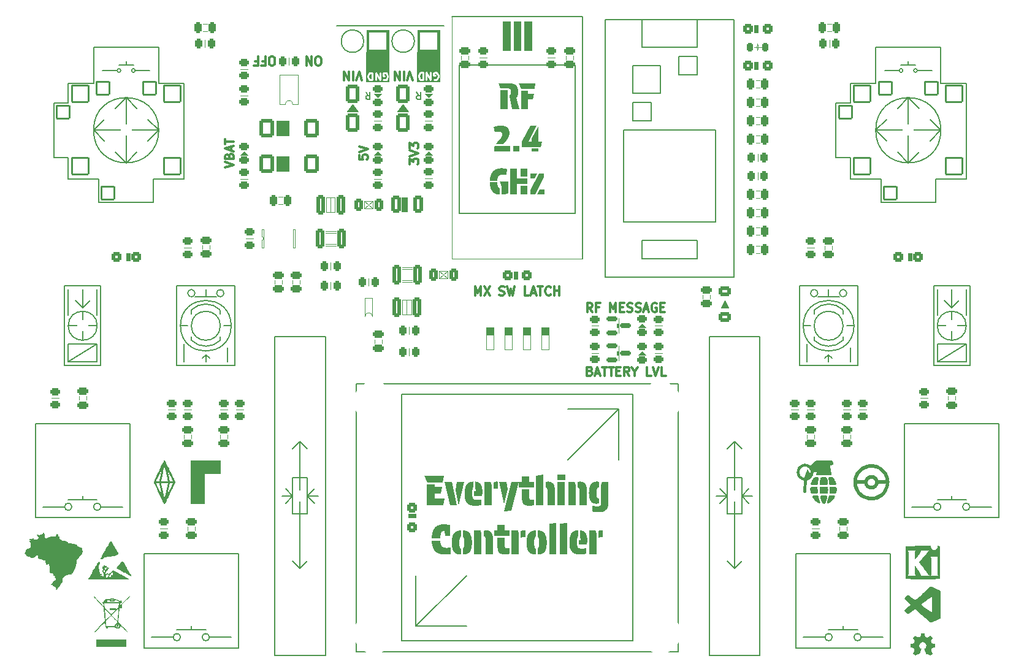
<source format=gbr>
%TF.GenerationSoftware,KiCad,Pcbnew,7.0.1*%
%TF.CreationDate,2024-02-13T15:17:09-03:00*%
%TF.ProjectId,Everything_Controller_V2.0,45766572-7974-4686-996e-675f436f6e74,R0*%
%TF.SameCoordinates,Original*%
%TF.FileFunction,Legend,Top*%
%TF.FilePolarity,Positive*%
%FSLAX46Y46*%
G04 Gerber Fmt 4.6, Leading zero omitted, Abs format (unit mm)*
G04 Created by KiCad (PCBNEW 7.0.1) date 2024-02-13 15:17:09*
%MOMM*%
%LPD*%
G01*
G04 APERTURE LIST*
G04 Aperture macros list*
%AMRoundRect*
0 Rectangle with rounded corners*
0 $1 Rounding radius*
0 $2 $3 $4 $5 $6 $7 $8 $9 X,Y pos of 4 corners*
0 Add a 4 corners polygon primitive as box body*
4,1,4,$2,$3,$4,$5,$6,$7,$8,$9,$2,$3,0*
0 Add four circle primitives for the rounded corners*
1,1,$1+$1,$2,$3*
1,1,$1+$1,$4,$5*
1,1,$1+$1,$6,$7*
1,1,$1+$1,$8,$9*
0 Add four rect primitives between the rounded corners*
20,1,$1+$1,$2,$3,$4,$5,0*
20,1,$1+$1,$4,$5,$6,$7,0*
20,1,$1+$1,$6,$7,$8,$9,0*
20,1,$1+$1,$8,$9,$2,$3,0*%
G04 Aperture macros list end*
%ADD10C,0.150000*%
%ADD11C,0.300000*%
%ADD12C,0.200000*%
%ADD13C,0.100000*%
%ADD14C,0.120000*%
%ADD15C,0.250000*%
%ADD16C,1.500000*%
%ADD17RoundRect,0.250000X0.450000X-0.262500X0.450000X0.262500X-0.450000X0.262500X-0.450000X-0.262500X0*%
%ADD18RoundRect,0.250000X0.475000X-0.250000X0.475000X0.250000X-0.475000X0.250000X-0.475000X-0.250000X0*%
%ADD19RoundRect,0.250000X0.262500X0.450000X-0.262500X0.450000X-0.262500X-0.450000X0.262500X-0.450000X0*%
%ADD20RoundRect,0.250000X-0.250000X-0.475000X0.250000X-0.475000X0.250000X0.475000X-0.250000X0.475000X0*%
%ADD21RoundRect,0.250000X-0.375000X-0.625000X0.375000X-0.625000X0.375000X0.625000X-0.375000X0.625000X0*%
%ADD22C,2.400000*%
%ADD23R,2.400000X2.400000*%
%ADD24RoundRect,0.250000X-0.375000X-1.075000X0.375000X-1.075000X0.375000X1.075000X-0.375000X1.075000X0*%
%ADD25RoundRect,0.250000X-0.450000X0.262500X-0.450000X-0.262500X0.450000X-0.262500X0.450000X0.262500X0*%
%ADD26RoundRect,0.250000X-0.787500X-1.025000X0.787500X-1.025000X0.787500X1.025000X-0.787500X1.025000X0*%
%ADD27RoundRect,0.250000X-0.262500X-0.450000X0.262500X-0.450000X0.262500X0.450000X-0.262500X0.450000X0*%
%ADD28O,2.000000X2.000000*%
%ADD29C,2.000000*%
%ADD30R,2.000000X2.000000*%
%ADD31R,2.000000X3.200000*%
%ADD32R,1.500000X1.500000*%
%ADD33RoundRect,0.250000X0.250000X0.475000X-0.250000X0.475000X-0.250000X-0.475000X0.250000X-0.475000X0*%
%ADD34RoundRect,0.250000X-0.475000X0.250000X-0.475000X-0.250000X0.475000X-0.250000X0.475000X0.250000X0*%
%ADD35R,0.802000X1.505000*%
%ADD36R,3.502000X2.613000*%
%ADD37R,1.700000X1.700000*%
%ADD38C,1.700000*%
%ADD39C,3.600000*%
%ADD40C,5.600000*%
%ADD41C,6.000000*%
%ADD42C,2.500000*%
%ADD43R,2.500000X2.500000*%
%ADD44R,1.780000X0.720000*%
%ADD45RoundRect,0.250000X-0.650000X1.000000X-0.650000X-1.000000X0.650000X-1.000000X0.650000X1.000000X0*%
%ADD46C,1.982000*%
%ADD47RoundRect,0.102000X-0.889000X-0.889000X0.889000X-0.889000X0.889000X0.889000X-0.889000X0.889000X0*%
%ADD48RoundRect,0.102000X-1.143000X-1.143000X1.143000X-1.143000X1.143000X1.143000X-1.143000X1.143000X0*%
%ADD49RoundRect,0.250000X-0.600000X0.400000X-0.600000X-0.400000X0.600000X-0.400000X0.600000X0.400000X0*%
%ADD50RoundRect,0.243750X0.456250X-0.243750X0.456250X0.243750X-0.456250X0.243750X-0.456250X-0.243750X0*%
%ADD51RoundRect,0.243750X-0.456250X0.243750X-0.456250X-0.243750X0.456250X-0.243750X0.456250X0.243750X0*%
%ADD52C,2.250000*%
%ADD53R,2.250000X2.250000*%
%ADD54R,3.000000X3.000000*%
%ADD55RoundRect,0.250000X-0.412500X-0.925000X0.412500X-0.925000X0.412500X0.925000X-0.412500X0.925000X0*%
%ADD56RoundRect,0.250000X-0.450000X-0.425000X0.450000X-0.425000X0.450000X0.425000X-0.450000X0.425000X0*%
%ADD57O,1.800000X1.800000*%
%ADD58C,1.800000*%
%ADD59R,1.800000X1.800000*%
%ADD60R,1.100000X0.600000*%
%ADD61O,1.700000X1.700000*%
%ADD62O,2.200000X3.500000*%
%ADD63O,1.500000X2.500000*%
%ADD64R,1.500000X2.500000*%
%ADD65RoundRect,0.250000X-0.425000X0.450000X-0.425000X-0.450000X0.425000X-0.450000X0.425000X0.450000X0*%
%ADD66RoundRect,0.250000X0.325000X1.100000X-0.325000X1.100000X-0.325000X-1.100000X0.325000X-1.100000X0*%
%ADD67RoundRect,0.150000X-0.587500X-0.150000X0.587500X-0.150000X0.587500X0.150000X-0.587500X0.150000X0*%
%ADD68R,1.100000X1.500000*%
%ADD69RoundRect,0.250000X0.450000X0.425000X-0.450000X0.425000X-0.450000X-0.425000X0.450000X-0.425000X0*%
%ADD70RoundRect,0.218750X-0.218750X-0.381250X0.218750X-0.381250X0.218750X0.381250X-0.218750X0.381250X0*%
G04 APERTURE END LIST*
D10*
X129250000Y-55225000D02*
X132250000Y-55225000D01*
X132250000Y-59275000D01*
X129250000Y-59275000D01*
X129250000Y-55225000D01*
G36*
X129250000Y-55225000D02*
G01*
X132250000Y-55225000D01*
X132250000Y-59275000D01*
X129250000Y-59275000D01*
X129250000Y-55225000D01*
G37*
X136250000Y-55200000D02*
X139250000Y-55200000D01*
X139250000Y-59250000D01*
X136250000Y-59250000D01*
X136250000Y-55200000D01*
G36*
X136250000Y-55200000D02*
G01*
X139250000Y-55200000D01*
X139250000Y-59250000D01*
X136250000Y-59250000D01*
X136250000Y-55200000D01*
G37*
D11*
X144171428Y-88795142D02*
X144171428Y-87595142D01*
X144171428Y-87595142D02*
X144571428Y-88452285D01*
X144571428Y-88452285D02*
X144971428Y-87595142D01*
X144971428Y-87595142D02*
X144971428Y-88795142D01*
X145428571Y-87595142D02*
X146228571Y-88795142D01*
X146228571Y-87595142D02*
X145428571Y-88795142D01*
X147542857Y-88738000D02*
X147714286Y-88795142D01*
X147714286Y-88795142D02*
X148000000Y-88795142D01*
X148000000Y-88795142D02*
X148114286Y-88738000D01*
X148114286Y-88738000D02*
X148171428Y-88680857D01*
X148171428Y-88680857D02*
X148228571Y-88566571D01*
X148228571Y-88566571D02*
X148228571Y-88452285D01*
X148228571Y-88452285D02*
X148171428Y-88338000D01*
X148171428Y-88338000D02*
X148114286Y-88280857D01*
X148114286Y-88280857D02*
X148000000Y-88223714D01*
X148000000Y-88223714D02*
X147771428Y-88166571D01*
X147771428Y-88166571D02*
X147657143Y-88109428D01*
X147657143Y-88109428D02*
X147600000Y-88052285D01*
X147600000Y-88052285D02*
X147542857Y-87938000D01*
X147542857Y-87938000D02*
X147542857Y-87823714D01*
X147542857Y-87823714D02*
X147600000Y-87709428D01*
X147600000Y-87709428D02*
X147657143Y-87652285D01*
X147657143Y-87652285D02*
X147771428Y-87595142D01*
X147771428Y-87595142D02*
X148057143Y-87595142D01*
X148057143Y-87595142D02*
X148228571Y-87652285D01*
X148628571Y-87595142D02*
X148914285Y-88795142D01*
X148914285Y-88795142D02*
X149142857Y-87938000D01*
X149142857Y-87938000D02*
X149371428Y-88795142D01*
X149371428Y-88795142D02*
X149657143Y-87595142D01*
X151600000Y-88795142D02*
X151028572Y-88795142D01*
X151028572Y-88795142D02*
X151028572Y-87595142D01*
X151942858Y-88452285D02*
X152514287Y-88452285D01*
X151828572Y-88795142D02*
X152228572Y-87595142D01*
X152228572Y-87595142D02*
X152628572Y-88795142D01*
X152857143Y-87595142D02*
X153542858Y-87595142D01*
X153200000Y-88795142D02*
X153200000Y-87595142D01*
X154628572Y-88680857D02*
X154571429Y-88738000D01*
X154571429Y-88738000D02*
X154400001Y-88795142D01*
X154400001Y-88795142D02*
X154285715Y-88795142D01*
X154285715Y-88795142D02*
X154114286Y-88738000D01*
X154114286Y-88738000D02*
X154000001Y-88623714D01*
X154000001Y-88623714D02*
X153942858Y-88509428D01*
X153942858Y-88509428D02*
X153885715Y-88280857D01*
X153885715Y-88280857D02*
X153885715Y-88109428D01*
X153885715Y-88109428D02*
X153942858Y-87880857D01*
X153942858Y-87880857D02*
X154000001Y-87766571D01*
X154000001Y-87766571D02*
X154114286Y-87652285D01*
X154114286Y-87652285D02*
X154285715Y-87595142D01*
X154285715Y-87595142D02*
X154400001Y-87595142D01*
X154400001Y-87595142D02*
X154571429Y-87652285D01*
X154571429Y-87652285D02*
X154628572Y-87709428D01*
X155142858Y-88795142D02*
X155142858Y-87595142D01*
X155142858Y-88166571D02*
X155828572Y-88166571D01*
X155828572Y-88795142D02*
X155828572Y-87595142D01*
D10*
G36*
X148912631Y-61290138D02*
G01*
X148912631Y-61226879D01*
X148947769Y-61206769D01*
X148979450Y-61181699D01*
X149007675Y-61151671D01*
X149032444Y-61116684D01*
X149053757Y-61076738D01*
X149071613Y-61031833D01*
X149086014Y-60981970D01*
X149093694Y-60945973D01*
X149099838Y-60907772D01*
X149104447Y-60867367D01*
X149107519Y-60824758D01*
X149109055Y-60779945D01*
X149109247Y-60756712D01*
X149108901Y-60715098D01*
X149107864Y-60675528D01*
X149106136Y-60638001D01*
X149103717Y-60602518D01*
X149099416Y-60558387D01*
X149093886Y-60517888D01*
X149087127Y-60481023D01*
X149076951Y-60440050D01*
X149069924Y-60418191D01*
X149056258Y-60385216D01*
X149036222Y-60350274D01*
X149012220Y-60320381D01*
X148984250Y-60295537D01*
X148952313Y-60275742D01*
X148934857Y-60267738D01*
X148896249Y-60254084D01*
X148859943Y-60244863D01*
X148819880Y-60237604D01*
X148785125Y-60233210D01*
X148747966Y-60230071D01*
X148708402Y-60228188D01*
X148666434Y-60227560D01*
X147706438Y-60227560D01*
X147435451Y-59516325D01*
X148833985Y-59516325D01*
X148887600Y-59516762D01*
X148940093Y-59518074D01*
X148991464Y-59520262D01*
X149041714Y-59523324D01*
X149090841Y-59527261D01*
X149138846Y-59532073D01*
X149185729Y-59537759D01*
X149231490Y-59544321D01*
X149276129Y-59551758D01*
X149319647Y-59560069D01*
X149362042Y-59569255D01*
X149403315Y-59579316D01*
X149443466Y-59590252D01*
X149482496Y-59602063D01*
X149520403Y-59614749D01*
X149557188Y-59628310D01*
X149592952Y-59642893D01*
X149627580Y-59658644D01*
X149661072Y-59675564D01*
X149693430Y-59693653D01*
X149724652Y-59712910D01*
X149754739Y-59733336D01*
X149783690Y-59754931D01*
X149811506Y-59777695D01*
X149838187Y-59801627D01*
X149863732Y-59826729D01*
X149888142Y-59852999D01*
X149911417Y-59880437D01*
X149933556Y-59909045D01*
X149954560Y-59938821D01*
X149974428Y-59969766D01*
X149993162Y-60001879D01*
X150010759Y-60035219D01*
X150027222Y-60070054D01*
X150042549Y-60106385D01*
X150056741Y-60144212D01*
X150069798Y-60183535D01*
X150081719Y-60224354D01*
X150092505Y-60266669D01*
X150102155Y-60310480D01*
X150110670Y-60355787D01*
X150118050Y-60402590D01*
X150124294Y-60450889D01*
X150129403Y-60500684D01*
X150133377Y-60551975D01*
X150136215Y-60604762D01*
X150137918Y-60659045D01*
X150138486Y-60714824D01*
X150137601Y-60779162D01*
X150134946Y-60841596D01*
X150130522Y-60902127D01*
X150124328Y-60960754D01*
X150116364Y-61017478D01*
X150106630Y-61072299D01*
X150095126Y-61125216D01*
X150081852Y-61176230D01*
X150066809Y-61225340D01*
X150049996Y-61272547D01*
X150031413Y-61317851D01*
X150011060Y-61361251D01*
X149988937Y-61402748D01*
X149965045Y-61442342D01*
X149939383Y-61480032D01*
X149911951Y-61515819D01*
X150281246Y-63072501D01*
X149296459Y-63072501D01*
X148912631Y-61290138D01*
G37*
G36*
X148666434Y-63072501D02*
G01*
X147706438Y-63072501D01*
X147706438Y-60446401D01*
X148666434Y-60446401D01*
X148666434Y-63072501D01*
G37*
G36*
X150558217Y-60336981D02*
G01*
X150242778Y-59516325D01*
X152527792Y-59516325D01*
X152379903Y-60336981D01*
X150558217Y-60336981D01*
G37*
G36*
X150513765Y-60555822D02*
G01*
X151473762Y-60555822D01*
X151473762Y-60979828D01*
X152290998Y-60979828D01*
X152143109Y-61768854D01*
X151473762Y-61768854D01*
X151473762Y-63072501D01*
X150513765Y-63072501D01*
X150513765Y-60555822D01*
G37*
G36*
X148122749Y-67940358D02*
G01*
X147098639Y-67940358D01*
X147537177Y-67363334D01*
X147566324Y-67324052D01*
X147594779Y-67284424D01*
X147622543Y-67244451D01*
X147649616Y-67204132D01*
X147675998Y-67163467D01*
X147701689Y-67122457D01*
X147726688Y-67081101D01*
X147750996Y-67039400D01*
X147774613Y-66997353D01*
X147797539Y-66954960D01*
X147812439Y-66926506D01*
X147833674Y-66883858D01*
X147852820Y-66841826D01*
X147869878Y-66800410D01*
X147884847Y-66759610D01*
X147897728Y-66719426D01*
X147908519Y-66679858D01*
X147917222Y-66640907D01*
X147923836Y-66602571D01*
X147928362Y-66564852D01*
X147930799Y-66527749D01*
X147931263Y-66503355D01*
X147929099Y-66460359D01*
X147922607Y-66420702D01*
X147911788Y-66384384D01*
X147896641Y-66351406D01*
X147877167Y-66321767D01*
X147853365Y-66295467D01*
X147825235Y-66272506D01*
X147792777Y-66252884D01*
X147757448Y-66235854D01*
X147720275Y-66221095D01*
X147681259Y-66208606D01*
X147640400Y-66198388D01*
X147597698Y-66190440D01*
X147553152Y-66184763D01*
X147518533Y-66181996D01*
X147482877Y-66180506D01*
X147458531Y-66180222D01*
X147416502Y-66180827D01*
X147373764Y-66182643D01*
X147339062Y-66184967D01*
X147303906Y-66188066D01*
X147268297Y-66191940D01*
X147232233Y-66196588D01*
X147195715Y-66202011D01*
X147177285Y-66205013D01*
X147140820Y-66211518D01*
X147104943Y-66218637D01*
X147069654Y-66226371D01*
X147034953Y-66234719D01*
X147000839Y-66243681D01*
X146967313Y-66253258D01*
X146934374Y-66263450D01*
X146902023Y-66274256D01*
X146754134Y-65542504D01*
X146787347Y-65532082D01*
X146820519Y-65521974D01*
X146853651Y-65512180D01*
X146886743Y-65502700D01*
X146919795Y-65493534D01*
X146969298Y-65480373D01*
X147018711Y-65467918D01*
X147068033Y-65456170D01*
X147117265Y-65445128D01*
X147166408Y-65434792D01*
X147215460Y-65425162D01*
X147264421Y-65416239D01*
X147280722Y-65413422D01*
X147329499Y-65405478D01*
X147377734Y-65398315D01*
X147425429Y-65391934D01*
X147472582Y-65386334D01*
X147519195Y-65381515D01*
X147565267Y-65377478D01*
X147610798Y-65374222D01*
X147655787Y-65371748D01*
X147700236Y-65370055D01*
X147744144Y-65369143D01*
X147773116Y-65368969D01*
X147814703Y-65369360D01*
X147855689Y-65370532D01*
X147896074Y-65372486D01*
X147935858Y-65375221D01*
X147975041Y-65378737D01*
X148013622Y-65383034D01*
X148051603Y-65388113D01*
X148088983Y-65393974D01*
X148125761Y-65400616D01*
X148161939Y-65408039D01*
X148197515Y-65416243D01*
X148232491Y-65425229D01*
X148266865Y-65434997D01*
X148300638Y-65445545D01*
X148333810Y-65456875D01*
X148366381Y-65468987D01*
X148398321Y-65481840D01*
X148444591Y-65502834D01*
X148488892Y-65525888D01*
X148531225Y-65551000D01*
X148571589Y-65578171D01*
X148609984Y-65607400D01*
X148646412Y-65638688D01*
X148680870Y-65672035D01*
X148713360Y-65707440D01*
X148743882Y-65744904D01*
X148772435Y-65784427D01*
X148798865Y-65826181D01*
X148822694Y-65870339D01*
X148843925Y-65916902D01*
X148856634Y-65949279D01*
X148868188Y-65982725D01*
X148878586Y-66017240D01*
X148887829Y-66052823D01*
X148895917Y-66089474D01*
X148902849Y-66127195D01*
X148908626Y-66165983D01*
X148913248Y-66205841D01*
X148916714Y-66246767D01*
X148919024Y-66288761D01*
X148920180Y-66331824D01*
X148920324Y-66353757D01*
X148919823Y-66391624D01*
X148918321Y-66429357D01*
X148915816Y-66466957D01*
X148912310Y-66504424D01*
X148907802Y-66541757D01*
X148902292Y-66578956D01*
X148895781Y-66616022D01*
X148888267Y-66652954D01*
X148879752Y-66689753D01*
X148870235Y-66726418D01*
X148859717Y-66762949D01*
X148848196Y-66799347D01*
X148835674Y-66835611D01*
X148822150Y-66871742D01*
X148807624Y-66907739D01*
X148792097Y-66943603D01*
X148775885Y-66979206D01*
X148759092Y-67014636D01*
X148741717Y-67049892D01*
X148723762Y-67084974D01*
X148705226Y-67119882D01*
X148686109Y-67154617D01*
X148666410Y-67189179D01*
X148646131Y-67223566D01*
X148625271Y-67257780D01*
X148603829Y-67291821D01*
X148581807Y-67325688D01*
X148559204Y-67359381D01*
X148536019Y-67392900D01*
X148512254Y-67426246D01*
X148487907Y-67459418D01*
X148462980Y-67492417D01*
X148122749Y-67940358D01*
G37*
G36*
X146921685Y-68131845D02*
G01*
X148984438Y-68131845D01*
X148984438Y-68952501D01*
X146784054Y-68952501D01*
X146784054Y-68316492D01*
X146921685Y-68131845D01*
G37*
G36*
X149422976Y-68131845D02*
G01*
X150289794Y-68131845D01*
X150289794Y-68952501D01*
X149422976Y-68952501D01*
X149422976Y-68131845D01*
G37*
G36*
X150635153Y-68305379D02*
G01*
X150635153Y-67599273D01*
X151797749Y-65396325D01*
X152663712Y-65396325D01*
X151541294Y-67551401D01*
X152024284Y-67551401D01*
X152024284Y-67174413D01*
X152949232Y-65461293D01*
X152949232Y-67551401D01*
X153398028Y-67551401D01*
X153255268Y-68305379D01*
X150635153Y-68305379D01*
G37*
G36*
X152024284Y-68514817D02*
G01*
X152949232Y-68514817D01*
X152949232Y-68952501D01*
X152024284Y-68952501D01*
X152024284Y-68514817D01*
G37*
G36*
X147253367Y-72957815D02*
G01*
X146218998Y-72957815D01*
X146220725Y-72920054D01*
X146222808Y-72882748D01*
X146225247Y-72845896D01*
X146228041Y-72809498D01*
X146231191Y-72773554D01*
X146234696Y-72738065D01*
X146238557Y-72703029D01*
X146242774Y-72668448D01*
X146247346Y-72634321D01*
X146257557Y-72567429D01*
X146269191Y-72502353D01*
X146282248Y-72439094D01*
X146296727Y-72377652D01*
X146312629Y-72318026D01*
X146329953Y-72260217D01*
X146348699Y-72204224D01*
X146368868Y-72150048D01*
X146390460Y-72097689D01*
X146413474Y-72047146D01*
X146437911Y-71998419D01*
X146450663Y-71974737D01*
X146477106Y-71928609D01*
X146504718Y-71884043D01*
X146533500Y-71841040D01*
X146563449Y-71799600D01*
X146594568Y-71759722D01*
X146626855Y-71721408D01*
X146660311Y-71684656D01*
X146694936Y-71649467D01*
X146730729Y-71615840D01*
X146767692Y-71583777D01*
X146805823Y-71553276D01*
X146845122Y-71524338D01*
X146885591Y-71496963D01*
X146927228Y-71471150D01*
X146970034Y-71446901D01*
X147014009Y-71424214D01*
X147059085Y-71402993D01*
X147104983Y-71383141D01*
X147151703Y-71364658D01*
X147199244Y-71347544D01*
X147247606Y-71331800D01*
X147296790Y-71317424D01*
X147346796Y-71304418D01*
X147397623Y-71292781D01*
X147449271Y-71282512D01*
X147501741Y-71273613D01*
X147555032Y-71266083D01*
X147609145Y-71259922D01*
X147664079Y-71255130D01*
X147719834Y-71251708D01*
X147776411Y-71249654D01*
X147833810Y-71248969D01*
X147877207Y-71249504D01*
X147921058Y-71251107D01*
X147965363Y-71253778D01*
X148010123Y-71257518D01*
X148055336Y-71262326D01*
X148089544Y-71266634D01*
X148124008Y-71271543D01*
X148158727Y-71277053D01*
X148193702Y-71283163D01*
X148228887Y-71289512D01*
X148264237Y-71296056D01*
X148299752Y-71302796D01*
X148335433Y-71309731D01*
X148371279Y-71316861D01*
X148407291Y-71324186D01*
X148443467Y-71331707D01*
X148479809Y-71339423D01*
X148516317Y-71347335D01*
X148552989Y-71355442D01*
X148577529Y-71360955D01*
X148489480Y-72190159D01*
X148449409Y-72182679D01*
X148410834Y-72175627D01*
X148373754Y-72169002D01*
X148338171Y-72162804D01*
X148304084Y-72157034D01*
X148263579Y-72150422D01*
X148225411Y-72144478D01*
X148210799Y-72142288D01*
X148174672Y-72137116D01*
X148138420Y-72132821D01*
X148102043Y-72129402D01*
X148065541Y-72126860D01*
X148028913Y-72125195D01*
X147992161Y-72124406D01*
X147977425Y-72124336D01*
X147932808Y-72124967D01*
X147889679Y-72126860D01*
X147848038Y-72130016D01*
X147807884Y-72134434D01*
X147769218Y-72140114D01*
X147732039Y-72147056D01*
X147696348Y-72155261D01*
X147662145Y-72164727D01*
X147629430Y-72175457D01*
X147588123Y-72191725D01*
X147578210Y-72196143D01*
X147540142Y-72215604D01*
X147504586Y-72238512D01*
X147471540Y-72264865D01*
X147441006Y-72294665D01*
X147412983Y-72327910D01*
X147387471Y-72364602D01*
X147369985Y-72394382D01*
X147353912Y-72426101D01*
X147343981Y-72448324D01*
X147330256Y-72483597D01*
X147317614Y-72521454D01*
X147306054Y-72561895D01*
X147295575Y-72604922D01*
X147286178Y-72650533D01*
X147277863Y-72698728D01*
X147270631Y-72749508D01*
X147266410Y-72784798D01*
X147262670Y-72821236D01*
X147259411Y-72858822D01*
X147256632Y-72897558D01*
X147254335Y-72937442D01*
X147253367Y-72957815D01*
G37*
G36*
X147854326Y-74887211D02*
G01*
X147854326Y-73773341D01*
X147583339Y-73081768D01*
X148739951Y-73081768D01*
X148739951Y-74678628D01*
X148709782Y-74697724D01*
X148678261Y-74715904D01*
X148645388Y-74733167D01*
X148611162Y-74749513D01*
X148575584Y-74764943D01*
X148538654Y-74779456D01*
X148500371Y-74793053D01*
X148460735Y-74805733D01*
X148419748Y-74817496D01*
X148377408Y-74828343D01*
X148348430Y-74835065D01*
X148304431Y-74844384D01*
X148259953Y-74852786D01*
X148214993Y-74860272D01*
X148169552Y-74866841D01*
X148123631Y-74872494D01*
X148077228Y-74877230D01*
X148030345Y-74881049D01*
X147982981Y-74883952D01*
X147935136Y-74885938D01*
X147886811Y-74887007D01*
X147854326Y-74887211D01*
G37*
G36*
X147608129Y-74056297D02*
G01*
X147608129Y-74887211D01*
X147556825Y-74886506D01*
X147506349Y-74884393D01*
X147456701Y-74880870D01*
X147407881Y-74875938D01*
X147359889Y-74869596D01*
X147312725Y-74861846D01*
X147266390Y-74852686D01*
X147220882Y-74842118D01*
X147176203Y-74830140D01*
X147132352Y-74816753D01*
X147089329Y-74801956D01*
X147047134Y-74785751D01*
X147005767Y-74768136D01*
X146965229Y-74749113D01*
X146925518Y-74728680D01*
X146886636Y-74706838D01*
X146848705Y-74683453D01*
X146811850Y-74658605D01*
X146776070Y-74632295D01*
X146741365Y-74604523D01*
X146707735Y-74575287D01*
X146675181Y-74544590D01*
X146643702Y-74512429D01*
X146613298Y-74478806D01*
X146583969Y-74443721D01*
X146555716Y-74407173D01*
X146528537Y-74369162D01*
X146502434Y-74329688D01*
X146477407Y-74288752D01*
X146453454Y-74246354D01*
X146430577Y-74202493D01*
X146408775Y-74157169D01*
X146388098Y-74110156D01*
X146368597Y-74061439D01*
X146350271Y-74011020D01*
X146333121Y-73958897D01*
X146317146Y-73905072D01*
X146302346Y-73849543D01*
X146288722Y-73792312D01*
X146276273Y-73733377D01*
X146265000Y-73672740D01*
X146254902Y-73610399D01*
X146245979Y-73546355D01*
X146238232Y-73480609D01*
X146231661Y-73413159D01*
X146228816Y-73378796D01*
X146226264Y-73344006D01*
X146224007Y-73308791D01*
X146222044Y-73273151D01*
X146220374Y-73237084D01*
X146218998Y-73200592D01*
X147253367Y-73200592D01*
X147254813Y-73247438D01*
X147256799Y-73292876D01*
X147259327Y-73336904D01*
X147262396Y-73379523D01*
X147266006Y-73420732D01*
X147270156Y-73460533D01*
X147274848Y-73498925D01*
X147280081Y-73535907D01*
X147285854Y-73571480D01*
X147292169Y-73605644D01*
X147302655Y-73654248D01*
X147314358Y-73699681D01*
X147327279Y-73741943D01*
X147341416Y-73781035D01*
X147357269Y-73817445D01*
X147375016Y-73851660D01*
X147394656Y-73883682D01*
X147416189Y-73913510D01*
X147439615Y-73941144D01*
X147464935Y-73966584D01*
X147492149Y-73989830D01*
X147521255Y-74010883D01*
X147552255Y-74029741D01*
X147585149Y-74046406D01*
X147608129Y-74056297D01*
G37*
G36*
X150471877Y-72425243D02*
G01*
X150471877Y-71276325D01*
X151432728Y-71276325D01*
X151432728Y-72425243D01*
X150471877Y-72425243D01*
G37*
G36*
X149979483Y-74832501D02*
G01*
X149019487Y-74832501D01*
X149019487Y-71276325D01*
X149979483Y-71276325D01*
X149979483Y-72644085D01*
X151432728Y-72644085D01*
X151432728Y-73410030D01*
X149979483Y-73410030D01*
X149979483Y-74832501D01*
G37*
G36*
X151432728Y-73666485D02*
G01*
X151432728Y-74832501D01*
X150471877Y-74832501D01*
X150471877Y-73666485D01*
X151432728Y-73666485D01*
G37*
G36*
X152762020Y-71987560D02*
G01*
X152388450Y-72681698D01*
X151821685Y-72681698D01*
X151821685Y-71987560D01*
X152762020Y-71987560D01*
G37*
G36*
X152476500Y-74832501D02*
G01*
X151787491Y-74832501D01*
X151787491Y-74304203D01*
X153018475Y-71987560D01*
X153698081Y-71987560D01*
X153698081Y-72515857D01*
X152476500Y-74832501D01*
G37*
G36*
X152727826Y-74832501D02*
G01*
X153097121Y-74147766D01*
X153742533Y-74147766D01*
X153742533Y-74832501D01*
X152727826Y-74832501D01*
G37*
D12*
X129090476Y-60737380D02*
X129423809Y-61213571D01*
X129661904Y-60737380D02*
X129661904Y-61737380D01*
X129661904Y-61737380D02*
X129280952Y-61737380D01*
X129280952Y-61737380D02*
X129185714Y-61689761D01*
X129185714Y-61689761D02*
X129138095Y-61642142D01*
X129138095Y-61642142D02*
X129090476Y-61546904D01*
X129090476Y-61546904D02*
X129090476Y-61404047D01*
X129090476Y-61404047D02*
X129138095Y-61308809D01*
X129138095Y-61308809D02*
X129185714Y-61261190D01*
X129185714Y-61261190D02*
X129280952Y-61213571D01*
X129280952Y-61213571D02*
X129661904Y-61213571D01*
D11*
X109655142Y-71171428D02*
X110855142Y-70771428D01*
X110855142Y-70771428D02*
X109655142Y-70371428D01*
X110226571Y-69571428D02*
X110283714Y-69400000D01*
X110283714Y-69400000D02*
X110340857Y-69342857D01*
X110340857Y-69342857D02*
X110455142Y-69285714D01*
X110455142Y-69285714D02*
X110626571Y-69285714D01*
X110626571Y-69285714D02*
X110740857Y-69342857D01*
X110740857Y-69342857D02*
X110798000Y-69400000D01*
X110798000Y-69400000D02*
X110855142Y-69514285D01*
X110855142Y-69514285D02*
X110855142Y-69971428D01*
X110855142Y-69971428D02*
X109655142Y-69971428D01*
X109655142Y-69971428D02*
X109655142Y-69571428D01*
X109655142Y-69571428D02*
X109712285Y-69457143D01*
X109712285Y-69457143D02*
X109769428Y-69400000D01*
X109769428Y-69400000D02*
X109883714Y-69342857D01*
X109883714Y-69342857D02*
X109998000Y-69342857D01*
X109998000Y-69342857D02*
X110112285Y-69400000D01*
X110112285Y-69400000D02*
X110169428Y-69457143D01*
X110169428Y-69457143D02*
X110226571Y-69571428D01*
X110226571Y-69571428D02*
X110226571Y-69971428D01*
X110512285Y-68828571D02*
X110512285Y-68257143D01*
X110855142Y-68942857D02*
X109655142Y-68542857D01*
X109655142Y-68542857D02*
X110855142Y-68142857D01*
X109655142Y-67914286D02*
X109655142Y-67228572D01*
X110855142Y-67571429D02*
X109655142Y-67571429D01*
X135155142Y-70685713D02*
X135155142Y-69942856D01*
X135155142Y-69942856D02*
X135612285Y-70342856D01*
X135612285Y-70342856D02*
X135612285Y-70171427D01*
X135612285Y-70171427D02*
X135669428Y-70057142D01*
X135669428Y-70057142D02*
X135726571Y-69999999D01*
X135726571Y-69999999D02*
X135840857Y-69942856D01*
X135840857Y-69942856D02*
X136126571Y-69942856D01*
X136126571Y-69942856D02*
X136240857Y-69999999D01*
X136240857Y-69999999D02*
X136298000Y-70057142D01*
X136298000Y-70057142D02*
X136355142Y-70171427D01*
X136355142Y-70171427D02*
X136355142Y-70514284D01*
X136355142Y-70514284D02*
X136298000Y-70628570D01*
X136298000Y-70628570D02*
X136240857Y-70685713D01*
X135155142Y-69599999D02*
X136355142Y-69199999D01*
X136355142Y-69199999D02*
X135155142Y-68799999D01*
X135155142Y-68514285D02*
X135155142Y-67771428D01*
X135155142Y-67771428D02*
X135612285Y-68171428D01*
X135612285Y-68171428D02*
X135612285Y-67999999D01*
X135612285Y-67999999D02*
X135669428Y-67885714D01*
X135669428Y-67885714D02*
X135726571Y-67828571D01*
X135726571Y-67828571D02*
X135840857Y-67771428D01*
X135840857Y-67771428D02*
X136126571Y-67771428D01*
X136126571Y-67771428D02*
X136240857Y-67828571D01*
X136240857Y-67828571D02*
X136298000Y-67885714D01*
X136298000Y-67885714D02*
X136355142Y-67999999D01*
X136355142Y-67999999D02*
X136355142Y-68342856D01*
X136355142Y-68342856D02*
X136298000Y-68457142D01*
X136298000Y-68457142D02*
X136240857Y-68514285D01*
X128165142Y-69418571D02*
X128165142Y-69989999D01*
X128165142Y-69989999D02*
X128736571Y-70047142D01*
X128736571Y-70047142D02*
X128679428Y-69989999D01*
X128679428Y-69989999D02*
X128622285Y-69875714D01*
X128622285Y-69875714D02*
X128622285Y-69589999D01*
X128622285Y-69589999D02*
X128679428Y-69475714D01*
X128679428Y-69475714D02*
X128736571Y-69418571D01*
X128736571Y-69418571D02*
X128850857Y-69361428D01*
X128850857Y-69361428D02*
X129136571Y-69361428D01*
X129136571Y-69361428D02*
X129250857Y-69418571D01*
X129250857Y-69418571D02*
X129308000Y-69475714D01*
X129308000Y-69475714D02*
X129365142Y-69589999D01*
X129365142Y-69589999D02*
X129365142Y-69875714D01*
X129365142Y-69875714D02*
X129308000Y-69989999D01*
X129308000Y-69989999D02*
X129250857Y-70047142D01*
X128165142Y-69018571D02*
X129365142Y-68618571D01*
X129365142Y-68618571D02*
X128165142Y-68218571D01*
X128564285Y-59144857D02*
X128164285Y-57944857D01*
X128164285Y-57944857D02*
X127764285Y-59144857D01*
X127364285Y-57944857D02*
X127364285Y-59144857D01*
X126792856Y-57944857D02*
X126792856Y-59144857D01*
X126792856Y-59144857D02*
X126107142Y-57944857D01*
X126107142Y-57944857D02*
X126107142Y-59144857D01*
X160047143Y-99266571D02*
X160218571Y-99323714D01*
X160218571Y-99323714D02*
X160275714Y-99380857D01*
X160275714Y-99380857D02*
X160332857Y-99495142D01*
X160332857Y-99495142D02*
X160332857Y-99666571D01*
X160332857Y-99666571D02*
X160275714Y-99780857D01*
X160275714Y-99780857D02*
X160218571Y-99838000D01*
X160218571Y-99838000D02*
X160104286Y-99895142D01*
X160104286Y-99895142D02*
X159647143Y-99895142D01*
X159647143Y-99895142D02*
X159647143Y-98695142D01*
X159647143Y-98695142D02*
X160047143Y-98695142D01*
X160047143Y-98695142D02*
X160161429Y-98752285D01*
X160161429Y-98752285D02*
X160218571Y-98809428D01*
X160218571Y-98809428D02*
X160275714Y-98923714D01*
X160275714Y-98923714D02*
X160275714Y-99038000D01*
X160275714Y-99038000D02*
X160218571Y-99152285D01*
X160218571Y-99152285D02*
X160161429Y-99209428D01*
X160161429Y-99209428D02*
X160047143Y-99266571D01*
X160047143Y-99266571D02*
X159647143Y-99266571D01*
X160790000Y-99552285D02*
X161361429Y-99552285D01*
X160675714Y-99895142D02*
X161075714Y-98695142D01*
X161075714Y-98695142D02*
X161475714Y-99895142D01*
X161704285Y-98695142D02*
X162390000Y-98695142D01*
X162047142Y-99895142D02*
X162047142Y-98695142D01*
X162618571Y-98695142D02*
X163304286Y-98695142D01*
X162961428Y-99895142D02*
X162961428Y-98695142D01*
X163704286Y-99266571D02*
X164104286Y-99266571D01*
X164275714Y-99895142D02*
X163704286Y-99895142D01*
X163704286Y-99895142D02*
X163704286Y-98695142D01*
X163704286Y-98695142D02*
X164275714Y-98695142D01*
X165475714Y-99895142D02*
X165075714Y-99323714D01*
X164790000Y-99895142D02*
X164790000Y-98695142D01*
X164790000Y-98695142D02*
X165247143Y-98695142D01*
X165247143Y-98695142D02*
X165361428Y-98752285D01*
X165361428Y-98752285D02*
X165418571Y-98809428D01*
X165418571Y-98809428D02*
X165475714Y-98923714D01*
X165475714Y-98923714D02*
X165475714Y-99095142D01*
X165475714Y-99095142D02*
X165418571Y-99209428D01*
X165418571Y-99209428D02*
X165361428Y-99266571D01*
X165361428Y-99266571D02*
X165247143Y-99323714D01*
X165247143Y-99323714D02*
X164790000Y-99323714D01*
X166218571Y-99323714D02*
X166218571Y-99895142D01*
X165818571Y-98695142D02*
X166218571Y-99323714D01*
X166218571Y-99323714D02*
X166618571Y-98695142D01*
X168504285Y-99895142D02*
X167932857Y-99895142D01*
X167932857Y-99895142D02*
X167932857Y-98695142D01*
X168732857Y-98695142D02*
X169132857Y-99895142D01*
X169132857Y-99895142D02*
X169532857Y-98695142D01*
X170504285Y-99895142D02*
X169932857Y-99895142D01*
X169932857Y-99895142D02*
X169932857Y-98695142D01*
X116242856Y-57044857D02*
X116014284Y-57044857D01*
X116014284Y-57044857D02*
X115899999Y-56987714D01*
X115899999Y-56987714D02*
X115785713Y-56873428D01*
X115785713Y-56873428D02*
X115728570Y-56644857D01*
X115728570Y-56644857D02*
X115728570Y-56244857D01*
X115728570Y-56244857D02*
X115785713Y-56016285D01*
X115785713Y-56016285D02*
X115899999Y-55902000D01*
X115899999Y-55902000D02*
X116014284Y-55844857D01*
X116014284Y-55844857D02*
X116242856Y-55844857D01*
X116242856Y-55844857D02*
X116357142Y-55902000D01*
X116357142Y-55902000D02*
X116471427Y-56016285D01*
X116471427Y-56016285D02*
X116528570Y-56244857D01*
X116528570Y-56244857D02*
X116528570Y-56644857D01*
X116528570Y-56644857D02*
X116471427Y-56873428D01*
X116471427Y-56873428D02*
X116357142Y-56987714D01*
X116357142Y-56987714D02*
X116242856Y-57044857D01*
X114814284Y-56473428D02*
X115214284Y-56473428D01*
X115214284Y-55844857D02*
X115214284Y-57044857D01*
X115214284Y-57044857D02*
X114642856Y-57044857D01*
X113785713Y-56473428D02*
X114185713Y-56473428D01*
X114185713Y-55844857D02*
X114185713Y-57044857D01*
X114185713Y-57044857D02*
X113614285Y-57044857D01*
D10*
G36*
X137558269Y-114673691D02*
G01*
X137197767Y-113735799D01*
X139893231Y-113735799D01*
X139724215Y-114673691D01*
X137558269Y-114673691D01*
G37*
G36*
X137507466Y-114946266D02*
G01*
X138604605Y-114946266D01*
X138604605Y-115274528D01*
X139656803Y-115274528D01*
X139487787Y-116151849D01*
X138604605Y-116151849D01*
X138604605Y-116862107D01*
X139932309Y-116862107D01*
X139764270Y-117800000D01*
X137507466Y-117800000D01*
X137507466Y-114946266D01*
G37*
G36*
X141644940Y-117800000D02*
G01*
X140727564Y-117800000D01*
X139973342Y-114548639D01*
X141013817Y-114548639D01*
X141644940Y-117800000D01*
G37*
G36*
X141492533Y-115708304D02*
G01*
X141667411Y-114548639D01*
X142679553Y-114548639D01*
X141914584Y-117800000D01*
X141492533Y-115708304D01*
G37*
G36*
X144208513Y-117862526D02*
G01*
X144167221Y-117862236D01*
X144126387Y-117861366D01*
X144086010Y-117859915D01*
X144046092Y-117857885D01*
X144006631Y-117855275D01*
X143967629Y-117852084D01*
X143909984Y-117846211D01*
X143853369Y-117839033D01*
X143797784Y-117830549D01*
X143743231Y-117820760D01*
X143689707Y-117809666D01*
X143637214Y-117797267D01*
X143602791Y-117788276D01*
X143552344Y-117773358D01*
X143503220Y-117756448D01*
X143455418Y-117737546D01*
X143408938Y-117716652D01*
X143363781Y-117693765D01*
X143319946Y-117668887D01*
X143277434Y-117642016D01*
X143236243Y-117613154D01*
X143196376Y-117582299D01*
X143157830Y-117549452D01*
X143132868Y-117526448D01*
X143096829Y-117489848D01*
X143062354Y-117450759D01*
X143029441Y-117409179D01*
X142998091Y-117365110D01*
X142968304Y-117318550D01*
X142940080Y-117269500D01*
X142913418Y-117217960D01*
X142896512Y-117182217D01*
X142880301Y-117145367D01*
X142864783Y-117107410D01*
X142849961Y-117068346D01*
X142835833Y-117028176D01*
X142829030Y-117007676D01*
X142816134Y-116965685D01*
X142804071Y-116922267D01*
X142792840Y-116877422D01*
X142782440Y-116831149D01*
X142772873Y-116783449D01*
X142764137Y-116734322D01*
X142756234Y-116683768D01*
X142749162Y-116631786D01*
X142742923Y-116578377D01*
X142737515Y-116523541D01*
X142732939Y-116467277D01*
X142729195Y-116409586D01*
X142726283Y-116350468D01*
X142724204Y-116289922D01*
X142722956Y-116227949D01*
X142722540Y-116164549D01*
X142722814Y-116115028D01*
X142723639Y-116066238D01*
X142725013Y-116018178D01*
X142726936Y-115970850D01*
X142729409Y-115924252D01*
X142732432Y-115878385D01*
X142736004Y-115833248D01*
X142740125Y-115788843D01*
X142744796Y-115745168D01*
X142750017Y-115702224D01*
X142755787Y-115660011D01*
X142762107Y-115618529D01*
X142768976Y-115577778D01*
X142776395Y-115537757D01*
X142784364Y-115498468D01*
X142792882Y-115459909D01*
X142811566Y-115384983D01*
X142832449Y-115312981D01*
X142855530Y-115243903D01*
X142880809Y-115177747D01*
X142908286Y-115114515D01*
X142937962Y-115054206D01*
X142969836Y-114996821D01*
X143003907Y-114942358D01*
X143040422Y-114890895D01*
X143079623Y-114842753D01*
X143121510Y-114797931D01*
X143166085Y-114756428D01*
X143213346Y-114718246D01*
X143263293Y-114683384D01*
X143315928Y-114651843D01*
X143371249Y-114623621D01*
X143429256Y-114598720D01*
X143489951Y-114577139D01*
X143553332Y-114558878D01*
X143619399Y-114543937D01*
X143688154Y-114532316D01*
X143759595Y-114524016D01*
X143833723Y-114519036D01*
X143910537Y-114517376D01*
X143910537Y-115329239D01*
X143888363Y-115368938D01*
X143868371Y-115416227D01*
X143850559Y-115471108D01*
X143839896Y-115511912D01*
X143830203Y-115556089D01*
X143821479Y-115603640D01*
X143813724Y-115654565D01*
X143806939Y-115708863D01*
X143801123Y-115766535D01*
X143796276Y-115827580D01*
X143792399Y-115891999D01*
X143789491Y-115959792D01*
X143787552Y-116030958D01*
X143786583Y-116105498D01*
X143786462Y-116144033D01*
X143786679Y-116189164D01*
X143787332Y-116232968D01*
X143788419Y-116275443D01*
X143789942Y-116316591D01*
X143791900Y-116356410D01*
X143795652Y-116413648D01*
X143800383Y-116467899D01*
X143806094Y-116519161D01*
X143812783Y-116567436D01*
X143820450Y-116612722D01*
X143829097Y-116655020D01*
X143838723Y-116694329D01*
X143842149Y-116706769D01*
X143857933Y-116753938D01*
X143876954Y-116797260D01*
X143899210Y-116836736D01*
X143924703Y-116872365D01*
X143953432Y-116904147D01*
X143985397Y-116932083D01*
X144020599Y-116956171D01*
X144059037Y-116976413D01*
X144101260Y-116993586D01*
X144147819Y-117008469D01*
X144198713Y-117021063D01*
X144239729Y-117029006D01*
X144283183Y-117035661D01*
X144329076Y-117041027D01*
X144377407Y-117045106D01*
X144428177Y-117047897D01*
X144481386Y-117049399D01*
X144518213Y-117049685D01*
X144558728Y-117049137D01*
X144599672Y-117047491D01*
X144641045Y-117044748D01*
X144682848Y-117040908D01*
X144725080Y-117035971D01*
X144767742Y-117029936D01*
X144784926Y-117027215D01*
X144827783Y-117020050D01*
X144870259Y-117012599D01*
X144912352Y-117004861D01*
X144954064Y-116996837D01*
X144995395Y-116988527D01*
X145036344Y-116979931D01*
X145052616Y-116976413D01*
X145052616Y-117765806D01*
X145002974Y-117775636D01*
X144952721Y-117785101D01*
X144901858Y-117794199D01*
X144863309Y-117800782D01*
X144824417Y-117807159D01*
X144785182Y-117813330D01*
X144745603Y-117819295D01*
X144705681Y-117825053D01*
X144665415Y-117830606D01*
X144638381Y-117834193D01*
X144597915Y-117839257D01*
X144557483Y-117843822D01*
X144517085Y-117847889D01*
X144476722Y-117851458D01*
X144436394Y-117854530D01*
X144396099Y-117857103D01*
X144355839Y-117859178D01*
X144315614Y-117860755D01*
X144275422Y-117861834D01*
X144235265Y-117862415D01*
X144208513Y-117862526D01*
G37*
G36*
X144067829Y-116475226D02*
G01*
X144067829Y-115849965D01*
X144253454Y-115849965D01*
X144253239Y-115809259D01*
X144252595Y-115767743D01*
X144251522Y-115725415D01*
X144250019Y-115682277D01*
X144248087Y-115638327D01*
X144245726Y-115593567D01*
X144244661Y-115575436D01*
X144241169Y-115531162D01*
X144235578Y-115489321D01*
X144227889Y-115449913D01*
X144215890Y-115405835D01*
X144200869Y-115365260D01*
X144186043Y-115334124D01*
X144186043Y-114506629D01*
X144251679Y-114513403D01*
X144314988Y-114522489D01*
X144375968Y-114533889D01*
X144434621Y-114547601D01*
X144490946Y-114563625D01*
X144544942Y-114581963D01*
X144596611Y-114602613D01*
X144645952Y-114625575D01*
X144692965Y-114650851D01*
X144737650Y-114678439D01*
X144780007Y-114708339D01*
X144820036Y-114740553D01*
X144857737Y-114775079D01*
X144893111Y-114811917D01*
X144926156Y-114851069D01*
X144956873Y-114892533D01*
X144985503Y-114936119D01*
X145012286Y-114981880D01*
X145037222Y-115029816D01*
X145060310Y-115079928D01*
X145081552Y-115132215D01*
X145100946Y-115186677D01*
X145118493Y-115243315D01*
X145134194Y-115302128D01*
X145148047Y-115363116D01*
X145160053Y-115426280D01*
X145170212Y-115491618D01*
X145178524Y-115559132D01*
X145184988Y-115628822D01*
X145189606Y-115700686D01*
X145192377Y-115774726D01*
X145193300Y-115850942D01*
X145193117Y-115890402D01*
X145192568Y-115930137D01*
X145191652Y-115970147D01*
X145190369Y-116010432D01*
X145188721Y-116050992D01*
X145186706Y-116091826D01*
X145184324Y-116132935D01*
X145181577Y-116174319D01*
X145178615Y-116215352D01*
X145175104Y-116255408D01*
X145171044Y-116294487D01*
X145165195Y-116341961D01*
X145158488Y-116387909D01*
X145150922Y-116432331D01*
X145142498Y-116475226D01*
X144067829Y-116475226D01*
G37*
G36*
X146715422Y-115551011D02*
G01*
X146715422Y-114648290D01*
X146748311Y-114625625D01*
X146782253Y-114605013D01*
X146817248Y-114586454D01*
X146853297Y-114569949D01*
X146890399Y-114555497D01*
X146928554Y-114543097D01*
X146967763Y-114532751D01*
X147008025Y-114524459D01*
X147049340Y-114518219D01*
X147091708Y-114514033D01*
X147135130Y-114511899D01*
X147179605Y-114511819D01*
X147225134Y-114513792D01*
X147271715Y-114517818D01*
X147319350Y-114523898D01*
X147368039Y-114532030D01*
X147368039Y-115493370D01*
X147328578Y-115493370D01*
X147288843Y-115493370D01*
X147248833Y-115493370D01*
X147208548Y-115493370D01*
X147167988Y-115493370D01*
X147127154Y-115493370D01*
X147086045Y-115493370D01*
X147044661Y-115493370D01*
X147003186Y-115494271D01*
X146961802Y-115496973D01*
X146920509Y-115501476D01*
X146879309Y-115507780D01*
X146838200Y-115515886D01*
X146797182Y-115525793D01*
X146756256Y-115537502D01*
X146715422Y-115551011D01*
G37*
G36*
X146501465Y-117800000D02*
G01*
X145488346Y-117800000D01*
X145488346Y-114548639D01*
X146350034Y-114548639D01*
X146501465Y-114989253D01*
X146501465Y-117800000D01*
G37*
G36*
X149162735Y-114548639D02*
G01*
X150174877Y-114548639D01*
X149190090Y-118531751D01*
X148211165Y-118668527D01*
X149162735Y-114548639D01*
G37*
G36*
X148655687Y-115583251D02*
G01*
X148182833Y-117635868D01*
X147468667Y-114548639D01*
X148509141Y-114548639D01*
X148655687Y-115583251D01*
G37*
G36*
X150244242Y-115298953D02*
G01*
X150244242Y-114548639D01*
X150666294Y-114548639D01*
X150666294Y-113798325D01*
X151678436Y-113798325D01*
X151678436Y-114548639D01*
X152291974Y-114548639D01*
X152291974Y-115298953D01*
X150244242Y-115298953D01*
G37*
G36*
X150666294Y-115549057D02*
G01*
X151678436Y-115549057D01*
X151678436Y-116726308D01*
X151680416Y-116773716D01*
X151686355Y-116817021D01*
X151696254Y-116856224D01*
X151713358Y-116897852D01*
X151736165Y-116933573D01*
X151759525Y-116958827D01*
X151793769Y-116983728D01*
X151834950Y-117003478D01*
X151874568Y-117016000D01*
X151919004Y-117024944D01*
X151958022Y-117029524D01*
X152000123Y-117031814D01*
X152022330Y-117032100D01*
X152065867Y-117031550D01*
X152106594Y-117029902D01*
X152149055Y-117026733D01*
X152179623Y-117023307D01*
X152219560Y-117017526D01*
X152258423Y-117010505D01*
X152291974Y-117002791D01*
X152291974Y-117757990D01*
X152249485Y-117771394D01*
X152206280Y-117784131D01*
X152162359Y-117796200D01*
X152117722Y-117807602D01*
X152072371Y-117818335D01*
X152026303Y-117828400D01*
X152007676Y-117832240D01*
X151961174Y-117840965D01*
X151914482Y-117848211D01*
X151867599Y-117853978D01*
X151820525Y-117858267D01*
X151773260Y-117861076D01*
X151725804Y-117862407D01*
X151706769Y-117862526D01*
X151643044Y-117861656D01*
X151581319Y-117859045D01*
X151521594Y-117854695D01*
X151463869Y-117848604D01*
X151408144Y-117840773D01*
X151354418Y-117831202D01*
X151302692Y-117819890D01*
X151252965Y-117806838D01*
X151205239Y-117792046D01*
X151159512Y-117775514D01*
X151115785Y-117757242D01*
X151074057Y-117737229D01*
X151034330Y-117715476D01*
X150996602Y-117691983D01*
X150960874Y-117666750D01*
X150927145Y-117639776D01*
X150895558Y-117610429D01*
X150866008Y-117578319D01*
X150838497Y-117543445D01*
X150813023Y-117505809D01*
X150789587Y-117465410D01*
X150768189Y-117422247D01*
X150748829Y-117376322D01*
X150731507Y-117327634D01*
X150716223Y-117276183D01*
X150702976Y-117221968D01*
X150691768Y-117164991D01*
X150682597Y-117105251D01*
X150675465Y-117042747D01*
X150670370Y-116977481D01*
X150667313Y-116909452D01*
X150666294Y-116838660D01*
X150666294Y-115549057D01*
G37*
G36*
X153629448Y-117800000D02*
G01*
X152616329Y-117800000D01*
X152616329Y-113686950D01*
X153629448Y-113539427D01*
X153629448Y-117800000D01*
G37*
G36*
X153910816Y-115327285D02*
G01*
X153910816Y-114599441D01*
X153957054Y-114580207D01*
X154002957Y-114563538D01*
X154048523Y-114549433D01*
X154093754Y-114537892D01*
X154138649Y-114528916D01*
X154183208Y-114522505D01*
X154227431Y-114518658D01*
X154271318Y-114517376D01*
X154319285Y-114518322D01*
X154366222Y-114521161D01*
X154412128Y-114525894D01*
X154457004Y-114532519D01*
X154500850Y-114541037D01*
X154543665Y-114551448D01*
X154585449Y-114563751D01*
X154626203Y-114577948D01*
X154665927Y-114594037D01*
X154704621Y-114612020D01*
X154742284Y-114631895D01*
X154778916Y-114653663D01*
X154814518Y-114677324D01*
X154849090Y-114702878D01*
X154882632Y-114730325D01*
X154915143Y-114759665D01*
X154946139Y-114790893D01*
X154975135Y-114824007D01*
X155002131Y-114859007D01*
X155027128Y-114895891D01*
X155050125Y-114934661D01*
X155071122Y-114975316D01*
X155090120Y-115017856D01*
X155107118Y-115062281D01*
X155122116Y-115108592D01*
X155135114Y-115156788D01*
X155146112Y-115206869D01*
X155155111Y-115258836D01*
X155162110Y-115312688D01*
X155167110Y-115368425D01*
X155170109Y-115426047D01*
X155171109Y-115485554D01*
X155171109Y-117800000D01*
X154158967Y-117800000D01*
X154158967Y-115663363D01*
X154156786Y-115608947D01*
X154150243Y-115559270D01*
X154139338Y-115514333D01*
X154124071Y-115474136D01*
X154104441Y-115438679D01*
X154071484Y-115398776D01*
X154030772Y-115367299D01*
X153995149Y-115349221D01*
X153955163Y-115335883D01*
X153910816Y-115327285D01*
G37*
G36*
X155578506Y-114548639D02*
G01*
X156591626Y-114548639D01*
X156591626Y-117800000D01*
X155578506Y-117800000D01*
X155578506Y-114548639D01*
G37*
G36*
X155551151Y-113548220D02*
G01*
X156619958Y-113548220D01*
X156619958Y-114298534D01*
X155551151Y-114298534D01*
X155551151Y-113548220D01*
G37*
G36*
X158326727Y-115327285D02*
G01*
X158326727Y-114599441D01*
X158372965Y-114580207D01*
X158418867Y-114563538D01*
X158464434Y-114549433D01*
X158509665Y-114537892D01*
X158554560Y-114528916D01*
X158599119Y-114522505D01*
X158643342Y-114518658D01*
X158687229Y-114517376D01*
X158735196Y-114518322D01*
X158782133Y-114521161D01*
X158828039Y-114525894D01*
X158872915Y-114532519D01*
X158916760Y-114541037D01*
X158959575Y-114551448D01*
X159001360Y-114563751D01*
X159042114Y-114577948D01*
X159081838Y-114594037D01*
X159120531Y-114612020D01*
X159158194Y-114631895D01*
X159194827Y-114653663D01*
X159230429Y-114677324D01*
X159265001Y-114702878D01*
X159298542Y-114730325D01*
X159331053Y-114759665D01*
X159362049Y-114790893D01*
X159391045Y-114824007D01*
X159418042Y-114859007D01*
X159443039Y-114895891D01*
X159466036Y-114934661D01*
X159487033Y-114975316D01*
X159506030Y-115017856D01*
X159523028Y-115062281D01*
X159538026Y-115108592D01*
X159551025Y-115156788D01*
X159562023Y-115206869D01*
X159571022Y-115258836D01*
X159578021Y-115312688D01*
X159583020Y-115368425D01*
X159586020Y-115426047D01*
X159587020Y-115485554D01*
X159587020Y-117800000D01*
X158574877Y-117800000D01*
X158574877Y-115663363D01*
X158572696Y-115608947D01*
X158566153Y-115559270D01*
X158555248Y-115514333D01*
X158539981Y-115474136D01*
X158520352Y-115438679D01*
X158487395Y-115398776D01*
X158446682Y-115367299D01*
X158411059Y-115349221D01*
X158371074Y-115335883D01*
X158326727Y-115327285D01*
G37*
G36*
X158045359Y-115013677D02*
G01*
X158045359Y-117800000D01*
X157032240Y-117800000D01*
X157032240Y-114548639D01*
X157893928Y-114548639D01*
X158045359Y-115013677D01*
G37*
G36*
X161300628Y-114544731D02*
G01*
X161300628Y-115316538D01*
X161259755Y-115322349D01*
X161209746Y-115335064D01*
X161164867Y-115353459D01*
X161125116Y-115377532D01*
X161090495Y-115407284D01*
X161061002Y-115442714D01*
X161036639Y-115483824D01*
X161017405Y-115530611D01*
X161013398Y-115543196D01*
X161002399Y-115583181D01*
X160992481Y-115626566D01*
X160983645Y-115673352D01*
X160975892Y-115723538D01*
X160969220Y-115777125D01*
X160963630Y-115834112D01*
X160960504Y-115873992D01*
X160957860Y-115915384D01*
X160955696Y-115958286D01*
X160954013Y-116002700D01*
X160952811Y-116048626D01*
X160952089Y-116096062D01*
X160951849Y-116145010D01*
X160952112Y-116191657D01*
X160952902Y-116236586D01*
X160954219Y-116279798D01*
X160956062Y-116321292D01*
X160958432Y-116361069D01*
X160962974Y-116417515D01*
X160968702Y-116470097D01*
X160975614Y-116518815D01*
X160983711Y-116563669D01*
X160992993Y-116604659D01*
X161007213Y-116653301D01*
X161019260Y-116685275D01*
X161037960Y-116722599D01*
X161060354Y-116754945D01*
X161093541Y-116788381D01*
X161132501Y-116814041D01*
X161177233Y-116831925D01*
X161217174Y-116840634D01*
X161260809Y-116844366D01*
X161272295Y-116844521D01*
X161300628Y-116844521D01*
X161300628Y-117512770D01*
X161257855Y-117528798D01*
X161214044Y-117542690D01*
X161169194Y-117554444D01*
X161123307Y-117564061D01*
X161076382Y-117571541D01*
X161028419Y-117576884D01*
X160979418Y-117580089D01*
X160929379Y-117581158D01*
X160873319Y-117580093D01*
X160819080Y-117576899D01*
X160766661Y-117571575D01*
X160716063Y-117564122D01*
X160667285Y-117554539D01*
X160620327Y-117542827D01*
X160575190Y-117528985D01*
X160531873Y-117513014D01*
X160490377Y-117494913D01*
X160450701Y-117474683D01*
X160425261Y-117460013D01*
X160388648Y-117436509D01*
X160353545Y-117411424D01*
X160319954Y-117384760D01*
X160287875Y-117356516D01*
X160257306Y-117326691D01*
X160228249Y-117295287D01*
X160200703Y-117262303D01*
X160174668Y-117227739D01*
X160150145Y-117191594D01*
X160127132Y-117153870D01*
X160112630Y-117127843D01*
X160092131Y-117087603D01*
X160072765Y-117046384D01*
X160054533Y-117004187D01*
X160037434Y-116961010D01*
X160021469Y-116916855D01*
X160006637Y-116871720D01*
X159992938Y-116825607D01*
X159980373Y-116778515D01*
X159968941Y-116730444D01*
X159958643Y-116681394D01*
X159952407Y-116648150D01*
X159943852Y-116597560D01*
X159936138Y-116546541D01*
X159929266Y-116495093D01*
X159923235Y-116443215D01*
X159918046Y-116390908D01*
X159913698Y-116338172D01*
X159910192Y-116285006D01*
X159907527Y-116231411D01*
X159905704Y-116177386D01*
X159904723Y-116122933D01*
X159904536Y-116086392D01*
X159904813Y-116033927D01*
X159905646Y-115982413D01*
X159907034Y-115931849D01*
X159908978Y-115882235D01*
X159911476Y-115833572D01*
X159914530Y-115785858D01*
X159918140Y-115739096D01*
X159922304Y-115693283D01*
X159927024Y-115648420D01*
X159932299Y-115604508D01*
X159938129Y-115561546D01*
X159944515Y-115519535D01*
X159951456Y-115478473D01*
X159958952Y-115438362D01*
X159967003Y-115399201D01*
X159975610Y-115360990D01*
X159994489Y-115287420D01*
X160015590Y-115217650D01*
X160038911Y-115151682D01*
X160064454Y-115089515D01*
X160092217Y-115031148D01*
X160122202Y-114976583D01*
X160154407Y-114925818D01*
X160188834Y-114878855D01*
X160225371Y-114835082D01*
X160263908Y-114794133D01*
X160304445Y-114756009D01*
X160346981Y-114720708D01*
X160391518Y-114688231D01*
X160438053Y-114658579D01*
X160486589Y-114631750D01*
X160537124Y-114607745D01*
X160589660Y-114586565D01*
X160644194Y-114568209D01*
X160700729Y-114552676D01*
X160759263Y-114539968D01*
X160819797Y-114530084D01*
X160882331Y-114523024D01*
X160946865Y-114518788D01*
X161013398Y-114517376D01*
X161057216Y-114517994D01*
X161099642Y-114519849D01*
X161140678Y-114522940D01*
X161162875Y-114525191D01*
X161202210Y-114529897D01*
X161241082Y-114535221D01*
X161283729Y-114541861D01*
X161300628Y-114544731D01*
G37*
G36*
X161581995Y-115031263D02*
G01*
X161733426Y-114548639D01*
X162595115Y-114548639D01*
X162595115Y-117426796D01*
X162594798Y-117467448D01*
X162593848Y-117507458D01*
X162592264Y-117546827D01*
X162587196Y-117623641D01*
X162579594Y-117697891D01*
X162569458Y-117769576D01*
X162556788Y-117838697D01*
X162541584Y-117905253D01*
X162523845Y-117969245D01*
X162503573Y-118030672D01*
X162480767Y-118089534D01*
X162455427Y-118145832D01*
X162427553Y-118199566D01*
X162397144Y-118250734D01*
X162364202Y-118299339D01*
X162328726Y-118345379D01*
X162290716Y-118388854D01*
X162270760Y-118409630D01*
X162229273Y-118449380D01*
X162185657Y-118486566D01*
X162139911Y-118521188D01*
X162092036Y-118553244D01*
X162042031Y-118582737D01*
X161989896Y-118609665D01*
X161935632Y-118634028D01*
X161879239Y-118655826D01*
X161820716Y-118675061D01*
X161760064Y-118691730D01*
X161697282Y-118705835D01*
X161632370Y-118717376D01*
X161565330Y-118726352D01*
X161496159Y-118732763D01*
X161424859Y-118736610D01*
X161351430Y-118737892D01*
X161308076Y-118737712D01*
X161264842Y-118737171D01*
X161221729Y-118736269D01*
X161178735Y-118735007D01*
X161135862Y-118733384D01*
X161093109Y-118731401D01*
X161050476Y-118729056D01*
X161007964Y-118726352D01*
X160965571Y-118723286D01*
X160923299Y-118719860D01*
X160895185Y-118717376D01*
X160853740Y-118713703D01*
X160813668Y-118710014D01*
X160762377Y-118705068D01*
X160713529Y-118700092D01*
X160667123Y-118695085D01*
X160623159Y-118690047D01*
X160581638Y-118684979D01*
X160542559Y-118679881D01*
X160523935Y-118677320D01*
X160481718Y-118671409D01*
X160440502Y-118665639D01*
X160401575Y-118660189D01*
X160377390Y-118656803D01*
X160377390Y-117873272D01*
X160424773Y-117878982D01*
X160471179Y-117884385D01*
X160516608Y-117889484D01*
X160561060Y-117894277D01*
X160604536Y-117898765D01*
X160647034Y-117902948D01*
X160688555Y-117906825D01*
X160729099Y-117910397D01*
X160769384Y-117913832D01*
X160810127Y-117916809D01*
X160851328Y-117919327D01*
X160892986Y-117921388D01*
X160935103Y-117922991D01*
X160977678Y-117924136D01*
X161020710Y-117924823D01*
X161064201Y-117925052D01*
X161109558Y-117924228D01*
X161152941Y-117921755D01*
X161194349Y-117917633D01*
X161233781Y-117911863D01*
X161283286Y-117901605D01*
X161329280Y-117888415D01*
X161371763Y-117872295D01*
X161410735Y-117853244D01*
X161446196Y-117831263D01*
X161478024Y-117806258D01*
X161505608Y-117777651D01*
X161528949Y-117745442D01*
X161548046Y-117709630D01*
X161562899Y-117670215D01*
X161573508Y-117627198D01*
X161579874Y-117580578D01*
X161581995Y-117530355D01*
X161581995Y-115031263D01*
G37*
G36*
X139379344Y-122377501D02*
G01*
X138197208Y-122377501D01*
X138198420Y-122331405D01*
X138199979Y-122285929D01*
X138201885Y-122241073D01*
X138204139Y-122196838D01*
X138206739Y-122153222D01*
X138209687Y-122110227D01*
X138212983Y-122067852D01*
X138216626Y-122026097D01*
X138220615Y-121984962D01*
X138224953Y-121944447D01*
X138229637Y-121904553D01*
X138234669Y-121865278D01*
X138245774Y-121788590D01*
X138258269Y-121714382D01*
X138272153Y-121642655D01*
X138287425Y-121573408D01*
X138304087Y-121506642D01*
X138322138Y-121442356D01*
X138341579Y-121380552D01*
X138362408Y-121321227D01*
X138384626Y-121264384D01*
X138408234Y-121210020D01*
X138433204Y-121157856D01*
X138459510Y-121107606D01*
X138487151Y-121059273D01*
X138516128Y-121012855D01*
X138546441Y-120968354D01*
X138578090Y-120925768D01*
X138611074Y-120885097D01*
X138645394Y-120846343D01*
X138681049Y-120809504D01*
X138718041Y-120774581D01*
X138756368Y-120741574D01*
X138796031Y-120710483D01*
X138837029Y-120681307D01*
X138879363Y-120654047D01*
X138923033Y-120628703D01*
X138968039Y-120605275D01*
X139014513Y-120583389D01*
X139062347Y-120562914D01*
X139111539Y-120543852D01*
X139162090Y-120526202D01*
X139213999Y-120509963D01*
X139267267Y-120495137D01*
X139321893Y-120481723D01*
X139377878Y-120469720D01*
X139435222Y-120459130D01*
X139493924Y-120449952D01*
X139553985Y-120442186D01*
X139615404Y-120435832D01*
X139678182Y-120430890D01*
X139742319Y-120427359D01*
X139807814Y-120425241D01*
X139874668Y-120424535D01*
X139920448Y-120424856D01*
X139967908Y-120425818D01*
X140017046Y-120427421D01*
X140067864Y-120429665D01*
X140107079Y-120431768D01*
X140147239Y-120434233D01*
X140188344Y-120437058D01*
X140230393Y-120440243D01*
X140273386Y-120443790D01*
X140287927Y-120445052D01*
X140331587Y-120449182D01*
X140375007Y-120453879D01*
X140418187Y-120459143D01*
X140461126Y-120464973D01*
X140503824Y-120471370D01*
X140546282Y-120478334D01*
X140588500Y-120485864D01*
X140630478Y-120493961D01*
X140672214Y-120502625D01*
X140713711Y-120511856D01*
X140741242Y-120518325D01*
X140741242Y-122000390D01*
X140060293Y-122000390D01*
X139970411Y-121318464D01*
X139927187Y-121319299D01*
X139885441Y-121321804D01*
X139845175Y-121325978D01*
X139806387Y-121331821D01*
X139761794Y-121341038D01*
X139719330Y-121352658D01*
X139679568Y-121367622D01*
X139642347Y-121387600D01*
X139607669Y-121412593D01*
X139575532Y-121442601D01*
X139545936Y-121477623D01*
X139536636Y-121490411D01*
X139514573Y-121525750D01*
X139494180Y-121566432D01*
X139479067Y-121602824D01*
X139465023Y-121642636D01*
X139452048Y-121685867D01*
X139440141Y-121732517D01*
X139429303Y-121782587D01*
X139424284Y-121808904D01*
X139417249Y-121850257D01*
X139410797Y-121894084D01*
X139404930Y-121940383D01*
X139399646Y-121989155D01*
X139394947Y-122040400D01*
X139390831Y-122094118D01*
X139387299Y-122150310D01*
X139384351Y-122208974D01*
X139382710Y-122249457D01*
X139381328Y-122291039D01*
X139380206Y-122333721D01*
X139379344Y-122377501D01*
G37*
G36*
X138197208Y-122659846D02*
G01*
X139379344Y-122659846D01*
X139383606Y-122730379D01*
X139389312Y-122798118D01*
X139396460Y-122863064D01*
X139405050Y-122925216D01*
X139415083Y-122984574D01*
X139426559Y-123041140D01*
X139439477Y-123094911D01*
X139453838Y-123145889D01*
X139469641Y-123194074D01*
X139486887Y-123239465D01*
X139505575Y-123282062D01*
X139525706Y-123321866D01*
X139547280Y-123358877D01*
X139570296Y-123393094D01*
X139594754Y-123424517D01*
X139620656Y-123453147D01*
X139662653Y-123491907D01*
X139708411Y-123526855D01*
X139757930Y-123557990D01*
X139793033Y-123576629D01*
X139829807Y-123593573D01*
X139868252Y-123608823D01*
X139908369Y-123622378D01*
X139950157Y-123634239D01*
X139993617Y-123644406D01*
X140038749Y-123652878D01*
X140085552Y-123659656D01*
X140134026Y-123664739D01*
X140184172Y-123668128D01*
X140235990Y-123669823D01*
X140262526Y-123670034D01*
X140304395Y-123669629D01*
X140345740Y-123668412D01*
X140386560Y-123666385D01*
X140426855Y-123663547D01*
X140466626Y-123659897D01*
X140505872Y-123655437D01*
X140521423Y-123653426D01*
X140560602Y-123648093D01*
X140600592Y-123642473D01*
X140641393Y-123636567D01*
X140683005Y-123630375D01*
X140725428Y-123623897D01*
X140768662Y-123617133D01*
X140786182Y-123614347D01*
X140786182Y-124505345D01*
X140744325Y-124514794D01*
X140700331Y-124523602D01*
X140654200Y-124531769D01*
X140605931Y-124539295D01*
X140555526Y-124546179D01*
X140516319Y-124550922D01*
X140475910Y-124555304D01*
X140434299Y-124559325D01*
X140391486Y-124562986D01*
X140348701Y-124566478D01*
X140306810Y-124569627D01*
X140265812Y-124572432D01*
X140225706Y-124574893D01*
X140186494Y-124577011D01*
X140135600Y-124579301D01*
X140086293Y-124580980D01*
X140038574Y-124582049D01*
X139992443Y-124582507D01*
X139981158Y-124582526D01*
X139923652Y-124582052D01*
X139867150Y-124580633D01*
X139811652Y-124578267D01*
X139757157Y-124574954D01*
X139703666Y-124570695D01*
X139651178Y-124565490D01*
X139599695Y-124559338D01*
X139549214Y-124552240D01*
X139499738Y-124544195D01*
X139451265Y-124535204D01*
X139403796Y-124525266D01*
X139357331Y-124514382D01*
X139311870Y-124502551D01*
X139267412Y-124489774D01*
X139223957Y-124476051D01*
X139181507Y-124461381D01*
X139140060Y-124445765D01*
X139099617Y-124429202D01*
X139060177Y-124411693D01*
X139021742Y-124393237D01*
X138984309Y-124373835D01*
X138947881Y-124353487D01*
X138912456Y-124332192D01*
X138878035Y-124309951D01*
X138844618Y-124286763D01*
X138812204Y-124262629D01*
X138780794Y-124237548D01*
X138750388Y-124211521D01*
X138720985Y-124184547D01*
X138692586Y-124156627D01*
X138665191Y-124127761D01*
X138638799Y-124097948D01*
X138613347Y-124067145D01*
X138588646Y-124035429D01*
X138564696Y-124002802D01*
X138541499Y-123969262D01*
X138519053Y-123934811D01*
X138497360Y-123899447D01*
X138476418Y-123863171D01*
X138456228Y-123825983D01*
X138436789Y-123787883D01*
X138418103Y-123748871D01*
X138400168Y-123708947D01*
X138382985Y-123668111D01*
X138366554Y-123626363D01*
X138350875Y-123583702D01*
X138335948Y-123540130D01*
X138321772Y-123495645D01*
X138308348Y-123450248D01*
X138295676Y-123403939D01*
X138283756Y-123356719D01*
X138272588Y-123308586D01*
X138262171Y-123259540D01*
X138252506Y-123209583D01*
X138243593Y-123158714D01*
X138235432Y-123106933D01*
X138228023Y-123054239D01*
X138221365Y-123000633D01*
X138215460Y-122946116D01*
X138210306Y-122890686D01*
X138205904Y-122834344D01*
X138202253Y-122777090D01*
X138199355Y-122718924D01*
X138197208Y-122659846D01*
G37*
G36*
X142498813Y-124582526D02*
G01*
X142498813Y-123777501D01*
X142534954Y-123747477D01*
X142567541Y-123707594D01*
X142596572Y-123657855D01*
X142613952Y-123619219D01*
X142629751Y-123576201D01*
X142643971Y-123528803D01*
X142656610Y-123477023D01*
X142667670Y-123420863D01*
X142677150Y-123360321D01*
X142685049Y-123295398D01*
X142691369Y-123226094D01*
X142696109Y-123152409D01*
X142699269Y-123074343D01*
X142700256Y-123033667D01*
X142700849Y-122991896D01*
X142701046Y-122949030D01*
X142700849Y-122905212D01*
X142700256Y-122862541D01*
X142699269Y-122821017D01*
X142697886Y-122780639D01*
X142696109Y-122741409D01*
X142691369Y-122666388D01*
X142685049Y-122595955D01*
X142677150Y-122530108D01*
X142667670Y-122468849D01*
X142656610Y-122412177D01*
X142643971Y-122360092D01*
X142629751Y-122312595D01*
X142613952Y-122269684D01*
X142596572Y-122231361D01*
X142567541Y-122182477D01*
X142534954Y-122143914D01*
X142498813Y-122115673D01*
X142498813Y-121268639D01*
X142540627Y-121269027D01*
X142581684Y-121270192D01*
X142621983Y-121272133D01*
X142661525Y-121274852D01*
X142738335Y-121282618D01*
X142812116Y-121293490D01*
X142882866Y-121307470D01*
X142950586Y-121324555D01*
X143015276Y-121344747D01*
X143076936Y-121368046D01*
X143135566Y-121394450D01*
X143191165Y-121423962D01*
X143243735Y-121456580D01*
X143293274Y-121492304D01*
X143339783Y-121531135D01*
X143383262Y-121573072D01*
X143423711Y-121618116D01*
X143461130Y-121666266D01*
X143495912Y-121717668D01*
X143528449Y-121772710D01*
X143558743Y-121831393D01*
X143586793Y-121893717D01*
X143612599Y-121959682D01*
X143636161Y-122029287D01*
X143657478Y-122102533D01*
X143667296Y-122140522D01*
X143676552Y-122179420D01*
X143685248Y-122219229D01*
X143693382Y-122259948D01*
X143700956Y-122301577D01*
X143707968Y-122344116D01*
X143714419Y-122387566D01*
X143720310Y-122431925D01*
X143725639Y-122477195D01*
X143730408Y-122523375D01*
X143734615Y-122570465D01*
X143738262Y-122618466D01*
X143741347Y-122667376D01*
X143743872Y-122717197D01*
X143745835Y-122767928D01*
X143747238Y-122819569D01*
X143748079Y-122872121D01*
X143748360Y-122925582D01*
X143748079Y-122979045D01*
X143747238Y-123031599D01*
X143745835Y-123083245D01*
X143743872Y-123133982D01*
X143741347Y-123183812D01*
X143738262Y-123232733D01*
X143734615Y-123280746D01*
X143730408Y-123327850D01*
X143725639Y-123374046D01*
X143720310Y-123419334D01*
X143714419Y-123463714D01*
X143707968Y-123507185D01*
X143700956Y-123549749D01*
X143693382Y-123591403D01*
X143685248Y-123632150D01*
X143676552Y-123671988D01*
X143667296Y-123710918D01*
X143657478Y-123748940D01*
X143636161Y-123822259D01*
X143612599Y-123891944D01*
X143586793Y-123957997D01*
X143558743Y-124020416D01*
X143528449Y-124079202D01*
X143495912Y-124134355D01*
X143461130Y-124185875D01*
X143423711Y-124233907D01*
X143383262Y-124278840D01*
X143339783Y-124320674D01*
X143293274Y-124359410D01*
X143243735Y-124395046D01*
X143191165Y-124427584D01*
X143135566Y-124457023D01*
X143076936Y-124483363D01*
X143015276Y-124506604D01*
X142950586Y-124526747D01*
X142882866Y-124543790D01*
X142812116Y-124557735D01*
X142738335Y-124568581D01*
X142661525Y-124576328D01*
X142621983Y-124579039D01*
X142581684Y-124580976D01*
X142540627Y-124582138D01*
X142498813Y-124582526D01*
G37*
G36*
X142217445Y-123784340D02*
G01*
X142217445Y-124582526D01*
X142175631Y-124582137D01*
X142134575Y-124580972D01*
X142094276Y-124579031D01*
X142054734Y-124576313D01*
X141977923Y-124568547D01*
X141904143Y-124557674D01*
X141833393Y-124543695D01*
X141765673Y-124526609D01*
X141700983Y-124506417D01*
X141639323Y-124483119D01*
X141580693Y-124456714D01*
X141525093Y-124427202D01*
X141472524Y-124394585D01*
X141422985Y-124358860D01*
X141376475Y-124320029D01*
X141332996Y-124278092D01*
X141292547Y-124233049D01*
X141255129Y-124184898D01*
X141220347Y-124133371D01*
X141187809Y-124078195D01*
X141157515Y-124019370D01*
X141129466Y-123956898D01*
X141103660Y-123890776D01*
X141080098Y-123821007D01*
X141058780Y-123747589D01*
X141048963Y-123709512D01*
X141039706Y-123670523D01*
X141031011Y-123630622D01*
X141022877Y-123589808D01*
X141015303Y-123548083D01*
X141008291Y-123505445D01*
X141001839Y-123461896D01*
X140995949Y-123417434D01*
X140990619Y-123372060D01*
X140985851Y-123325774D01*
X140981643Y-123278576D01*
X140977997Y-123230466D01*
X140974912Y-123181444D01*
X140972387Y-123131509D01*
X140970424Y-123080663D01*
X140969021Y-123028905D01*
X140968180Y-122976234D01*
X140967899Y-122922651D01*
X140968180Y-122869071D01*
X140969021Y-122816409D01*
X140970424Y-122764665D01*
X140972387Y-122713839D01*
X140974912Y-122663930D01*
X140977997Y-122614940D01*
X140981643Y-122566867D01*
X140985851Y-122519712D01*
X140990619Y-122473474D01*
X140995949Y-122428155D01*
X141001839Y-122383753D01*
X141008291Y-122340269D01*
X141015303Y-122297703D01*
X141022877Y-122256055D01*
X141031011Y-122215325D01*
X141039706Y-122175512D01*
X141048963Y-122136618D01*
X141058780Y-122098641D01*
X141080098Y-122025440D01*
X141103660Y-121955911D01*
X141129466Y-121890054D01*
X141157515Y-121827867D01*
X141187809Y-121769352D01*
X141220347Y-121714508D01*
X141255129Y-121663335D01*
X141292547Y-121615540D01*
X141332996Y-121570828D01*
X141376475Y-121529200D01*
X141422985Y-121490655D01*
X141472524Y-121455194D01*
X141525093Y-121422817D01*
X141580693Y-121393523D01*
X141639323Y-121367313D01*
X141700983Y-121344186D01*
X141765673Y-121324143D01*
X141833393Y-121307183D01*
X141904143Y-121293307D01*
X141977923Y-121282515D01*
X142054734Y-121274806D01*
X142094276Y-121272108D01*
X142134575Y-121270181D01*
X142175631Y-121269024D01*
X142217445Y-121268639D01*
X142217445Y-122110788D01*
X142185317Y-122135122D01*
X142156099Y-122165991D01*
X142129790Y-122203395D01*
X142110838Y-122238024D01*
X142093749Y-122276836D01*
X142078522Y-122319830D01*
X142065157Y-122367007D01*
X142062107Y-122379455D01*
X142053726Y-122418668D01*
X142046170Y-122460834D01*
X142039438Y-122505954D01*
X142033531Y-122554028D01*
X142028447Y-122605055D01*
X142024188Y-122659037D01*
X142020754Y-122715972D01*
X142018922Y-122755570D01*
X142017456Y-122796481D01*
X142016357Y-122838704D01*
X142015625Y-122882241D01*
X142015258Y-122927090D01*
X142015212Y-122950006D01*
X142015410Y-122993884D01*
X142016002Y-123036613D01*
X142016990Y-123078194D01*
X142018372Y-123118626D01*
X142020150Y-123157909D01*
X142024890Y-123233029D01*
X142031209Y-123303554D01*
X142039109Y-123369484D01*
X142048589Y-123430820D01*
X142059648Y-123487560D01*
X142072288Y-123539706D01*
X142086507Y-123587257D01*
X142102307Y-123630213D01*
X142119686Y-123668575D01*
X142148718Y-123717501D01*
X142181304Y-123756090D01*
X142217445Y-123784340D01*
G37*
G36*
X145364270Y-122047285D02*
G01*
X145364270Y-121319441D01*
X145410509Y-121300207D01*
X145456411Y-121283538D01*
X145501977Y-121269433D01*
X145547208Y-121257892D01*
X145592103Y-121248916D01*
X145636662Y-121242505D01*
X145680885Y-121238658D01*
X145724773Y-121237376D01*
X145772740Y-121238322D01*
X145819676Y-121241161D01*
X145865583Y-121245894D01*
X145910458Y-121252519D01*
X145954304Y-121261037D01*
X145997119Y-121271448D01*
X146038903Y-121283751D01*
X146079658Y-121297948D01*
X146119381Y-121314037D01*
X146158075Y-121332020D01*
X146195738Y-121351895D01*
X146232370Y-121373663D01*
X146267973Y-121397324D01*
X146302544Y-121422878D01*
X146336086Y-121450325D01*
X146368597Y-121479665D01*
X146399593Y-121510893D01*
X146428589Y-121544007D01*
X146455586Y-121579007D01*
X146480582Y-121615891D01*
X146503579Y-121654661D01*
X146524576Y-121695316D01*
X146543574Y-121737856D01*
X146560572Y-121782281D01*
X146575570Y-121828592D01*
X146588568Y-121876788D01*
X146599567Y-121926869D01*
X146608566Y-121978836D01*
X146615565Y-122032688D01*
X146620564Y-122088425D01*
X146623564Y-122146047D01*
X146624563Y-122205554D01*
X146624563Y-124520000D01*
X145612421Y-124520000D01*
X145612421Y-122383363D01*
X145610240Y-122328947D01*
X145603697Y-122279270D01*
X145592792Y-122234333D01*
X145577525Y-122194136D01*
X145557896Y-122158679D01*
X145524938Y-122118776D01*
X145484226Y-122087299D01*
X145448603Y-122069221D01*
X145408618Y-122055883D01*
X145364270Y-122047285D01*
G37*
G36*
X145082903Y-121733677D02*
G01*
X145082903Y-124520000D01*
X144069783Y-124520000D01*
X144069783Y-121268639D01*
X144931472Y-121268639D01*
X145082903Y-121733677D01*
G37*
G36*
X146863921Y-122018953D02*
G01*
X146863921Y-121268639D01*
X147285973Y-121268639D01*
X147285973Y-120518325D01*
X148298115Y-120518325D01*
X148298115Y-121268639D01*
X148911653Y-121268639D01*
X148911653Y-122018953D01*
X146863921Y-122018953D01*
G37*
G36*
X147285973Y-122269057D02*
G01*
X148298115Y-122269057D01*
X148298115Y-123446308D01*
X148300095Y-123493716D01*
X148306034Y-123537021D01*
X148315933Y-123576224D01*
X148333037Y-123617852D01*
X148355844Y-123653573D01*
X148379204Y-123678827D01*
X148413448Y-123703728D01*
X148454629Y-123723478D01*
X148494247Y-123736000D01*
X148538683Y-123744944D01*
X148577701Y-123749524D01*
X148619802Y-123751814D01*
X148642009Y-123752100D01*
X148685546Y-123751550D01*
X148726273Y-123749902D01*
X148768734Y-123746733D01*
X148799302Y-123743307D01*
X148839239Y-123737526D01*
X148878102Y-123730505D01*
X148911653Y-123722791D01*
X148911653Y-124477990D01*
X148869164Y-124491394D01*
X148825959Y-124504131D01*
X148782038Y-124516200D01*
X148737401Y-124527602D01*
X148692050Y-124538335D01*
X148645982Y-124548400D01*
X148627355Y-124552240D01*
X148580853Y-124560965D01*
X148534161Y-124568211D01*
X148487278Y-124573978D01*
X148440204Y-124578267D01*
X148392939Y-124581076D01*
X148345483Y-124582407D01*
X148326448Y-124582526D01*
X148262723Y-124581656D01*
X148200998Y-124579045D01*
X148141273Y-124574695D01*
X148083548Y-124568604D01*
X148027823Y-124560773D01*
X147974097Y-124551202D01*
X147922371Y-124539890D01*
X147872644Y-124526838D01*
X147824918Y-124512046D01*
X147779191Y-124495514D01*
X147735464Y-124477242D01*
X147693736Y-124457229D01*
X147654009Y-124435476D01*
X147616281Y-124411983D01*
X147580553Y-124386750D01*
X147546824Y-124359776D01*
X147515237Y-124330429D01*
X147485687Y-124298319D01*
X147458176Y-124263445D01*
X147432702Y-124225809D01*
X147409266Y-124185410D01*
X147387868Y-124142247D01*
X147368508Y-124096322D01*
X147351186Y-124047634D01*
X147335902Y-123996183D01*
X147322655Y-123941968D01*
X147311447Y-123884991D01*
X147302276Y-123825251D01*
X147295144Y-123762747D01*
X147290049Y-123697481D01*
X147286992Y-123629452D01*
X147285973Y-123558660D01*
X147285973Y-122269057D01*
G37*
G36*
X150463084Y-122271011D02*
G01*
X150463084Y-121368290D01*
X150495973Y-121345625D01*
X150529915Y-121325013D01*
X150564910Y-121306454D01*
X150600959Y-121289949D01*
X150638061Y-121275497D01*
X150676216Y-121263097D01*
X150715425Y-121252751D01*
X150755687Y-121244459D01*
X150797002Y-121238219D01*
X150839371Y-121234033D01*
X150882792Y-121231899D01*
X150927268Y-121231819D01*
X150972796Y-121233792D01*
X151019378Y-121237818D01*
X151067013Y-121243898D01*
X151115701Y-121252030D01*
X151115701Y-122213370D01*
X151076240Y-122213370D01*
X151036505Y-122213370D01*
X150996495Y-122213370D01*
X150956210Y-122213370D01*
X150915651Y-122213370D01*
X150874816Y-122213370D01*
X150833707Y-122213370D01*
X150792323Y-122213370D01*
X150750848Y-122214271D01*
X150709464Y-122216973D01*
X150668172Y-122221476D01*
X150626971Y-122227780D01*
X150585862Y-122235886D01*
X150544844Y-122245793D01*
X150503918Y-122257502D01*
X150463084Y-122271011D01*
G37*
G36*
X150249127Y-124520000D02*
G01*
X149236008Y-124520000D01*
X149236008Y-121268639D01*
X150097697Y-121268639D01*
X150249127Y-121709253D01*
X150249127Y-124520000D01*
G37*
G36*
X152831263Y-124582526D02*
G01*
X152831263Y-123777501D01*
X152867404Y-123747477D01*
X152899990Y-123707594D01*
X152929022Y-123657855D01*
X152946401Y-123619219D01*
X152962201Y-123576201D01*
X152976420Y-123528803D01*
X152989060Y-123477023D01*
X153000119Y-123420863D01*
X153009599Y-123360321D01*
X153017499Y-123295398D01*
X153023819Y-123226094D01*
X153028558Y-123152409D01*
X153031718Y-123074343D01*
X153032706Y-123033667D01*
X153033298Y-122991896D01*
X153033496Y-122949030D01*
X153033298Y-122905212D01*
X153032706Y-122862541D01*
X153031718Y-122821017D01*
X153030336Y-122780639D01*
X153028558Y-122741409D01*
X153023819Y-122666388D01*
X153017499Y-122595955D01*
X153009599Y-122530108D01*
X153000119Y-122468849D01*
X152989060Y-122412177D01*
X152976420Y-122360092D01*
X152962201Y-122312595D01*
X152946401Y-122269684D01*
X152929022Y-122231361D01*
X152899990Y-122182477D01*
X152867404Y-122143914D01*
X152831263Y-122115673D01*
X152831263Y-121268639D01*
X152873077Y-121269027D01*
X152914133Y-121270192D01*
X152954433Y-121272133D01*
X152993974Y-121274852D01*
X153070785Y-121282618D01*
X153144565Y-121293490D01*
X153215315Y-121307470D01*
X153283036Y-121324555D01*
X153347726Y-121344747D01*
X153409385Y-121368046D01*
X153468015Y-121394450D01*
X153523615Y-121423962D01*
X153576184Y-121456580D01*
X153625724Y-121492304D01*
X153672233Y-121531135D01*
X153715712Y-121573072D01*
X153756161Y-121618116D01*
X153793579Y-121666266D01*
X153828361Y-121717668D01*
X153860899Y-121772710D01*
X153891193Y-121831393D01*
X153919242Y-121893717D01*
X153945048Y-121959682D01*
X153968610Y-122029287D01*
X153989928Y-122102533D01*
X153999745Y-122140522D01*
X154009002Y-122179420D01*
X154017697Y-122219229D01*
X154025832Y-122259948D01*
X154033405Y-122301577D01*
X154040417Y-122344116D01*
X154046869Y-122387566D01*
X154052759Y-122431925D01*
X154058089Y-122477195D01*
X154062857Y-122523375D01*
X154067065Y-122570465D01*
X154070711Y-122618466D01*
X154073797Y-122667376D01*
X154076321Y-122717197D01*
X154078285Y-122767928D01*
X154079687Y-122819569D01*
X154080529Y-122872121D01*
X154080809Y-122925582D01*
X154080529Y-122979045D01*
X154079687Y-123031599D01*
X154078285Y-123083245D01*
X154076321Y-123133982D01*
X154073797Y-123183812D01*
X154070711Y-123232733D01*
X154067065Y-123280746D01*
X154062857Y-123327850D01*
X154058089Y-123374046D01*
X154052759Y-123419334D01*
X154046869Y-123463714D01*
X154040417Y-123507185D01*
X154033405Y-123549749D01*
X154025832Y-123591403D01*
X154017697Y-123632150D01*
X154009002Y-123671988D01*
X153999745Y-123710918D01*
X153989928Y-123748940D01*
X153968610Y-123822259D01*
X153945048Y-123891944D01*
X153919242Y-123957997D01*
X153891193Y-124020416D01*
X153860899Y-124079202D01*
X153828361Y-124134355D01*
X153793579Y-124185875D01*
X153756161Y-124233907D01*
X153715712Y-124278840D01*
X153672233Y-124320674D01*
X153625724Y-124359410D01*
X153576184Y-124395046D01*
X153523615Y-124427584D01*
X153468015Y-124457023D01*
X153409385Y-124483363D01*
X153347726Y-124506604D01*
X153283036Y-124526747D01*
X153215315Y-124543790D01*
X153144565Y-124557735D01*
X153070785Y-124568581D01*
X152993974Y-124576328D01*
X152954433Y-124579039D01*
X152914133Y-124580976D01*
X152873077Y-124582138D01*
X152831263Y-124582526D01*
G37*
G36*
X152549895Y-123784340D02*
G01*
X152549895Y-124582526D01*
X152508081Y-124582137D01*
X152467024Y-124580972D01*
X152426725Y-124579031D01*
X152387183Y-124576313D01*
X152310373Y-124568547D01*
X152236592Y-124557674D01*
X152165842Y-124543695D01*
X152098122Y-124526609D01*
X152033432Y-124506417D01*
X151971772Y-124483119D01*
X151913142Y-124456714D01*
X151857543Y-124427202D01*
X151804973Y-124394585D01*
X151755434Y-124358860D01*
X151708925Y-124320029D01*
X151665446Y-124278092D01*
X151624997Y-124233049D01*
X151587578Y-124184898D01*
X151552796Y-124133371D01*
X151520259Y-124078195D01*
X151489965Y-124019370D01*
X151461915Y-123956898D01*
X151436109Y-123890776D01*
X151412548Y-123821007D01*
X151391230Y-123747589D01*
X151381412Y-123709512D01*
X151372156Y-123670523D01*
X151363460Y-123630622D01*
X151355326Y-123589808D01*
X151347753Y-123548083D01*
X151340740Y-123505445D01*
X151334289Y-123461896D01*
X151328398Y-123417434D01*
X151323069Y-123372060D01*
X151318300Y-123325774D01*
X151314093Y-123278576D01*
X151310446Y-123230466D01*
X151307361Y-123181444D01*
X151304836Y-123131509D01*
X151302873Y-123080663D01*
X151301470Y-123028905D01*
X151300629Y-122976234D01*
X151300348Y-122922651D01*
X151300629Y-122869071D01*
X151301470Y-122816409D01*
X151302873Y-122764665D01*
X151304836Y-122713839D01*
X151307361Y-122663930D01*
X151310446Y-122614940D01*
X151314093Y-122566867D01*
X151318300Y-122519712D01*
X151323069Y-122473474D01*
X151328398Y-122428155D01*
X151334289Y-122383753D01*
X151340740Y-122340269D01*
X151347753Y-122297703D01*
X151355326Y-122256055D01*
X151363460Y-122215325D01*
X151372156Y-122175512D01*
X151381412Y-122136618D01*
X151391230Y-122098641D01*
X151412548Y-122025440D01*
X151436109Y-121955911D01*
X151461915Y-121890054D01*
X151489965Y-121827867D01*
X151520259Y-121769352D01*
X151552796Y-121714508D01*
X151587578Y-121663335D01*
X151624997Y-121615540D01*
X151665446Y-121570828D01*
X151708925Y-121529200D01*
X151755434Y-121490655D01*
X151804973Y-121455194D01*
X151857543Y-121422817D01*
X151913142Y-121393523D01*
X151971772Y-121367313D01*
X152033432Y-121344186D01*
X152098122Y-121324143D01*
X152165842Y-121307183D01*
X152236592Y-121293307D01*
X152310373Y-121282515D01*
X152387183Y-121274806D01*
X152426725Y-121272108D01*
X152467024Y-121270181D01*
X152508081Y-121269024D01*
X152549895Y-121268639D01*
X152549895Y-122110788D01*
X152517766Y-122135122D01*
X152488548Y-122165991D01*
X152462239Y-122203395D01*
X152443288Y-122238024D01*
X152426198Y-122276836D01*
X152410971Y-122319830D01*
X152397607Y-122367007D01*
X152394556Y-122379455D01*
X152386176Y-122418668D01*
X152378620Y-122460834D01*
X152371888Y-122505954D01*
X152365980Y-122554028D01*
X152360897Y-122605055D01*
X152356638Y-122659037D01*
X152353203Y-122715972D01*
X152351371Y-122755570D01*
X152349906Y-122796481D01*
X152348807Y-122838704D01*
X152348074Y-122882241D01*
X152347708Y-122927090D01*
X152347662Y-122950006D01*
X152347859Y-122993884D01*
X152348452Y-123036613D01*
X152349439Y-123078194D01*
X152350822Y-123118626D01*
X152352599Y-123157909D01*
X152357339Y-123233029D01*
X152363659Y-123303554D01*
X152371558Y-123369484D01*
X152381038Y-123430820D01*
X152392098Y-123487560D01*
X152404737Y-123539706D01*
X152418957Y-123587257D01*
X152434756Y-123630213D01*
X152452136Y-123668575D01*
X152481167Y-123717501D01*
X152513754Y-123756090D01*
X152549895Y-123784340D01*
G37*
G36*
X155415352Y-124520000D02*
G01*
X154402233Y-124520000D01*
X154402233Y-120364940D01*
X155415352Y-120229141D01*
X155415352Y-124520000D01*
G37*
G36*
X156869085Y-124520000D02*
G01*
X155855966Y-124520000D01*
X155855966Y-120364940D01*
X156869085Y-120229141D01*
X156869085Y-124520000D01*
G37*
G36*
X158683321Y-124582526D02*
G01*
X158642029Y-124582236D01*
X158601195Y-124581366D01*
X158560818Y-124579915D01*
X158520900Y-124577885D01*
X158481439Y-124575275D01*
X158442437Y-124572084D01*
X158384792Y-124566211D01*
X158328177Y-124559033D01*
X158272593Y-124550549D01*
X158218039Y-124540760D01*
X158164515Y-124529666D01*
X158112022Y-124517267D01*
X158077599Y-124508276D01*
X158027152Y-124493358D01*
X157978028Y-124476448D01*
X157930226Y-124457546D01*
X157883747Y-124436652D01*
X157838589Y-124413765D01*
X157794754Y-124388887D01*
X157752242Y-124362016D01*
X157711052Y-124333154D01*
X157671184Y-124302299D01*
X157632638Y-124269452D01*
X157607676Y-124246448D01*
X157571638Y-124209848D01*
X157537162Y-124170759D01*
X157504249Y-124129179D01*
X157472900Y-124085110D01*
X157443112Y-124038550D01*
X157414888Y-123989500D01*
X157388226Y-123937960D01*
X157371320Y-123902217D01*
X157355109Y-123865367D01*
X157339592Y-123827410D01*
X157324769Y-123788346D01*
X157310641Y-123748176D01*
X157303838Y-123727676D01*
X157290942Y-123685685D01*
X157278879Y-123642267D01*
X157267648Y-123597422D01*
X157257248Y-123551149D01*
X157247681Y-123503449D01*
X157238945Y-123454322D01*
X157231042Y-123403768D01*
X157223970Y-123351786D01*
X157217731Y-123298377D01*
X157212323Y-123243541D01*
X157207747Y-123187277D01*
X157204003Y-123129586D01*
X157201092Y-123070468D01*
X157199012Y-123009922D01*
X157197764Y-122947949D01*
X157197348Y-122884549D01*
X157197623Y-122835028D01*
X157198447Y-122786238D01*
X157199821Y-122738178D01*
X157201744Y-122690850D01*
X157204217Y-122644252D01*
X157207240Y-122598385D01*
X157210812Y-122553248D01*
X157214933Y-122508843D01*
X157219604Y-122465168D01*
X157224825Y-122422224D01*
X157230595Y-122380011D01*
X157236915Y-122338529D01*
X157243784Y-122297778D01*
X157251203Y-122257757D01*
X157259172Y-122218468D01*
X157267690Y-122179909D01*
X157286374Y-122104983D01*
X157307257Y-122032981D01*
X157330338Y-121963903D01*
X157355617Y-121897747D01*
X157383094Y-121834515D01*
X157412770Y-121774206D01*
X157444644Y-121716821D01*
X157478716Y-121662358D01*
X157515230Y-121610895D01*
X157554431Y-121562753D01*
X157596318Y-121517931D01*
X157640893Y-121476428D01*
X157688154Y-121438246D01*
X157738101Y-121403384D01*
X157790736Y-121371843D01*
X157846057Y-121343621D01*
X157904064Y-121318720D01*
X157964759Y-121297139D01*
X158028140Y-121278878D01*
X158094208Y-121263937D01*
X158162962Y-121252316D01*
X158234403Y-121244016D01*
X158308531Y-121239036D01*
X158385345Y-121237376D01*
X158385345Y-122049239D01*
X158363171Y-122088938D01*
X158343179Y-122136227D01*
X158325367Y-122191108D01*
X158314704Y-122231912D01*
X158305011Y-122276089D01*
X158296287Y-122323640D01*
X158288532Y-122374565D01*
X158281747Y-122428863D01*
X158275931Y-122486535D01*
X158271084Y-122547580D01*
X158267207Y-122611999D01*
X158264299Y-122679792D01*
X158262360Y-122750958D01*
X158261391Y-122825498D01*
X158261270Y-122864033D01*
X158261487Y-122909164D01*
X158262140Y-122952968D01*
X158263227Y-122995443D01*
X158264750Y-123036591D01*
X158266708Y-123076410D01*
X158270460Y-123133648D01*
X158275191Y-123187899D01*
X158280902Y-123239161D01*
X158287591Y-123287436D01*
X158295258Y-123332722D01*
X158303905Y-123375020D01*
X158313531Y-123414329D01*
X158316957Y-123426769D01*
X158332741Y-123473938D01*
X158351762Y-123517260D01*
X158374018Y-123556736D01*
X158399511Y-123592365D01*
X158428240Y-123624147D01*
X158460205Y-123652083D01*
X158495407Y-123676171D01*
X158533845Y-123696413D01*
X158576068Y-123713586D01*
X158622627Y-123728469D01*
X158673521Y-123741063D01*
X158714537Y-123749006D01*
X158757991Y-123755661D01*
X158803884Y-123761027D01*
X158852215Y-123765106D01*
X158902985Y-123767897D01*
X158956194Y-123769399D01*
X158993021Y-123769685D01*
X159033536Y-123769137D01*
X159074480Y-123767491D01*
X159115853Y-123764748D01*
X159157656Y-123760908D01*
X159199888Y-123755971D01*
X159242550Y-123749936D01*
X159259734Y-123747215D01*
X159302591Y-123740050D01*
X159345067Y-123732599D01*
X159387160Y-123724861D01*
X159428873Y-123716837D01*
X159470203Y-123708527D01*
X159511152Y-123699931D01*
X159527425Y-123696413D01*
X159527425Y-124485806D01*
X159477782Y-124495636D01*
X159427529Y-124505101D01*
X159376666Y-124514199D01*
X159338117Y-124520782D01*
X159299225Y-124527159D01*
X159259990Y-124533330D01*
X159220411Y-124539295D01*
X159180489Y-124545053D01*
X159140223Y-124550606D01*
X159113189Y-124554193D01*
X159072723Y-124559257D01*
X159032291Y-124563822D01*
X158991893Y-124567889D01*
X158951530Y-124571458D01*
X158911202Y-124574530D01*
X158870907Y-124577103D01*
X158830647Y-124579178D01*
X158790422Y-124580755D01*
X158750230Y-124581834D01*
X158710073Y-124582415D01*
X158683321Y-124582526D01*
G37*
G36*
X158542637Y-123195226D02*
G01*
X158542637Y-122569965D01*
X158728262Y-122569965D01*
X158728047Y-122529259D01*
X158727403Y-122487743D01*
X158726330Y-122445415D01*
X158724827Y-122402277D01*
X158722895Y-122358327D01*
X158720534Y-122313567D01*
X158719469Y-122295436D01*
X158715977Y-122251162D01*
X158710386Y-122209321D01*
X158702697Y-122169913D01*
X158690698Y-122125835D01*
X158675677Y-122085260D01*
X158660851Y-122054124D01*
X158660851Y-121226629D01*
X158726487Y-121233403D01*
X158789796Y-121242489D01*
X158850776Y-121253889D01*
X158909429Y-121267601D01*
X158965754Y-121283625D01*
X159019751Y-121301963D01*
X159071419Y-121322613D01*
X159120760Y-121345575D01*
X159167773Y-121370851D01*
X159212458Y-121398439D01*
X159254815Y-121428339D01*
X159294844Y-121460553D01*
X159332545Y-121495079D01*
X159367919Y-121531917D01*
X159400964Y-121571069D01*
X159431681Y-121612533D01*
X159460311Y-121656119D01*
X159487094Y-121701880D01*
X159512030Y-121749816D01*
X159535118Y-121799928D01*
X159556360Y-121852215D01*
X159575754Y-121906677D01*
X159593301Y-121963315D01*
X159609002Y-122022128D01*
X159622855Y-122083116D01*
X159634861Y-122146280D01*
X159645020Y-122211618D01*
X159653332Y-122279132D01*
X159659797Y-122348822D01*
X159664414Y-122420686D01*
X159667185Y-122494726D01*
X159668108Y-122570942D01*
X159667925Y-122610402D01*
X159667376Y-122650137D01*
X159666460Y-122690147D01*
X159665178Y-122730432D01*
X159663529Y-122770992D01*
X159661514Y-122811826D01*
X159659132Y-122852935D01*
X159656385Y-122894319D01*
X159653423Y-122935352D01*
X159649912Y-122975408D01*
X159645852Y-123014487D01*
X159640003Y-123061961D01*
X159633296Y-123107909D01*
X159625730Y-123152331D01*
X159617306Y-123195226D01*
X158542637Y-123195226D01*
G37*
G36*
X161190230Y-122271011D02*
G01*
X161190230Y-121368290D01*
X161223119Y-121345625D01*
X161257061Y-121325013D01*
X161292056Y-121306454D01*
X161328105Y-121289949D01*
X161365207Y-121275497D01*
X161403362Y-121263097D01*
X161442571Y-121252751D01*
X161482833Y-121244459D01*
X161524148Y-121238219D01*
X161566516Y-121234033D01*
X161609938Y-121231899D01*
X161654413Y-121231819D01*
X161699942Y-121233792D01*
X161746523Y-121237818D01*
X161794158Y-121243898D01*
X161842847Y-121252030D01*
X161842847Y-122213370D01*
X161803386Y-122213370D01*
X161763651Y-122213370D01*
X161723641Y-122213370D01*
X161683356Y-122213370D01*
X161642797Y-122213370D01*
X161601962Y-122213370D01*
X161560853Y-122213370D01*
X161519469Y-122213370D01*
X161477994Y-122214271D01*
X161436610Y-122216973D01*
X161395318Y-122221476D01*
X161354117Y-122227780D01*
X161313008Y-122235886D01*
X161271990Y-122245793D01*
X161231064Y-122257502D01*
X161190230Y-122271011D01*
G37*
G36*
X160976273Y-124520000D02*
G01*
X159963154Y-124520000D01*
X159963154Y-121268639D01*
X160824843Y-121268639D01*
X160976273Y-121709253D01*
X160976273Y-124520000D01*
G37*
D11*
X135564285Y-59144857D02*
X135164285Y-57944857D01*
X135164285Y-57944857D02*
X134764285Y-59144857D01*
X134364285Y-57944857D02*
X134364285Y-59144857D01*
X133792856Y-57944857D02*
X133792856Y-59144857D01*
X133792856Y-59144857D02*
X133107142Y-57944857D01*
X133107142Y-57944857D02*
X133107142Y-59144857D01*
D12*
X136090476Y-60737380D02*
X136423809Y-61213571D01*
X136661904Y-60737380D02*
X136661904Y-61737380D01*
X136661904Y-61737380D02*
X136280952Y-61737380D01*
X136280952Y-61737380D02*
X136185714Y-61689761D01*
X136185714Y-61689761D02*
X136138095Y-61642142D01*
X136138095Y-61642142D02*
X136090476Y-61546904D01*
X136090476Y-61546904D02*
X136090476Y-61404047D01*
X136090476Y-61404047D02*
X136138095Y-61308809D01*
X136138095Y-61308809D02*
X136185714Y-61261190D01*
X136185714Y-61261190D02*
X136280952Y-61213571D01*
X136280952Y-61213571D02*
X136661904Y-61213571D01*
D11*
X122642857Y-57044857D02*
X122414285Y-57044857D01*
X122414285Y-57044857D02*
X122300000Y-56987714D01*
X122300000Y-56987714D02*
X122185714Y-56873428D01*
X122185714Y-56873428D02*
X122128571Y-56644857D01*
X122128571Y-56644857D02*
X122128571Y-56244857D01*
X122128571Y-56244857D02*
X122185714Y-56016285D01*
X122185714Y-56016285D02*
X122300000Y-55902000D01*
X122300000Y-55902000D02*
X122414285Y-55844857D01*
X122414285Y-55844857D02*
X122642857Y-55844857D01*
X122642857Y-55844857D02*
X122757143Y-55902000D01*
X122757143Y-55902000D02*
X122871428Y-56016285D01*
X122871428Y-56016285D02*
X122928571Y-56244857D01*
X122928571Y-56244857D02*
X122928571Y-56644857D01*
X122928571Y-56644857D02*
X122871428Y-56873428D01*
X122871428Y-56873428D02*
X122757143Y-56987714D01*
X122757143Y-56987714D02*
X122642857Y-57044857D01*
X121614285Y-55844857D02*
X121614285Y-57044857D01*
X121614285Y-57044857D02*
X120928571Y-55844857D01*
X120928571Y-55844857D02*
X120928571Y-57044857D01*
X160371429Y-91075142D02*
X159971429Y-90503714D01*
X159685715Y-91075142D02*
X159685715Y-89875142D01*
X159685715Y-89875142D02*
X160142858Y-89875142D01*
X160142858Y-89875142D02*
X160257143Y-89932285D01*
X160257143Y-89932285D02*
X160314286Y-89989428D01*
X160314286Y-89989428D02*
X160371429Y-90103714D01*
X160371429Y-90103714D02*
X160371429Y-90275142D01*
X160371429Y-90275142D02*
X160314286Y-90389428D01*
X160314286Y-90389428D02*
X160257143Y-90446571D01*
X160257143Y-90446571D02*
X160142858Y-90503714D01*
X160142858Y-90503714D02*
X159685715Y-90503714D01*
X161285715Y-90446571D02*
X160885715Y-90446571D01*
X160885715Y-91075142D02*
X160885715Y-89875142D01*
X160885715Y-89875142D02*
X161457143Y-89875142D01*
X162828572Y-91075142D02*
X162828572Y-89875142D01*
X162828572Y-89875142D02*
X163228572Y-90732285D01*
X163228572Y-90732285D02*
X163628572Y-89875142D01*
X163628572Y-89875142D02*
X163628572Y-91075142D01*
X164200001Y-90446571D02*
X164600001Y-90446571D01*
X164771429Y-91075142D02*
X164200001Y-91075142D01*
X164200001Y-91075142D02*
X164200001Y-89875142D01*
X164200001Y-89875142D02*
X164771429Y-89875142D01*
X165228572Y-91018000D02*
X165400001Y-91075142D01*
X165400001Y-91075142D02*
X165685715Y-91075142D01*
X165685715Y-91075142D02*
X165800001Y-91018000D01*
X165800001Y-91018000D02*
X165857143Y-90960857D01*
X165857143Y-90960857D02*
X165914286Y-90846571D01*
X165914286Y-90846571D02*
X165914286Y-90732285D01*
X165914286Y-90732285D02*
X165857143Y-90618000D01*
X165857143Y-90618000D02*
X165800001Y-90560857D01*
X165800001Y-90560857D02*
X165685715Y-90503714D01*
X165685715Y-90503714D02*
X165457143Y-90446571D01*
X165457143Y-90446571D02*
X165342858Y-90389428D01*
X165342858Y-90389428D02*
X165285715Y-90332285D01*
X165285715Y-90332285D02*
X165228572Y-90218000D01*
X165228572Y-90218000D02*
X165228572Y-90103714D01*
X165228572Y-90103714D02*
X165285715Y-89989428D01*
X165285715Y-89989428D02*
X165342858Y-89932285D01*
X165342858Y-89932285D02*
X165457143Y-89875142D01*
X165457143Y-89875142D02*
X165742858Y-89875142D01*
X165742858Y-89875142D02*
X165914286Y-89932285D01*
X166371429Y-91018000D02*
X166542858Y-91075142D01*
X166542858Y-91075142D02*
X166828572Y-91075142D01*
X166828572Y-91075142D02*
X166942858Y-91018000D01*
X166942858Y-91018000D02*
X167000000Y-90960857D01*
X167000000Y-90960857D02*
X167057143Y-90846571D01*
X167057143Y-90846571D02*
X167057143Y-90732285D01*
X167057143Y-90732285D02*
X167000000Y-90618000D01*
X167000000Y-90618000D02*
X166942858Y-90560857D01*
X166942858Y-90560857D02*
X166828572Y-90503714D01*
X166828572Y-90503714D02*
X166600000Y-90446571D01*
X166600000Y-90446571D02*
X166485715Y-90389428D01*
X166485715Y-90389428D02*
X166428572Y-90332285D01*
X166428572Y-90332285D02*
X166371429Y-90218000D01*
X166371429Y-90218000D02*
X166371429Y-90103714D01*
X166371429Y-90103714D02*
X166428572Y-89989428D01*
X166428572Y-89989428D02*
X166485715Y-89932285D01*
X166485715Y-89932285D02*
X166600000Y-89875142D01*
X166600000Y-89875142D02*
X166885715Y-89875142D01*
X166885715Y-89875142D02*
X167057143Y-89932285D01*
X167514286Y-90732285D02*
X168085715Y-90732285D01*
X167400000Y-91075142D02*
X167800000Y-89875142D01*
X167800000Y-89875142D02*
X168200000Y-91075142D01*
X169228571Y-89932285D02*
X169114286Y-89875142D01*
X169114286Y-89875142D02*
X168942857Y-89875142D01*
X168942857Y-89875142D02*
X168771428Y-89932285D01*
X168771428Y-89932285D02*
X168657143Y-90046571D01*
X168657143Y-90046571D02*
X168600000Y-90160857D01*
X168600000Y-90160857D02*
X168542857Y-90389428D01*
X168542857Y-90389428D02*
X168542857Y-90560857D01*
X168542857Y-90560857D02*
X168600000Y-90789428D01*
X168600000Y-90789428D02*
X168657143Y-90903714D01*
X168657143Y-90903714D02*
X168771428Y-91018000D01*
X168771428Y-91018000D02*
X168942857Y-91075142D01*
X168942857Y-91075142D02*
X169057143Y-91075142D01*
X169057143Y-91075142D02*
X169228571Y-91018000D01*
X169228571Y-91018000D02*
X169285714Y-90960857D01*
X169285714Y-90960857D02*
X169285714Y-90560857D01*
X169285714Y-90560857D02*
X169057143Y-90560857D01*
X169800000Y-90446571D02*
X170200000Y-90446571D01*
X170371428Y-91075142D02*
X169800000Y-91075142D01*
X169800000Y-91075142D02*
X169800000Y-89875142D01*
X169800000Y-89875142D02*
X170371428Y-89875142D01*
D13*
%TO.C,R22*%
X194992000Y-104600000D02*
X196008000Y-104600000D01*
D14*
%TO.C,C15*%
X89492000Y-103261252D02*
X89492000Y-102738748D01*
X90508000Y-103261252D02*
X90508000Y-102738748D01*
%TO.C,C8*%
X130342000Y-95411252D02*
X130342000Y-94888748D01*
X131358000Y-95411252D02*
X131358000Y-94888748D01*
D13*
%TO.C,R28*%
X106900000Y-54508000D02*
X106900000Y-53492000D01*
D14*
%TO.C,C31*%
X182938748Y-61652000D02*
X183461252Y-61652000D01*
X182938748Y-62668000D02*
X183461252Y-62668000D01*
%TO.C,F2*%
X139197936Y-85475000D02*
X140402064Y-85475000D01*
D13*
X139197936Y-86475000D02*
X139197936Y-85475000D01*
X139197936Y-86475000D02*
X140402064Y-85475000D01*
D14*
X139197936Y-86475000D02*
X140402064Y-86475000D01*
D13*
X140402064Y-85475000D02*
X140402064Y-86475000D01*
X140402064Y-86475000D02*
X139197936Y-85475000D01*
D12*
%TO.C,BT1*%
X139910000Y-51600000D02*
X132090000Y-51600000D01*
D13*
X139250000Y-55200000D02*
X136250000Y-55200000D01*
X136250000Y-55200000D02*
X136250000Y-52200000D01*
X136250000Y-52200000D02*
X139250000Y-52200000D01*
X139250000Y-52200000D02*
X139250000Y-55200000D01*
G36*
X139250000Y-55200000D02*
G01*
X136250000Y-55200000D01*
X136250000Y-52200000D01*
X139250000Y-52200000D01*
X139250000Y-55200000D01*
G37*
D12*
X135805000Y-53700000D02*
G75*
G03*
X135805000Y-53700000I-1555000J0D01*
G01*
D14*
%TO.C,L1*%
X123647936Y-75259000D02*
X124852064Y-75259000D01*
D13*
X123647936Y-77291000D02*
X123647936Y-75259000D01*
D14*
X123647936Y-77291000D02*
X124852064Y-77291000D01*
D13*
X124250000Y-75259000D02*
X124250000Y-77291000D01*
X124852064Y-75259000D02*
X124852064Y-77291000D01*
D14*
%TO.C,C21*%
X182938748Y-81972000D02*
X183461252Y-81972000D01*
X182938748Y-82988000D02*
X183461252Y-82988000D01*
%TO.C,C16*%
X194492000Y-121261252D02*
X194492000Y-120738748D01*
X195508000Y-121261252D02*
X195508000Y-120738748D01*
%TO.C,C19*%
X182938748Y-74352000D02*
X183461252Y-74352000D01*
X182938748Y-75368000D02*
X183461252Y-75368000D01*
D13*
%TO.C,R20*%
X197192000Y-104600000D02*
X198208000Y-104600000D01*
%TO.C,R34*%
X170000000Y-96750000D02*
X169000000Y-96750000D01*
%TO.C,C2*%
X116750000Y-64700000D02*
X118500000Y-64700000D01*
X118500000Y-64700000D02*
X118500000Y-66700000D01*
X118500000Y-66700000D02*
X116750000Y-66700000D01*
X116750000Y-66700000D02*
X116750000Y-64700000D01*
G36*
X116750000Y-64700000D02*
G01*
X118500000Y-64700000D01*
X118500000Y-66700000D01*
X116750000Y-66700000D01*
X116750000Y-64700000D01*
G37*
%TO.C,R29*%
X193100000Y-53492000D02*
X193100000Y-54508000D01*
D12*
%TO.C,SW7*%
X104000000Y-98000000D02*
X104000000Y-95500000D01*
X107000000Y-98000000D02*
X107000000Y-97000000D01*
X110000000Y-98000000D02*
X110000000Y-96000000D01*
X107000000Y-97000000D02*
X106500000Y-97500000D01*
X107000000Y-97000000D02*
X107500000Y-97500000D01*
X105000000Y-95000000D02*
X105000000Y-94500000D01*
X109000000Y-95000000D02*
X109000000Y-94500000D01*
X103500000Y-93000000D02*
X104500000Y-93000000D01*
X109500000Y-93000000D02*
X110500000Y-93000000D01*
X105000000Y-90828427D02*
X105000000Y-91328427D01*
X109000000Y-90828427D02*
X109000000Y-91328427D01*
X105500000Y-89000000D02*
X108500000Y-89000000D01*
X107000000Y-89000000D02*
X107000000Y-88000000D01*
X103000000Y-98500000D02*
X111000000Y-98500000D01*
X111000000Y-98500000D02*
X111000000Y-87500000D01*
X111000000Y-87500000D02*
X103000000Y-87500000D01*
X103000000Y-87500000D02*
X103000000Y-98500000D01*
X105000000Y-95000000D02*
G75*
G03*
X109000000Y-95000000I2000000J2000000D01*
G01*
X109000000Y-90828427D02*
G75*
G03*
X105000000Y-90828427I-2000000J-2000003D01*
G01*
X109000000Y-93000000D02*
G75*
G03*
X109000000Y-93000000I-2000000J0D01*
G01*
X110500000Y-93000000D02*
G75*
G03*
X110500000Y-93000000I-3500000J0D01*
G01*
X105500000Y-88500000D02*
G75*
G03*
X105500000Y-88500000I-500000J0D01*
G01*
X109500000Y-88500000D02*
G75*
G03*
X109500000Y-88500000I-500000J0D01*
G01*
D13*
%TO.C,R14*%
X206698000Y-103000000D02*
X205682000Y-103000000D01*
%TO.C,R36*%
X183200000Y-72820000D02*
X183200000Y-71820000D01*
D12*
%TO.C,BT2*%
X132910000Y-51600000D02*
X125090000Y-51600000D01*
D13*
X132250000Y-55200000D02*
X129250000Y-55200000D01*
X129250000Y-55200000D02*
X129250000Y-52200000D01*
X129250000Y-52200000D02*
X132250000Y-52200000D01*
X132250000Y-52200000D02*
X132250000Y-55200000D01*
G36*
X132250000Y-55200000D02*
G01*
X129250000Y-55200000D01*
X129250000Y-52200000D01*
X132250000Y-52200000D01*
X132250000Y-55200000D01*
G37*
D12*
X128805000Y-53700000D02*
G75*
G03*
X128805000Y-53700000I-1555000J0D01*
G01*
D14*
%TO.C,C33*%
X193361252Y-52308000D02*
X192838748Y-52308000D01*
X193361252Y-51292000D02*
X192838748Y-51292000D01*
%TO.C,G\u002A\u002A\u002A*%
G36*
X109083212Y-112516889D02*
G01*
X109083212Y-113428395D01*
X107987398Y-113428090D01*
X106891584Y-113427786D01*
X106888829Y-115503064D01*
X106886074Y-117578343D01*
X105896006Y-117581112D01*
X104905938Y-117583882D01*
X104905938Y-114594632D01*
X104905938Y-111605383D01*
X106994575Y-111605383D01*
X109083212Y-111605383D01*
X109083212Y-112516889D01*
G37*
%TO.C,C37*%
X157770000Y-55738748D02*
X157770000Y-56261252D01*
X156770000Y-55738748D02*
X156770000Y-56261252D01*
%TO.C,C25*%
X105008000Y-108038748D02*
X105008000Y-108561252D01*
X103992000Y-108038748D02*
X103992000Y-108561252D01*
D13*
%TO.C,U1*%
X114714000Y-80696000D02*
X114714000Y-79680000D01*
X114714000Y-81204000D02*
X114714000Y-82220000D01*
X114714000Y-82220000D02*
X114968000Y-82220000D01*
X114968000Y-79680000D02*
X114714000Y-79680000D01*
X114968000Y-80950000D02*
X114968000Y-79680000D01*
X114968000Y-82220000D02*
X114968000Y-80950000D01*
X119032000Y-79680000D02*
X119032000Y-82220000D01*
X119032000Y-79680000D02*
X119286000Y-79680000D01*
X119286000Y-79680000D02*
X119286000Y-82220000D01*
X119286000Y-82220000D02*
X119032000Y-82220000D01*
X114714000Y-81204000D02*
G75*
G03*
X114714000Y-80696000I0J254000D01*
G01*
%TO.C,U4*%
X141000000Y-50320000D02*
X141000000Y-83720000D01*
X141000000Y-83720000D02*
X159000000Y-83720000D01*
D12*
X159000000Y-50320000D02*
X141000000Y-50320000D01*
X159000000Y-83720000D02*
X159000000Y-50320000D01*
X142000000Y-57000000D02*
X158000000Y-57000000D01*
X158000000Y-57000000D02*
X158000000Y-77500000D01*
X158000000Y-77500000D02*
X142000000Y-77500000D01*
X142000000Y-77500000D02*
X142000000Y-57000000D01*
D13*
X148000000Y-51000000D02*
X149000000Y-51000000D01*
X149000000Y-51000000D02*
X149000000Y-55000000D01*
X149000000Y-55000000D02*
X148000000Y-55000000D01*
X148000000Y-55000000D02*
X148000000Y-51000000D01*
G36*
X148000000Y-51000000D02*
G01*
X149000000Y-51000000D01*
X149000000Y-55000000D01*
X148000000Y-55000000D01*
X148000000Y-51000000D01*
G37*
X149500000Y-51000000D02*
X150500000Y-51000000D01*
X150500000Y-51000000D02*
X150500000Y-55000000D01*
X150500000Y-55000000D02*
X149500000Y-55000000D01*
X149500000Y-55000000D02*
X149500000Y-51000000D01*
G36*
X149500000Y-51000000D02*
G01*
X150500000Y-51000000D01*
X150500000Y-55000000D01*
X149500000Y-55000000D01*
X149500000Y-51000000D01*
G37*
X151000000Y-51000000D02*
X152000000Y-51000000D01*
X152000000Y-51000000D02*
X152000000Y-55000000D01*
X152000000Y-55000000D02*
X151000000Y-55000000D01*
X151000000Y-55000000D02*
X151000000Y-51000000D01*
G36*
X151000000Y-51000000D02*
G01*
X152000000Y-51000000D01*
X152000000Y-55000000D01*
X151000000Y-55000000D01*
X151000000Y-51000000D01*
G37*
D14*
%TO.C,C27*%
X106492000Y-82411252D02*
X106492000Y-81888748D01*
X107508000Y-82411252D02*
X107508000Y-81888748D01*
D13*
%TO.C,R6*%
X113508000Y-80950000D02*
X112492000Y-80950000D01*
D12*
%TO.C,SW2*%
X207500000Y-118000000D02*
X204500000Y-118000000D01*
X208000000Y-117000000D02*
X212000000Y-117000000D01*
X210000000Y-117000000D02*
X210000000Y-116500000D01*
X212500000Y-118000000D02*
X215500000Y-118000000D01*
X203500000Y-106500000D02*
X216500000Y-106500000D01*
X216500000Y-106500000D02*
X216500000Y-119500000D01*
X216500000Y-119500000D02*
X203500000Y-119500000D01*
X203500000Y-119500000D02*
X203500000Y-106500000D01*
X208500000Y-118000000D02*
G75*
G03*
X208500000Y-118000000I-500000J0D01*
G01*
X212500000Y-118000000D02*
G75*
G03*
X212500000Y-118000000I-500000J0D01*
G01*
D14*
%TO.C,C23*%
X196008000Y-108038748D02*
X196008000Y-108561252D01*
X194992000Y-108038748D02*
X194992000Y-108561252D01*
D13*
%TO.C,Q2*%
X119770000Y-62382000D02*
X119008000Y-62382000D01*
X119770000Y-58318000D02*
X119770000Y-62382000D01*
X117992000Y-62382000D02*
X117230000Y-62382000D01*
X117230000Y-62382000D02*
X117230000Y-58318000D01*
X117230000Y-58318000D02*
X119770000Y-58318000D01*
X119008000Y-62382000D02*
G75*
G03*
X117992000Y-62382000I-508000J0D01*
G01*
%TO.C,G\u002A\u002A\u002A*%
G36*
X207140071Y-123531213D02*
G01*
X207173391Y-123670314D01*
X207243225Y-123788263D01*
X207344610Y-123879887D01*
X207472588Y-123940012D01*
X207548471Y-123957182D01*
X207676738Y-123955625D01*
X207798258Y-123916135D01*
X207905519Y-123845162D01*
X207991011Y-123749156D01*
X208047222Y-123634566D01*
X208066667Y-123512215D01*
X208066667Y-123411112D01*
X208198413Y-123411112D01*
X208295529Y-123417532D01*
X208354341Y-123437399D01*
X208365080Y-123446032D01*
X208370839Y-123455144D01*
X208375936Y-123471977D01*
X208380411Y-123499085D01*
X208384303Y-123539023D01*
X208387652Y-123594345D01*
X208390498Y-123667607D01*
X208392880Y-123761362D01*
X208394838Y-123878166D01*
X208396411Y-124020572D01*
X208397640Y-124191136D01*
X208398563Y-124392412D01*
X208399220Y-124626955D01*
X208399651Y-124897318D01*
X208399896Y-125206058D01*
X208399994Y-125555728D01*
X208400000Y-125698144D01*
X208399973Y-126061380D01*
X208399859Y-126382779D01*
X208399612Y-126664944D01*
X208399185Y-126910483D01*
X208398531Y-127122000D01*
X208397602Y-127302102D01*
X208396352Y-127453395D01*
X208394734Y-127578484D01*
X208392701Y-127679975D01*
X208390206Y-127760475D01*
X208387202Y-127822588D01*
X208383641Y-127868921D01*
X208379478Y-127902079D01*
X208374664Y-127924669D01*
X208369154Y-127939296D01*
X208362899Y-127948566D01*
X208359362Y-127952112D01*
X208350180Y-127958041D01*
X208334821Y-127963302D01*
X208310752Y-127967933D01*
X208275444Y-127971975D01*
X208226364Y-127975467D01*
X208160982Y-127978448D01*
X208076766Y-127980958D01*
X207971185Y-127983037D01*
X207841709Y-127984724D01*
X207685807Y-127986059D01*
X207500946Y-127987082D01*
X207284596Y-127987831D01*
X207034226Y-127988347D01*
X206747305Y-127988668D01*
X206421302Y-127988836D01*
X206053686Y-127988889D01*
X206007250Y-127988889D01*
X205635940Y-127988863D01*
X205306524Y-127988756D01*
X205016451Y-127988523D01*
X204763172Y-127988121D01*
X204544134Y-127987505D01*
X204356789Y-127986631D01*
X204198585Y-127985455D01*
X204066973Y-127983933D01*
X203959400Y-127982020D01*
X203873318Y-127979673D01*
X203806175Y-127976848D01*
X203755422Y-127973500D01*
X203718507Y-127969585D01*
X203692880Y-127965059D01*
X203675990Y-127959878D01*
X203665288Y-127953997D01*
X203659000Y-127948251D01*
X203652943Y-127938902D01*
X203647586Y-127923321D01*
X203642886Y-127898915D01*
X203638803Y-127863094D01*
X203635294Y-127813267D01*
X203632317Y-127746843D01*
X203629830Y-127661232D01*
X203627791Y-127553843D01*
X203626158Y-127422084D01*
X203624890Y-127263365D01*
X203623944Y-127075095D01*
X203623278Y-126854683D01*
X203622851Y-126599538D01*
X203622620Y-126307070D01*
X203622544Y-125974687D01*
X203622563Y-125698251D01*
X203622830Y-125331988D01*
X203623504Y-124992853D01*
X203624567Y-124682631D01*
X203626003Y-124403105D01*
X203627794Y-124156060D01*
X203629244Y-124011112D01*
X203909781Y-124011112D01*
X203956424Y-124074199D01*
X203993316Y-124139911D01*
X204021274Y-124216318D01*
X204023226Y-124224199D01*
X204027609Y-124265678D01*
X204031468Y-124346918D01*
X204034805Y-124463239D01*
X204037625Y-124609961D01*
X204039931Y-124782402D01*
X204041727Y-124975884D01*
X204043018Y-125185725D01*
X204043806Y-125407246D01*
X204044097Y-125635766D01*
X204043893Y-125866605D01*
X204043199Y-126095082D01*
X204042018Y-126316518D01*
X204040355Y-126526232D01*
X204038213Y-126719544D01*
X204035596Y-126891773D01*
X204032509Y-127038240D01*
X204028954Y-127154264D01*
X204024937Y-127235164D01*
X204020692Y-127275233D01*
X204000900Y-127344621D01*
X203977126Y-127397181D01*
X203965137Y-127412381D01*
X203937763Y-127450178D01*
X203933334Y-127469388D01*
X203940283Y-127479245D01*
X203964275Y-127486822D01*
X204010030Y-127492389D01*
X204082266Y-127496219D01*
X204185702Y-127498581D01*
X204325056Y-127499747D01*
X204466667Y-127500000D01*
X204615316Y-127499523D01*
X204748016Y-127498183D01*
X204858693Y-127496116D01*
X204941276Y-127493460D01*
X204989691Y-127490350D01*
X205000000Y-127488004D01*
X204990396Y-127462984D01*
X204966007Y-127413033D01*
X204950000Y-127382448D01*
X204934880Y-127352181D01*
X204923053Y-127320849D01*
X204914030Y-127282620D01*
X204907319Y-127231660D01*
X204902432Y-127162138D01*
X204898878Y-127068220D01*
X204896169Y-126944074D01*
X204893813Y-126783868D01*
X204892769Y-126701012D01*
X204885537Y-126113135D01*
X205260843Y-126625384D01*
X205384562Y-126794980D01*
X205484063Y-126933537D01*
X205561959Y-127045446D01*
X205620864Y-127135099D01*
X205663394Y-127206888D01*
X205692161Y-127265202D01*
X205709779Y-127314435D01*
X205718864Y-127358977D01*
X205721943Y-127400000D01*
X205724528Y-127488889D01*
X206317820Y-127494808D01*
X206474974Y-127496035D01*
X206616495Y-127496487D01*
X206736627Y-127496198D01*
X206829612Y-127495203D01*
X206889692Y-127493536D01*
X206911111Y-127491234D01*
X206911112Y-127491224D01*
X206896718Y-127471961D01*
X206858614Y-127429578D01*
X206804414Y-127372484D01*
X206792334Y-127360062D01*
X206751388Y-127313451D01*
X206688507Y-127235768D01*
X206607587Y-127132107D01*
X206512524Y-127007564D01*
X206407212Y-126867234D01*
X206295547Y-126716213D01*
X206200449Y-126585868D01*
X206086708Y-126429057D01*
X205976799Y-126277649D01*
X205874538Y-126136896D01*
X205783746Y-126012050D01*
X205708241Y-125908361D01*
X205651842Y-125831083D01*
X205622410Y-125790943D01*
X205517479Y-125648552D01*
X205929421Y-125135387D01*
X206100906Y-124922223D01*
X207090388Y-124922223D01*
X207139639Y-125005556D01*
X207151075Y-125025787D01*
X207160619Y-125047046D01*
X207168474Y-125073381D01*
X207174841Y-125108837D01*
X207179923Y-125157461D01*
X207183922Y-125223298D01*
X207187040Y-125310397D01*
X207189479Y-125422802D01*
X207191442Y-125564561D01*
X207193130Y-125739718D01*
X207194747Y-125952322D01*
X207195997Y-126133334D01*
X207197503Y-126403675D01*
X207197916Y-126633093D01*
X207197032Y-126825101D01*
X207194649Y-126983211D01*
X207190567Y-127110936D01*
X207184583Y-127211788D01*
X207176496Y-127289280D01*
X207166103Y-127346924D01*
X207153202Y-127388233D01*
X207137593Y-127416719D01*
X207121258Y-127434134D01*
X207100126Y-127465166D01*
X207101557Y-127480296D01*
X207125456Y-127485254D01*
X207185616Y-127489620D01*
X207274427Y-127493331D01*
X207384281Y-127496323D01*
X207507567Y-127498531D01*
X207636678Y-127499890D01*
X207764004Y-127500338D01*
X207881936Y-127499809D01*
X207982866Y-127498240D01*
X208059185Y-127495566D01*
X208103283Y-127491724D01*
X208111112Y-127488809D01*
X208101544Y-127464040D01*
X208077557Y-127415353D01*
X208066667Y-127394693D01*
X208056955Y-127375135D01*
X208048769Y-127353216D01*
X208041981Y-127325186D01*
X208036459Y-127287297D01*
X208032073Y-127235799D01*
X208028693Y-127166942D01*
X208026187Y-127076978D01*
X208024427Y-126962157D01*
X208023281Y-126818729D01*
X208022619Y-126642947D01*
X208022310Y-126431059D01*
X208022224Y-126179317D01*
X208022223Y-126116996D01*
X208022223Y-124922223D01*
X207556305Y-124922223D01*
X207090388Y-124922223D01*
X206100906Y-124922223D01*
X206107401Y-124914149D01*
X206260219Y-124725308D01*
X206390098Y-124566254D01*
X206499260Y-124434378D01*
X206589926Y-124327069D01*
X206664319Y-124241719D01*
X206724660Y-124175717D01*
X206773170Y-124126453D01*
X206812073Y-124091318D01*
X206830848Y-124076577D01*
X206919867Y-124011111D01*
X206327298Y-124011111D01*
X206147761Y-124011388D01*
X206008073Y-124012387D01*
X205903637Y-124014366D01*
X205829860Y-124017582D01*
X205782148Y-124022292D01*
X205755906Y-124028752D01*
X205746539Y-124037219D01*
X205747168Y-124043528D01*
X205748366Y-124094483D01*
X205728071Y-124168898D01*
X205690770Y-124254175D01*
X205643967Y-124333334D01*
X205613425Y-124375376D01*
X205559854Y-124446298D01*
X205487836Y-124540152D01*
X205401953Y-124650990D01*
X205306786Y-124772865D01*
X205234608Y-124864723D01*
X204885968Y-125307224D01*
X204892984Y-124764723D01*
X204895282Y-124594316D01*
X204897854Y-124461529D01*
X204901644Y-124359545D01*
X204907597Y-124281545D01*
X204916659Y-124220711D01*
X204929775Y-124170224D01*
X204947889Y-124123266D01*
X204971946Y-124073019D01*
X204995125Y-124027778D01*
X204976333Y-124023196D01*
X204918970Y-124019096D01*
X204828907Y-124015659D01*
X204712016Y-124013067D01*
X204574169Y-124011502D01*
X204456743Y-124011112D01*
X203909781Y-124011112D01*
X203629244Y-124011112D01*
X203629923Y-123943280D01*
X203632374Y-123766551D01*
X203635128Y-123627655D01*
X203638171Y-123528377D01*
X203641483Y-123470503D01*
X203643968Y-123455556D01*
X203652258Y-123449326D01*
X203670643Y-123443832D01*
X203701952Y-123439001D01*
X203749016Y-123434763D01*
X203814661Y-123431045D01*
X203901718Y-123427775D01*
X204013015Y-123424882D01*
X204151382Y-123422295D01*
X204319647Y-123419941D01*
X204520639Y-123417748D01*
X204757187Y-123415646D01*
X205032121Y-123413561D01*
X205348268Y-123411423D01*
X205396606Y-123411112D01*
X207128177Y-123400000D01*
X207140071Y-123531213D01*
G37*
%TO.C,R31*%
X160250000Y-93000000D02*
X161250000Y-93000000D01*
%TO.C,D4*%
X128012000Y-63458000D02*
X126488000Y-63458000D01*
X127250000Y-62442000D01*
X128012000Y-63458000D01*
G36*
X128012000Y-63458000D02*
G01*
X126488000Y-63458000D01*
X127250000Y-62442000D01*
X128012000Y-63458000D01*
G37*
%TO.C,R30*%
X170000000Y-93000000D02*
X169000000Y-93000000D01*
%TO.C,C3*%
X116750000Y-69650000D02*
X118500000Y-69650000D01*
X118500000Y-69650000D02*
X118500000Y-71650000D01*
X118500000Y-71650000D02*
X116750000Y-71650000D01*
X116750000Y-71650000D02*
X116750000Y-69650000D01*
G36*
X116750000Y-69650000D02*
G01*
X118500000Y-69650000D01*
X118500000Y-71650000D01*
X116750000Y-71650000D01*
X116750000Y-69650000D01*
G37*
D14*
%TO.C,C26*%
X110008000Y-108038748D02*
X110008000Y-108561252D01*
X108992000Y-108038748D02*
X108992000Y-108561252D01*
%TO.C,C30*%
X106638748Y-51292000D02*
X107161252Y-51292000D01*
X106638748Y-52308000D02*
X107161252Y-52308000D01*
D13*
%TO.C,R13*%
X131258000Y-72700000D02*
X130242000Y-72700000D01*
%TO.C,G\u002A\u002A\u002A*%
G36*
X95576530Y-125546994D02*
G01*
X95598505Y-125582328D01*
X95653831Y-125674701D01*
X95736566Y-125814007D01*
X95840766Y-125990143D01*
X95960489Y-126193007D01*
X96089791Y-126412494D01*
X96222729Y-126638501D01*
X96353360Y-126860923D01*
X96475741Y-127069659D01*
X96583929Y-127254603D01*
X96671981Y-127405653D01*
X96733954Y-127512704D01*
X96763556Y-127565000D01*
X96792257Y-127630943D01*
X96794040Y-127655821D01*
X96758430Y-127639654D01*
X96663584Y-127589215D01*
X96517683Y-127509054D01*
X96328908Y-127403722D01*
X96105438Y-127277768D01*
X95855453Y-127135743D01*
X95721638Y-127059304D01*
X95461495Y-126909388D01*
X95224486Y-126770790D01*
X95018722Y-126648413D01*
X94852312Y-126547157D01*
X94733367Y-126471925D01*
X94669995Y-126427619D01*
X94661684Y-126418606D01*
X94687619Y-126377689D01*
X94757267Y-126297747D01*
X94857773Y-126193157D01*
X94905517Y-126145901D01*
X95024284Y-126021649D01*
X95125029Y-125901087D01*
X95190536Y-125805294D01*
X95200807Y-125784383D01*
X95280069Y-125672817D01*
X95408721Y-125598415D01*
X95506286Y-125562632D01*
X95567647Y-125546278D01*
X95576530Y-125546994D01*
G37*
G36*
X93912686Y-122692512D02*
G01*
X93969812Y-122781422D01*
X94052844Y-122916485D01*
X94155503Y-123086968D01*
X94271512Y-123282136D01*
X94394594Y-123491255D01*
X94518469Y-123703592D01*
X94636861Y-123908411D01*
X94743490Y-124094980D01*
X94832080Y-124252563D01*
X94896351Y-124370426D01*
X94930027Y-124437837D01*
X94933538Y-124448594D01*
X94902324Y-124504069D01*
X94822812Y-124578776D01*
X94716198Y-124656979D01*
X94603679Y-124722943D01*
X94516036Y-124758530D01*
X94429254Y-124776313D01*
X94281288Y-124800349D01*
X94088270Y-124828278D01*
X93866331Y-124857737D01*
X93688821Y-124879627D01*
X93416329Y-124913830D01*
X93209756Y-124945171D01*
X93057501Y-124977318D01*
X92947962Y-125013939D01*
X92869539Y-125058704D01*
X92810630Y-125115279D01*
X92770800Y-125169914D01*
X92708153Y-125243316D01*
X92638816Y-125258470D01*
X92535483Y-125220996D01*
X92531623Y-125219142D01*
X92464939Y-125174695D01*
X92444104Y-125142241D01*
X92462881Y-125100495D01*
X92515678Y-125001646D01*
X92597200Y-124854801D01*
X92702148Y-124669066D01*
X92825226Y-124453548D01*
X92961135Y-124217354D01*
X93104580Y-123969588D01*
X93250262Y-123719360D01*
X93392885Y-123475774D01*
X93527150Y-123247937D01*
X93647761Y-123044956D01*
X93749421Y-122875937D01*
X93826832Y-122749988D01*
X93874697Y-122676213D01*
X93887745Y-122660490D01*
X93912686Y-122692512D01*
G37*
G36*
X92733049Y-126477474D02*
G01*
X92874424Y-126477474D01*
X92899127Y-126525518D01*
X92933676Y-126518382D01*
X92975777Y-126461441D01*
X93011325Y-126379611D01*
X93026187Y-126301092D01*
X93022889Y-126251330D01*
X92997195Y-126256459D01*
X92949770Y-126297397D01*
X92886266Y-126386653D01*
X92874424Y-126477474D01*
X92733049Y-126477474D01*
X92704321Y-126401825D01*
X92702671Y-126339149D01*
X92741807Y-126274752D01*
X92794226Y-126213607D01*
X92864577Y-126125835D01*
X92906108Y-126059238D01*
X92910873Y-126043210D01*
X92935804Y-126007040D01*
X92989394Y-126011881D01*
X93039836Y-126049793D01*
X93054010Y-126078942D01*
X93096089Y-126133624D01*
X93147612Y-126132752D01*
X93196687Y-126122644D01*
X93215798Y-126135350D01*
X93204423Y-126185295D01*
X93162041Y-126286904D01*
X93140258Y-126336275D01*
X93092363Y-126461365D01*
X93081881Y-126547778D01*
X93100527Y-126613502D01*
X93147101Y-126691396D01*
X93179540Y-126695590D01*
X93195237Y-126629318D01*
X93191942Y-126500080D01*
X93187745Y-126364159D01*
X93205948Y-126282186D01*
X93238304Y-126241704D01*
X93303699Y-126207764D01*
X93331142Y-126234262D01*
X93312960Y-126309975D01*
X93301220Y-126333729D01*
X93272087Y-126429616D01*
X93282974Y-126510372D01*
X93329361Y-126549564D01*
X93338265Y-126550230D01*
X93362237Y-126518711D01*
X93358547Y-126462711D01*
X93355169Y-126358770D01*
X93395704Y-126301580D01*
X93469433Y-126304243D01*
X93482862Y-126310706D01*
X93586543Y-126377351D01*
X93625024Y-126440719D01*
X93598050Y-126514625D01*
X93505362Y-126612883D01*
X93476774Y-126638568D01*
X93359123Y-126759179D01*
X93253683Y-126895157D01*
X93204117Y-126977564D01*
X93149950Y-127106001D01*
X93109018Y-127240177D01*
X93085111Y-127360750D01*
X93082022Y-127448377D01*
X93103541Y-127483715D01*
X93104900Y-127483767D01*
X93140699Y-127452668D01*
X93144257Y-127430667D01*
X93166836Y-127365202D01*
X93221511Y-127279401D01*
X93224875Y-127275077D01*
X93334343Y-127191870D01*
X93465207Y-127174746D01*
X93590270Y-127225168D01*
X93628831Y-127244649D01*
X93671226Y-127237694D01*
X93694756Y-127221006D01*
X93893047Y-127221006D01*
X93925170Y-127289569D01*
X93944690Y-127322842D01*
X94020925Y-127413962D01*
X94095252Y-127428361D01*
X94165336Y-127365658D01*
X94169376Y-127359403D01*
X94187371Y-127277144D01*
X94170718Y-127176647D01*
X94128840Y-127094113D01*
X94093408Y-127067520D01*
X94035289Y-127079548D01*
X93960984Y-127125965D01*
X93904107Y-127177080D01*
X93893047Y-127221006D01*
X93694756Y-127221006D01*
X93730170Y-127195890D01*
X93818379Y-127110822D01*
X93913595Y-127011233D01*
X94026718Y-126895415D01*
X94122369Y-126805021D01*
X94186785Y-126752694D01*
X94203690Y-126744717D01*
X94244837Y-126763259D01*
X94343518Y-126815178D01*
X94489919Y-126894910D01*
X94674227Y-126996894D01*
X94886627Y-127115568D01*
X95117305Y-127245368D01*
X95356447Y-127380733D01*
X95594239Y-127516100D01*
X95820866Y-127645907D01*
X96026516Y-127764592D01*
X96201374Y-127866591D01*
X96335625Y-127946344D01*
X96419456Y-127998287D01*
X96438227Y-128011191D01*
X96442747Y-128021397D01*
X96424373Y-128030266D01*
X96378353Y-128037892D01*
X96299938Y-128044367D01*
X96184377Y-128049783D01*
X96026920Y-128054232D01*
X95822817Y-128057807D01*
X95567317Y-128060601D01*
X95255670Y-128062705D01*
X94883126Y-128064213D01*
X94444934Y-128065216D01*
X93936345Y-128065807D01*
X93620751Y-128065991D01*
X93154425Y-128065969D01*
X92711431Y-128065515D01*
X92297812Y-128064664D01*
X91919610Y-128063448D01*
X91582871Y-128061899D01*
X91293637Y-128060051D01*
X91057952Y-128057937D01*
X90881859Y-128055589D01*
X90771402Y-128053040D01*
X90732624Y-128050323D01*
X90732619Y-128050290D01*
X90751415Y-128013527D01*
X90804386Y-127918592D01*
X90886403Y-127774450D01*
X90992339Y-127590064D01*
X91098421Y-127406639D01*
X92490830Y-127406639D01*
X92497819Y-127450887D01*
X92528820Y-127552273D01*
X92571105Y-127631784D01*
X92611740Y-127668153D01*
X92627242Y-127663672D01*
X92628220Y-127619565D01*
X92611054Y-127528471D01*
X92600751Y-127487694D01*
X92561949Y-127383467D01*
X92522977Y-127332456D01*
X92495411Y-127338800D01*
X92490830Y-127406639D01*
X91098421Y-127406639D01*
X91117067Y-127374399D01*
X91249916Y-127145926D01*
X91402108Y-126884532D01*
X91553589Y-126623804D01*
X91696155Y-126377902D01*
X91821606Y-126160984D01*
X91921738Y-125987207D01*
X91972214Y-125899094D01*
X92177216Y-125539689D01*
X92288745Y-125597363D01*
X92373719Y-125648707D01*
X92423193Y-125692132D01*
X92423529Y-125692665D01*
X92418775Y-125743761D01*
X92384194Y-125842245D01*
X92327187Y-125967196D01*
X92324593Y-125972353D01*
X92254676Y-126138574D01*
X92220137Y-126302243D01*
X92221003Y-126481458D01*
X92257302Y-126694319D01*
X92326052Y-126948928D01*
X92374258Y-127100527D01*
X92412554Y-127191397D01*
X92449753Y-127236319D01*
X92494671Y-127250072D01*
X92505821Y-127250383D01*
X92566440Y-127255469D01*
X92607376Y-127281559D01*
X92639621Y-127344900D01*
X92674167Y-127461739D01*
X92689918Y-127522506D01*
X92721348Y-127637330D01*
X92745850Y-127688576D01*
X92774411Y-127688367D01*
X92810878Y-127656000D01*
X92816011Y-127645278D01*
X93196608Y-127645278D01*
X93223045Y-127730840D01*
X93287292Y-127758696D01*
X93376834Y-127722923D01*
X93459052Y-127640151D01*
X93670006Y-127640151D01*
X93673072Y-127654420D01*
X93726382Y-127708218D01*
X93803153Y-127708785D01*
X93871941Y-127658002D01*
X93881939Y-127641914D01*
X93919584Y-127518420D01*
X93900990Y-127412035D01*
X93867902Y-127370430D01*
X93824070Y-127354086D01*
X93777183Y-127391086D01*
X93731299Y-127458525D01*
X93684264Y-127558300D01*
X93670006Y-127640151D01*
X93459052Y-127640151D01*
X93472106Y-127627009D01*
X93538161Y-127521178D01*
X93577752Y-127421651D01*
X93581054Y-127403349D01*
X93574642Y-127332531D01*
X93519613Y-127301916D01*
X93482257Y-127296194D01*
X93366596Y-127305767D01*
X93283679Y-127372456D01*
X93221014Y-127506366D01*
X93220496Y-127507932D01*
X93196608Y-127645278D01*
X92816011Y-127645278D01*
X92851458Y-127571232D01*
X92869847Y-127438722D01*
X92867266Y-127284918D01*
X92844938Y-127136268D01*
X92804084Y-127019217D01*
X92779826Y-126983730D01*
X92735179Y-126918828D01*
X92733739Y-126848691D01*
X92740527Y-126826807D01*
X92899178Y-126826807D01*
X92918650Y-126938964D01*
X92952976Y-127023910D01*
X92993436Y-127055896D01*
X93032159Y-127023724D01*
X93067311Y-126956421D01*
X93083164Y-126875211D01*
X93056620Y-126791957D01*
X93012723Y-126720954D01*
X92920314Y-126584962D01*
X92901485Y-126713251D01*
X92899178Y-126826807D01*
X92740527Y-126826807D01*
X92756194Y-126776293D01*
X92781965Y-126672637D01*
X92769605Y-126575797D01*
X92740311Y-126496598D01*
X92733049Y-126477474D01*
G37*
D12*
%TO.C,U6*%
X194000000Y-62250000D02*
X196000000Y-62250000D01*
X194000000Y-69750000D02*
X194000000Y-62250000D01*
X196000000Y-59500000D02*
X199500000Y-59500000D01*
X196000000Y-62250000D02*
X196000000Y-59500000D01*
X196000000Y-69750000D02*
X194000000Y-69750000D01*
X196000000Y-72750000D02*
X196000000Y-69750000D01*
X199500000Y-54500000D02*
X208500000Y-54500000D01*
X199500000Y-59500000D02*
X199500000Y-54500000D01*
X199500000Y-66000000D02*
X201000000Y-64500000D01*
X199500000Y-66000000D02*
X201000000Y-67500000D01*
X199500000Y-66000000D02*
X208500000Y-66000000D01*
X200250000Y-72750000D02*
X196000000Y-72750000D01*
X200250000Y-76000000D02*
X200250000Y-72750000D01*
X202750000Y-57750000D02*
X200750000Y-57750000D01*
X203000000Y-57000000D02*
X205000000Y-57000000D01*
X204000000Y-57000000D02*
X204000000Y-56500000D01*
X204000000Y-61500000D02*
X202500000Y-63000000D01*
X204000000Y-61500000D02*
X204000000Y-70500000D01*
X204000000Y-61500000D02*
X205500000Y-63000000D01*
X204000000Y-70500000D02*
X202500000Y-69000000D01*
X204000000Y-70500000D02*
X205500000Y-69000000D01*
X205250000Y-57750000D02*
X207250000Y-57750000D01*
X207750000Y-72750000D02*
X207750000Y-76000000D01*
X207750000Y-76000000D02*
X200250000Y-76000000D01*
X208500000Y-54500000D02*
X208500000Y-59500000D01*
X208500000Y-59500000D02*
X212000000Y-59500000D01*
X208500000Y-66000000D02*
X207000000Y-64500000D01*
X208500000Y-66000000D02*
X207000000Y-67500000D01*
X212000000Y-59500000D02*
X212000000Y-72750000D01*
X212000000Y-72750000D02*
X207750000Y-72750000D01*
X203250000Y-57750000D02*
G75*
G03*
X203250000Y-57750000I-250000J0D01*
G01*
X208500000Y-66000000D02*
G75*
G03*
X208500000Y-66000000I-4500000J0D01*
G01*
X205250000Y-57750000D02*
G75*
G03*
X205250000Y-57750000I-250000J0D01*
G01*
D14*
%TO.C,C5*%
X117508000Y-86688748D02*
X117508000Y-87211252D01*
X116492000Y-86688748D02*
X116492000Y-87211252D01*
%TO.C,D5*%
D13*
X179128000Y-90508000D02*
X178112000Y-90508000D01*
X178620000Y-89492000D01*
X179128000Y-90508000D01*
G36*
X179128000Y-90508000D02*
G01*
X178112000Y-90508000D01*
X178620000Y-89492000D01*
X179128000Y-90508000D01*
G37*
%TO.C,D3*%
X130750000Y-61454000D02*
X130242000Y-60946000D01*
X131258000Y-60946000D01*
X130750000Y-61454000D01*
G36*
X130750000Y-61454000D02*
G01*
X130242000Y-60946000D01*
X131258000Y-60946000D01*
X130750000Y-61454000D01*
G37*
%TO.C,R27*%
X105008000Y-82200000D02*
X103992000Y-82200000D01*
%TO.C,D9*%
X167758000Y-93254000D02*
X166742000Y-93254000D01*
X167250000Y-92746000D01*
X167758000Y-93254000D01*
G36*
X167758000Y-93254000D02*
G01*
X166742000Y-93254000D01*
X167250000Y-92746000D01*
X167758000Y-93254000D01*
G37*
%TO.C,D8*%
X131258000Y-69454000D02*
X130242000Y-69454000D01*
X130750000Y-68946000D01*
X131258000Y-69454000D01*
G36*
X131258000Y-69454000D02*
G01*
X130242000Y-69454000D01*
X130750000Y-68946000D01*
X131258000Y-69454000D01*
G37*
D14*
%TO.C,C38*%
X143230000Y-55738748D02*
X143230000Y-56261252D01*
X142230000Y-55738748D02*
X142230000Y-56261252D01*
%TO.C,D6*%
D13*
X112758000Y-69454000D02*
X111742000Y-69454000D01*
X112250000Y-68946000D01*
X112758000Y-69454000D01*
G36*
X112758000Y-69454000D02*
G01*
X111742000Y-69454000D01*
X112250000Y-68946000D01*
X112758000Y-69454000D01*
G37*
%TO.C,R21*%
X189992000Y-104600000D02*
X191008000Y-104600000D01*
%TO.C,R35*%
X183200000Y-70280000D02*
X183200000Y-69280000D01*
%TO.C,R12*%
X138258000Y-72675000D02*
X137242000Y-72675000D01*
D12*
%TO.C,RV4*%
X180000000Y-126500000D02*
X179000000Y-125500000D01*
X180000000Y-126500000D02*
X181000000Y-125500000D01*
X180000000Y-126500000D02*
X180000000Y-109000000D01*
X179000000Y-116500000D02*
X178000000Y-117500000D01*
X179000000Y-116500000D02*
X177500000Y-116500000D01*
X179000000Y-116500000D02*
X178000000Y-115500000D01*
X181000000Y-116500000D02*
X182000000Y-117500000D01*
X181000000Y-116500000D02*
X182500000Y-116500000D01*
X181000000Y-116500000D02*
X182000000Y-115500000D01*
X180000000Y-109000000D02*
X179000000Y-110000000D01*
X180000000Y-109000000D02*
X181000000Y-110000000D01*
X176500000Y-138500000D02*
X183500000Y-138500000D01*
X183500000Y-138500000D02*
X183500000Y-94500000D01*
X183500000Y-94500000D02*
X176500000Y-94500000D01*
X176500000Y-94500000D02*
X176500000Y-138500000D01*
X179000000Y-119000000D02*
X181000000Y-119000000D01*
X181000000Y-119000000D02*
X181000000Y-114000000D01*
X181000000Y-114000000D02*
X179000000Y-114000000D01*
X179000000Y-114000000D02*
X179000000Y-119000000D01*
%TO.C,SW3*%
X87500000Y-118000000D02*
X84500000Y-118000000D01*
X88000000Y-117000000D02*
X92000000Y-117000000D01*
X90000000Y-117000000D02*
X90000000Y-116500000D01*
X92500000Y-118000000D02*
X95500000Y-118000000D01*
X83500000Y-106500000D02*
X96500000Y-106500000D01*
X96500000Y-106500000D02*
X96500000Y-119500000D01*
X96500000Y-119500000D02*
X83500000Y-119500000D01*
X83500000Y-119500000D02*
X83500000Y-106500000D01*
X88500000Y-118000000D02*
G75*
G03*
X88500000Y-118000000I-500000J0D01*
G01*
X92500000Y-118000000D02*
G75*
G03*
X92500000Y-118000000I-500000J0D01*
G01*
D13*
%TO.C,C36*%
X134050000Y-75250000D02*
X134800000Y-75250000D01*
X134800000Y-75250000D02*
X134800000Y-77250000D01*
X134800000Y-77250000D02*
X134050000Y-77250000D01*
X134050000Y-77250000D02*
X134050000Y-75250000D01*
G36*
X134050000Y-75250000D02*
G01*
X134800000Y-75250000D01*
X134800000Y-77250000D01*
X134050000Y-77250000D01*
X134050000Y-75250000D01*
G37*
%TO.C,R5*%
X112758000Y-72700000D02*
X111742000Y-72700000D01*
%TO.C,G\u002A\u002A\u002A*%
G36*
X196448481Y-114120253D02*
G01*
X196504023Y-113890252D01*
X196580803Y-113668210D01*
X196678254Y-113455160D01*
X196795811Y-113252133D01*
X196932909Y-113060165D01*
X197088983Y-112880286D01*
X197263466Y-112713530D01*
X197455794Y-112560930D01*
X197558168Y-112490462D01*
X197643200Y-112439029D01*
X197743786Y-112385214D01*
X197852768Y-112332429D01*
X197962986Y-112284085D01*
X198067279Y-112243593D01*
X198100089Y-112232231D01*
X198328146Y-112168135D01*
X198561487Y-112125801D01*
X198797721Y-112105240D01*
X199034457Y-112106462D01*
X199269303Y-112129479D01*
X199499869Y-112174302D01*
X199677032Y-112225010D01*
X199901849Y-112310530D01*
X200113296Y-112414957D01*
X200312542Y-112539011D01*
X200500754Y-112683413D01*
X200665157Y-112834842D01*
X200829961Y-113015701D01*
X200974509Y-113208073D01*
X201098441Y-113411090D01*
X201201397Y-113623882D01*
X201283017Y-113845582D01*
X201342940Y-114075320D01*
X201380807Y-114312227D01*
X201396258Y-114555435D01*
X201396631Y-114600000D01*
X201385258Y-114844105D01*
X201351387Y-115082162D01*
X201295391Y-115313273D01*
X201217639Y-115536543D01*
X201118505Y-115751073D01*
X200998360Y-115955967D01*
X200857575Y-116150329D01*
X200696522Y-116333261D01*
X200665157Y-116365157D01*
X200484303Y-116529905D01*
X200291501Y-116674568D01*
X200087311Y-116798848D01*
X199872295Y-116902447D01*
X199647014Y-116985068D01*
X199412028Y-117046414D01*
X199360367Y-117056782D01*
X199298219Y-117067933D01*
X199241523Y-117076298D01*
X199184598Y-117082354D01*
X199121762Y-117086580D01*
X199047331Y-117089455D01*
X198955624Y-117091457D01*
X198946885Y-117091601D01*
X198827434Y-117092472D01*
X198728332Y-117090774D01*
X198646619Y-117086406D01*
X198579331Y-117079267D01*
X198577665Y-117079032D01*
X198332294Y-117033064D01*
X198098157Y-116966520D01*
X197875237Y-116879393D01*
X197663517Y-116771675D01*
X197462981Y-116643358D01*
X197273612Y-116494433D01*
X197134842Y-116365157D01*
X196970038Y-116184298D01*
X196825490Y-115991926D01*
X196701558Y-115788909D01*
X196598602Y-115576117D01*
X196516982Y-115354417D01*
X196457059Y-115124679D01*
X196419192Y-114887772D01*
X196416532Y-114845897D01*
X196919104Y-114845897D01*
X196919210Y-114878255D01*
X196921821Y-114902986D01*
X196928782Y-114944088D01*
X196938932Y-114995146D01*
X196947383Y-115033687D01*
X197007101Y-115244669D01*
X197087326Y-115445009D01*
X197187411Y-115633701D01*
X197306714Y-115809738D01*
X197444589Y-115972116D01*
X197600392Y-116119828D01*
X197689057Y-116191097D01*
X197868640Y-116313013D01*
X198057551Y-116413698D01*
X198254573Y-116492859D01*
X198458487Y-116550202D01*
X198668076Y-116585431D01*
X198882121Y-116598253D01*
X199099404Y-116588374D01*
X199250318Y-116568212D01*
X199453236Y-116522110D01*
X199649186Y-116454487D01*
X199836578Y-116366641D01*
X200013821Y-116259869D01*
X200179324Y-116135469D01*
X200331496Y-115994736D01*
X200468746Y-115838970D01*
X200589484Y-115669467D01*
X200692118Y-115487523D01*
X200758269Y-115338601D01*
X200791065Y-115248169D01*
X200821492Y-115150733D01*
X200847497Y-115053795D01*
X200867026Y-114964856D01*
X200876234Y-114907557D01*
X200883948Y-114845895D01*
X200377572Y-114848951D01*
X199871195Y-114852007D01*
X199833310Y-114952730D01*
X199769938Y-115089060D01*
X199688343Y-115212117D01*
X199590485Y-115320547D01*
X199478325Y-115412998D01*
X199353823Y-115488119D01*
X199218941Y-115544558D01*
X199075640Y-115580962D01*
X198925879Y-115595979D01*
X198900000Y-115596308D01*
X198749813Y-115585089D01*
X198605591Y-115552350D01*
X198469337Y-115499466D01*
X198343056Y-115427815D01*
X198228751Y-115338773D01*
X198128426Y-115233716D01*
X198044085Y-115114020D01*
X197977733Y-114981061D01*
X197968003Y-114956222D01*
X197928804Y-114852007D01*
X197423954Y-114848952D01*
X196919104Y-114845897D01*
X196416532Y-114845897D01*
X196403741Y-114644564D01*
X196403568Y-114623952D01*
X198400709Y-114623952D01*
X198416300Y-114720128D01*
X198450910Y-114812573D01*
X198502499Y-114897444D01*
X198569023Y-114970895D01*
X198648439Y-115029080D01*
X198681604Y-115046402D01*
X198768054Y-115080933D01*
X198846666Y-115098454D01*
X198924521Y-115100036D01*
X198983328Y-115092050D01*
X199083469Y-115062137D01*
X199174986Y-115013376D01*
X199254262Y-114948492D01*
X199317679Y-114870211D01*
X199346347Y-114818514D01*
X199384147Y-114715532D01*
X199399097Y-114615355D01*
X199391196Y-114515552D01*
X199360443Y-114413695D01*
X199346347Y-114381486D01*
X199294998Y-114297753D01*
X199226909Y-114226120D01*
X199145931Y-114168633D01*
X199055914Y-114127335D01*
X198960711Y-114104272D01*
X198864170Y-114101489D01*
X198827893Y-114106181D01*
X198721252Y-114136185D01*
X198626521Y-114185493D01*
X198545590Y-114252212D01*
X198480349Y-114334454D01*
X198432690Y-114430326D01*
X198406181Y-114527893D01*
X198400709Y-114623952D01*
X196403568Y-114623952D01*
X196403368Y-114600000D01*
X196414741Y-114357180D01*
X196415215Y-114353853D01*
X196919104Y-114353853D01*
X197423487Y-114353853D01*
X197545726Y-114353801D01*
X197646599Y-114353590D01*
X197728185Y-114353137D01*
X197792560Y-114352358D01*
X197841802Y-114351170D01*
X197877987Y-114349490D01*
X197903194Y-114347234D01*
X197919499Y-114344320D01*
X197928980Y-114340663D01*
X197933714Y-114336181D01*
X197935044Y-114333341D01*
X197974807Y-114227322D01*
X198014638Y-114139028D01*
X198057818Y-114062962D01*
X198107628Y-113993628D01*
X198167350Y-113925527D01*
X198196074Y-113896074D01*
X198312990Y-113794122D01*
X198438017Y-113714140D01*
X198571556Y-113655962D01*
X198714009Y-113619420D01*
X198865777Y-113604347D01*
X198896303Y-113603895D01*
X199026517Y-113610843D01*
X199148313Y-113633470D01*
X199272062Y-113673657D01*
X199398202Y-113734613D01*
X199515806Y-113815446D01*
X199622085Y-113913304D01*
X199714248Y-114025336D01*
X199789507Y-114148691D01*
X199833310Y-114247269D01*
X199871195Y-114347992D01*
X200377411Y-114351048D01*
X200883627Y-114354104D01*
X200875232Y-114286581D01*
X200860314Y-114199949D01*
X200836109Y-114099700D01*
X200804542Y-113992807D01*
X200767532Y-113886242D01*
X200758081Y-113861559D01*
X200670874Y-113669851D01*
X200564257Y-113490039D01*
X200439659Y-113323287D01*
X200298514Y-113170762D01*
X200142253Y-113033627D01*
X199972307Y-112913050D01*
X199790107Y-112810194D01*
X199597087Y-112726226D01*
X199394676Y-112662311D01*
X199244457Y-112629457D01*
X199126820Y-112613671D01*
X198995485Y-112605031D01*
X198858667Y-112603546D01*
X198724581Y-112609221D01*
X198601441Y-112622063D01*
X198558786Y-112628903D01*
X198346698Y-112678451D01*
X198144495Y-112748662D01*
X197953302Y-112838464D01*
X197774245Y-112946781D01*
X197608450Y-113072540D01*
X197457042Y-113214668D01*
X197321147Y-113372089D01*
X197201890Y-113543731D01*
X197100397Y-113728519D01*
X197017794Y-113925380D01*
X196955206Y-114133240D01*
X196947383Y-114166312D01*
X196935684Y-114220518D01*
X196926352Y-114269277D01*
X196920550Y-114306182D01*
X196919210Y-114321619D01*
X196919104Y-114353853D01*
X196415215Y-114353853D01*
X196448481Y-114120253D01*
G37*
%TO.C,R25*%
X111192000Y-104600000D02*
X112208000Y-104600000D01*
%TO.C,C10*%
X182692000Y-51492000D02*
X183200000Y-51492000D01*
X183200000Y-51492000D02*
X183200000Y-52508000D01*
X183200000Y-52508000D02*
X182692000Y-52508000D01*
X182692000Y-52508000D02*
X182692000Y-51492000D01*
G36*
X182692000Y-51492000D02*
G01*
X183200000Y-51492000D01*
X183200000Y-52508000D01*
X182692000Y-52508000D01*
X182692000Y-51492000D01*
G37*
D14*
%TO.C,C4*%
X120008000Y-86688748D02*
X120008000Y-87211252D01*
X118992000Y-86688748D02*
X118992000Y-87211252D01*
%TO.C,G\u002A\u002A\u002A*%
G36*
X99852257Y-114473249D02*
G01*
X100127331Y-114473249D01*
X100149084Y-114477328D01*
X100207545Y-114480528D01*
X100292516Y-114482413D01*
X100349692Y-114482733D01*
X100825847Y-114482733D01*
X101297457Y-114482733D01*
X101440430Y-114482246D01*
X101565976Y-114480887D01*
X101667095Y-114478809D01*
X101736784Y-114476166D01*
X101768041Y-114473109D01*
X101769067Y-114472428D01*
X101764279Y-114447924D01*
X101750658Y-114382810D01*
X101729322Y-114282312D01*
X101701388Y-114151659D01*
X101667976Y-113996080D01*
X101630200Y-113820802D01*
X101592350Y-113645697D01*
X101548749Y-113444199D01*
X101505998Y-113246526D01*
X101465691Y-113060045D01*
X101429417Y-112892122D01*
X101416626Y-112832856D01*
X101675556Y-112832856D01*
X101680335Y-112864073D01*
X101693720Y-112932526D01*
X101713955Y-113029702D01*
X101739287Y-113147090D01*
X101755345Y-113219837D01*
X101790030Y-113376635D01*
X101830203Y-113559701D01*
X101871578Y-113749421D01*
X101909870Y-113926187D01*
X101921132Y-113978486D01*
X101949918Y-114111669D01*
X101975976Y-114230842D01*
X101997442Y-114327594D01*
X102012455Y-114393513D01*
X102018522Y-114418236D01*
X102030412Y-114438131D01*
X102058391Y-114450445D01*
X102111653Y-114456884D01*
X102199390Y-114459154D01*
X102239715Y-114459280D01*
X102332290Y-114457726D01*
X102403939Y-114453565D01*
X102444157Y-114447550D01*
X102449215Y-114444276D01*
X102439542Y-114419985D01*
X102412237Y-114358917D01*
X102369871Y-114266629D01*
X102315015Y-114148677D01*
X102250241Y-114010618D01*
X102178120Y-113858007D01*
X102169745Y-113840352D01*
X102056482Y-113601805D01*
X101961654Y-113402440D01*
X101883674Y-113239020D01*
X101820953Y-113108307D01*
X101771904Y-113007064D01*
X101734939Y-112932055D01*
X101708471Y-112880043D01*
X101690911Y-112847791D01*
X101680673Y-112832061D01*
X101676167Y-112829618D01*
X101675556Y-112832856D01*
X101416626Y-112832856D01*
X101398770Y-112750125D01*
X101375340Y-112641422D01*
X101364041Y-112588873D01*
X101341681Y-112490005D01*
X101321612Y-112410868D01*
X101306382Y-112360977D01*
X101299627Y-112348476D01*
X101292191Y-112370648D01*
X101276063Y-112434084D01*
X101252293Y-112534165D01*
X101221936Y-112666271D01*
X101186042Y-112825785D01*
X101145665Y-113008086D01*
X101101858Y-113208555D01*
X101068506Y-113362835D01*
X101022635Y-113575901D01*
X100979492Y-113776129D01*
X100940144Y-113958580D01*
X100905661Y-114118311D01*
X100877107Y-114250382D01*
X100855551Y-114349852D01*
X100842059Y-114411780D01*
X100838027Y-114429963D01*
X100825847Y-114482733D01*
X100349692Y-114482733D01*
X100453216Y-114482080D01*
X100519110Y-114478728D01*
X100556645Y-114470590D01*
X100575093Y-114455580D01*
X100583726Y-114431609D01*
X100584107Y-114429963D01*
X100591846Y-114394914D01*
X100608238Y-114319843D01*
X100632017Y-114210575D01*
X100661916Y-114072933D01*
X100696671Y-113912744D01*
X100735016Y-113735830D01*
X100761194Y-113614958D01*
X100801103Y-113431271D01*
X100838277Y-113261399D01*
X100871457Y-113110998D01*
X100899385Y-112985724D01*
X100920801Y-112891235D01*
X100934448Y-112833187D01*
X100938602Y-112817544D01*
X100940844Y-112796782D01*
X100928591Y-112805817D01*
X100914940Y-112830266D01*
X100883981Y-112891296D01*
X100838396Y-112983322D01*
X100780870Y-113100760D01*
X100714087Y-113238025D01*
X100640728Y-113389533D01*
X100563479Y-113549699D01*
X100485023Y-113712939D01*
X100408043Y-113873669D01*
X100335222Y-114026303D01*
X100269245Y-114165258D01*
X100212794Y-114284950D01*
X100168554Y-114379793D01*
X100139207Y-114444203D01*
X100127438Y-114472596D01*
X100127331Y-114473249D01*
X99852257Y-114473249D01*
X99881349Y-114409027D01*
X99940056Y-114281427D01*
X100011042Y-114128534D01*
X100092300Y-113954596D01*
X100181821Y-113763859D01*
X100277597Y-113560570D01*
X100377621Y-113348977D01*
X100479884Y-113133327D01*
X100582379Y-112917866D01*
X100683097Y-112706842D01*
X100780030Y-112504502D01*
X100871171Y-112315092D01*
X100954511Y-112142861D01*
X101028043Y-111992055D01*
X101089758Y-111866920D01*
X101095215Y-111855956D01*
X101148682Y-111750321D01*
X101187742Y-111679711D01*
X101218116Y-111636782D01*
X101245525Y-111614189D01*
X101275690Y-111604590D01*
X101292693Y-111602454D01*
X101355795Y-111607044D01*
X101397389Y-111642103D01*
X101402267Y-111649360D01*
X101418891Y-111680558D01*
X101453632Y-111749920D01*
X101504458Y-111853257D01*
X101569332Y-111986375D01*
X101646222Y-112145084D01*
X101733092Y-112325192D01*
X101827909Y-112522507D01*
X101928638Y-112732837D01*
X101963512Y-112805817D01*
X102071084Y-113031050D01*
X102177604Y-113254065D01*
X102280373Y-113469216D01*
X102376694Y-113670855D01*
X102463869Y-113853336D01*
X102539201Y-114011011D01*
X102599993Y-114138234D01*
X102643546Y-114229359D01*
X102646948Y-114236473D01*
X102716455Y-114386686D01*
X102763176Y-114499307D01*
X102788166Y-114577140D01*
X102792477Y-114622988D01*
X102792388Y-114623453D01*
X102779025Y-114661448D01*
X102748208Y-114734429D01*
X102703143Y-114835269D01*
X102647035Y-114956841D01*
X102583091Y-115092019D01*
X102560320Y-115139427D01*
X102497192Y-115270599D01*
X102418035Y-115435475D01*
X102326989Y-115625412D01*
X102228192Y-115831765D01*
X102125785Y-116045889D01*
X102023906Y-116259141D01*
X101948268Y-116417636D01*
X101827897Y-116670088D01*
X101726066Y-116883544D01*
X101641000Y-117061286D01*
X101570921Y-117206597D01*
X101514053Y-117322759D01*
X101468619Y-117413054D01*
X101432842Y-117480765D01*
X101404947Y-117529174D01*
X101383155Y-117561563D01*
X101365692Y-117581215D01*
X101350780Y-117591412D01*
X101336643Y-117595436D01*
X101321503Y-117596570D01*
X101309729Y-117597366D01*
X101250957Y-117593279D01*
X101212800Y-117573912D01*
X101196436Y-117545242D01*
X101162915Y-117480091D01*
X101115161Y-117384372D01*
X101056098Y-117263996D01*
X100988649Y-117124875D01*
X100919365Y-116980517D01*
X100846524Y-116828016D01*
X100757738Y-116642121D01*
X100657273Y-116431766D01*
X100616922Y-116347276D01*
X100901293Y-116347276D01*
X100913019Y-116359003D01*
X100924746Y-116347276D01*
X100913019Y-116335549D01*
X100901293Y-116347276D01*
X100616922Y-116347276D01*
X100549396Y-116205886D01*
X100438374Y-115973416D01*
X100328475Y-115743289D01*
X100224742Y-115526070D01*
X100133852Y-115334887D01*
X100049595Y-115156014D01*
X99974081Y-114994048D01*
X99909418Y-114853587D01*
X99860151Y-114744619D01*
X100162270Y-114744619D01*
X100169209Y-114772729D01*
X100194604Y-114838007D01*
X100236247Y-114935511D01*
X100291935Y-115060295D01*
X100359461Y-115207418D01*
X100436620Y-115371935D01*
X100519523Y-115545410D01*
X100603957Y-115719437D01*
X100681920Y-115878042D01*
X100751139Y-116016755D01*
X100809339Y-116131109D01*
X100854244Y-116216635D01*
X100883580Y-116268864D01*
X100895072Y-116283329D01*
X100895111Y-116283166D01*
X100891663Y-116253774D01*
X100879301Y-116184230D01*
X100859160Y-116080200D01*
X100832376Y-115947349D01*
X100800082Y-115791343D01*
X100763414Y-115617849D01*
X100739835Y-115507943D01*
X100700546Y-115327399D01*
X100663832Y-115161717D01*
X100630972Y-115016428D01*
X100603242Y-114897063D01*
X100581919Y-114809153D01*
X100568281Y-114758230D01*
X100567077Y-114755056D01*
X100834879Y-114755056D01*
X100835584Y-114758310D01*
X100842558Y-114789219D01*
X100858430Y-114861100D01*
X100882135Y-114969089D01*
X100912610Y-115108323D01*
X100948791Y-115273937D01*
X100989613Y-115461066D01*
X101034014Y-115664848D01*
X101066418Y-115813712D01*
X101112544Y-116024426D01*
X101155962Y-116220334D01*
X101195612Y-116396819D01*
X101230431Y-116549266D01*
X101259358Y-116673059D01*
X101281329Y-116763582D01*
X101295285Y-116816219D01*
X101299794Y-116828070D01*
X101307239Y-116805907D01*
X101323458Y-116742497D01*
X101347392Y-116642455D01*
X101377980Y-116510397D01*
X101414162Y-116350940D01*
X101414981Y-116347276D01*
X101675254Y-116347276D01*
X101686981Y-116359003D01*
X101698707Y-116347276D01*
X101686981Y-116335549D01*
X101675254Y-116347276D01*
X101414981Y-116347276D01*
X101428485Y-116286834D01*
X101698707Y-116286834D01*
X101702309Y-116292179D01*
X101714156Y-116277935D01*
X101735808Y-116241026D01*
X101768827Y-116178375D01*
X101814773Y-116086907D01*
X101875207Y-115963545D01*
X101951692Y-115805215D01*
X102045786Y-115608838D01*
X102093782Y-115508302D01*
X102176341Y-115334912D01*
X102252111Y-115175185D01*
X102318807Y-115033991D01*
X102374139Y-114916197D01*
X102415820Y-114826673D01*
X102441563Y-114770286D01*
X102449215Y-114751931D01*
X102427508Y-114746994D01*
X102369362Y-114743166D01*
X102285244Y-114741003D01*
X102238135Y-114740720D01*
X102145175Y-114741545D01*
X102073104Y-114743754D01*
X102032388Y-114746951D01*
X102027054Y-114748741D01*
X102022256Y-114774555D01*
X102008655Y-114840619D01*
X101987446Y-114941350D01*
X101959822Y-115071168D01*
X101926976Y-115224492D01*
X101890101Y-115395742D01*
X101850391Y-115579336D01*
X101809040Y-115769694D01*
X101793198Y-115842393D01*
X101763629Y-115978537D01*
X101737844Y-116098333D01*
X101717396Y-116194484D01*
X101703836Y-116259692D01*
X101698715Y-116286660D01*
X101698707Y-116286834D01*
X101428485Y-116286834D01*
X101454877Y-116168701D01*
X101499066Y-115968294D01*
X101532791Y-115813712D01*
X101578989Y-115601212D01*
X101622377Y-115401984D01*
X101661890Y-115220894D01*
X101696464Y-115062807D01*
X101725033Y-114932587D01*
X101746533Y-114835100D01*
X101759898Y-114775210D01*
X101763831Y-114758310D01*
X101764498Y-114744412D01*
X101754364Y-114734050D01*
X101727619Y-114726709D01*
X101678456Y-114721875D01*
X101601065Y-114719034D01*
X101489638Y-114717672D01*
X101338365Y-114717276D01*
X101300000Y-114717267D01*
X101139366Y-114717524D01*
X101019821Y-114718638D01*
X100935550Y-114721124D01*
X100880737Y-114725494D01*
X100849564Y-114732263D01*
X100836217Y-114741946D01*
X100834879Y-114755056D01*
X100567077Y-114755056D01*
X100564285Y-114747695D01*
X100535436Y-114739526D01*
X100472011Y-114730985D01*
X100386305Y-114723629D01*
X100362308Y-114722127D01*
X100263891Y-114718277D01*
X100203258Y-114721303D01*
X100171656Y-114732189D01*
X100162270Y-114744619D01*
X99860151Y-114744619D01*
X99857714Y-114739229D01*
X99821077Y-114655572D01*
X99801617Y-114607213D01*
X99798984Y-114597599D01*
X99808805Y-114571360D01*
X99836929Y-114507087D01*
X99852257Y-114473249D01*
G37*
%TO.C,C24*%
X191008000Y-108038748D02*
X191008000Y-108561252D01*
X189992000Y-108038748D02*
X189992000Y-108561252D01*
D13*
%TO.C,R26*%
X101792000Y-104600000D02*
X102808000Y-104600000D01*
D12*
%TO.C,RV1*%
X212000000Y-88000000D02*
X212000000Y-91500000D01*
X210000000Y-88000000D02*
X210000000Y-90500000D01*
X208000000Y-88000000D02*
X208000000Y-91500000D01*
X210000000Y-90500000D02*
X211000000Y-89500000D01*
X210000000Y-90500000D02*
X209000000Y-89500000D01*
X210000000Y-91000000D02*
X210000000Y-95000000D01*
X212000000Y-93000000D02*
X208000000Y-93000000D01*
X212000000Y-95500000D02*
X208000000Y-98000000D01*
X212500000Y-87500000D02*
X207500000Y-87500000D01*
X207500000Y-87500000D02*
X207500000Y-98500000D01*
X207500000Y-98500000D02*
X212500000Y-98500000D01*
X212500000Y-98500000D02*
X212500000Y-87500000D01*
X212000000Y-95500000D02*
X208000000Y-95500000D01*
X208000000Y-95500000D02*
X208000000Y-98000000D01*
X208000000Y-98000000D02*
X212000000Y-98000000D01*
X212000000Y-98000000D02*
X212000000Y-95500000D01*
X212000000Y-93000000D02*
G75*
G03*
X212000000Y-93000000I-2000000J0D01*
G01*
D13*
%TO.C,R18*%
X191008000Y-82200000D02*
X189992000Y-82200000D01*
%TO.C,U2*%
X130008000Y-91720000D02*
X130008000Y-89180000D01*
X128992000Y-89180000D02*
X128992000Y-91720000D01*
X130008000Y-89180000D02*
X128992000Y-89180000D01*
X130008000Y-91720000D02*
G75*
G03*
X128992000Y-91720000I-508000J0D01*
G01*
%TO.C,R24*%
X108992000Y-104600000D02*
X110008000Y-104600000D01*
D12*
%TO.C,U3*%
X162110000Y-50730000D02*
X179890000Y-50730000D01*
X179890000Y-50730000D02*
X179890000Y-86290000D01*
X179890000Y-86290000D02*
X162110000Y-86290000D01*
X162110000Y-86290000D02*
X162110000Y-50730000D01*
X164650000Y-65970000D02*
X177350000Y-65970000D01*
X177350000Y-65970000D02*
X177350000Y-78670000D01*
X177350000Y-78670000D02*
X164650000Y-78670000D01*
X164650000Y-78670000D02*
X164650000Y-65970000D01*
X165920000Y-57080000D02*
X169730000Y-57080000D01*
X169730000Y-57080000D02*
X169730000Y-60890000D01*
X169730000Y-60890000D02*
X165920000Y-60890000D01*
X165920000Y-60890000D02*
X165920000Y-57080000D01*
X165920000Y-62160000D02*
X168460000Y-62160000D01*
X168460000Y-62160000D02*
X168460000Y-64700000D01*
X168460000Y-64700000D02*
X165920000Y-64700000D01*
X165920000Y-64700000D02*
X165920000Y-62160000D01*
X167190000Y-50730000D02*
X174810000Y-50730000D01*
X174810000Y-50730000D02*
X174810000Y-54540000D01*
X174810000Y-54540000D02*
X167190000Y-54540000D01*
X167190000Y-54540000D02*
X167190000Y-50730000D01*
X167190000Y-81210000D02*
X174810000Y-81210000D01*
X174810000Y-81210000D02*
X174810000Y-83750000D01*
X174810000Y-83750000D02*
X167190000Y-83750000D01*
X167190000Y-83750000D02*
X167190000Y-81210000D01*
X172270000Y-55810000D02*
X174810000Y-55810000D01*
X174810000Y-55810000D02*
X174810000Y-58350000D01*
X174810000Y-58350000D02*
X172270000Y-58350000D01*
X172270000Y-58350000D02*
X172270000Y-55810000D01*
%TO.C,D2*%
D13*
X137750000Y-61454000D02*
X137242000Y-60946000D01*
X138258000Y-60946000D01*
X137750000Y-61454000D01*
G36*
X137750000Y-61454000D02*
G01*
X137242000Y-60946000D01*
X138258000Y-60946000D01*
X137750000Y-61454000D01*
G37*
D12*
%TO.C,SW4*%
X192500000Y-136000000D02*
X189500000Y-136000000D01*
X193000000Y-135000000D02*
X197000000Y-135000000D01*
X195000000Y-135000000D02*
X195000000Y-134500000D01*
X197500000Y-136000000D02*
X200500000Y-136000000D01*
X188500000Y-124500000D02*
X201500000Y-124500000D01*
X201500000Y-124500000D02*
X201500000Y-137500000D01*
X201500000Y-137500000D02*
X188500000Y-137500000D01*
X188500000Y-137500000D02*
X188500000Y-124500000D01*
X193500000Y-136000000D02*
G75*
G03*
X193500000Y-136000000I-500000J0D01*
G01*
X197500000Y-136000000D02*
G75*
G03*
X197500000Y-136000000I-500000J0D01*
G01*
D14*
%TO.C,C22*%
X192492000Y-82461252D02*
X192492000Y-81938748D01*
X193508000Y-82461252D02*
X193508000Y-81938748D01*
D13*
%TO.C,R37*%
X145770000Y-56000000D02*
X144770000Y-56000000D01*
%TO.C,L2*%
X134147936Y-89434000D02*
X134147936Y-91466000D01*
D14*
X134147936Y-89434000D02*
X135352064Y-89434000D01*
X134147936Y-91466000D02*
X135352064Y-91466000D01*
D13*
X134750000Y-89434000D02*
X134750000Y-91466000D01*
X135352064Y-91466000D02*
X135352064Y-89434000D01*
%TO.C,G\u002A\u002A\u002A*%
G36*
X206062995Y-135459104D02*
G01*
X206113159Y-135459374D01*
X206153434Y-135459856D01*
X206184689Y-135460579D01*
X206207793Y-135461567D01*
X206223616Y-135462849D01*
X206233028Y-135464452D01*
X206236818Y-135466289D01*
X206239095Y-135473456D01*
X206243180Y-135490788D01*
X206248813Y-135517005D01*
X206255732Y-135550826D01*
X206263678Y-135590974D01*
X206272388Y-135636167D01*
X206281603Y-135685126D01*
X206283803Y-135696982D01*
X206293148Y-135746655D01*
X206302135Y-135792870D01*
X206310493Y-135834345D01*
X206317951Y-135869797D01*
X206324238Y-135897944D01*
X206329082Y-135917504D01*
X206332212Y-135927196D01*
X206332664Y-135927897D01*
X206340580Y-135932608D01*
X206357640Y-135940753D01*
X206382116Y-135951635D01*
X206412282Y-135964555D01*
X206446412Y-135978814D01*
X206482777Y-135993715D01*
X206519651Y-136008559D01*
X206555307Y-136022647D01*
X206588018Y-136035281D01*
X206616057Y-136045763D01*
X206637698Y-136053393D01*
X206651212Y-136057474D01*
X206654266Y-136057967D01*
X206663717Y-136054507D01*
X206682411Y-136044163D01*
X206710259Y-136026994D01*
X206747170Y-136003056D01*
X206793056Y-135972406D01*
X206847827Y-135935101D01*
X206855201Y-135930037D01*
X206896787Y-135901624D01*
X206935646Y-135875403D01*
X206970682Y-135852091D01*
X207000796Y-135832403D01*
X207024889Y-135817057D01*
X207041863Y-135806768D01*
X207050621Y-135802254D01*
X207051317Y-135802106D01*
X207057767Y-135806122D01*
X207071165Y-135817437D01*
X207090414Y-135834953D01*
X207114416Y-135857571D01*
X207142072Y-135884195D01*
X207172287Y-135913725D01*
X207203960Y-135945064D01*
X207235996Y-135977113D01*
X207267295Y-136008775D01*
X207296761Y-136038950D01*
X207323294Y-136066542D01*
X207345799Y-136090452D01*
X207363176Y-136109581D01*
X207374328Y-136122832D01*
X207378160Y-136129047D01*
X207374961Y-136135957D01*
X207365852Y-136151290D01*
X207351564Y-136173922D01*
X207332828Y-136202732D01*
X207310376Y-136236594D01*
X207284939Y-136274385D01*
X207257248Y-136314983D01*
X207255414Y-136317653D01*
X207227378Y-136358570D01*
X207201288Y-136396861D01*
X207177915Y-136431376D01*
X207158030Y-136460967D01*
X207142405Y-136484485D01*
X207131812Y-136500782D01*
X207127022Y-136508709D01*
X207126956Y-136508849D01*
X207126016Y-136514245D01*
X207127183Y-136523007D01*
X207130860Y-136536244D01*
X207137451Y-136555067D01*
X207147356Y-136580585D01*
X207160980Y-136613907D01*
X207178725Y-136656145D01*
X207190099Y-136682902D01*
X207211247Y-136731846D01*
X207229830Y-136773497D01*
X207245492Y-136807110D01*
X207257879Y-136831938D01*
X207266637Y-136847239D01*
X207270582Y-136851994D01*
X207278810Y-136854747D01*
X207297135Y-136859260D01*
X207324205Y-136865254D01*
X207358667Y-136872445D01*
X207399169Y-136880552D01*
X207444359Y-136889293D01*
X207492884Y-136898385D01*
X207494460Y-136898676D01*
X207542841Y-136907703D01*
X207587738Y-136916297D01*
X207627834Y-136924189D01*
X207661812Y-136931110D01*
X207688357Y-136936793D01*
X207706152Y-136940969D01*
X207713881Y-136943369D01*
X207713977Y-136943436D01*
X207715858Y-136950535D01*
X207717485Y-136967690D01*
X207718857Y-136993371D01*
X207719970Y-137026050D01*
X207720825Y-137064199D01*
X207721419Y-137106287D01*
X207721752Y-137150788D01*
X207721821Y-137196171D01*
X207721625Y-137240908D01*
X207721163Y-137283470D01*
X207720432Y-137322329D01*
X207719432Y-137355956D01*
X207718161Y-137382821D01*
X207716618Y-137401396D01*
X207714801Y-137410153D01*
X207714439Y-137410572D01*
X207707345Y-137412561D01*
X207690123Y-137416384D01*
X207664084Y-137421779D01*
X207630539Y-137428486D01*
X207590799Y-137436241D01*
X207546175Y-137444783D01*
X207497978Y-137453849D01*
X207495310Y-137454347D01*
X207446943Y-137463522D01*
X207402079Y-137472343D01*
X207362031Y-137480527D01*
X207328111Y-137487794D01*
X207301633Y-137493861D01*
X207283907Y-137498448D01*
X207276248Y-137501272D01*
X207276151Y-137501365D01*
X207271642Y-137509300D01*
X207263832Y-137526273D01*
X207253339Y-137550701D01*
X207240781Y-137581000D01*
X207226775Y-137615587D01*
X207211939Y-137652881D01*
X207196891Y-137691298D01*
X207182248Y-137729255D01*
X207168627Y-137765170D01*
X207156647Y-137797460D01*
X207146925Y-137824542D01*
X207140079Y-137844833D01*
X207136727Y-137856751D01*
X207136557Y-137859085D01*
X207140508Y-137865696D01*
X207150305Y-137880740D01*
X207165184Y-137903085D01*
X207184381Y-137931594D01*
X207207132Y-137965133D01*
X207232672Y-138002567D01*
X207258988Y-138040942D01*
X207286395Y-138081102D01*
X207311581Y-138118568D01*
X207333801Y-138152190D01*
X207352312Y-138180818D01*
X207366370Y-138203302D01*
X207375232Y-138218494D01*
X207378160Y-138225138D01*
X207374156Y-138231560D01*
X207362875Y-138244951D01*
X207345411Y-138264211D01*
X207322860Y-138288238D01*
X207296317Y-138315934D01*
X207266876Y-138346198D01*
X207235632Y-138377930D01*
X207203681Y-138410030D01*
X207172117Y-138441397D01*
X207142036Y-138470932D01*
X207114532Y-138497533D01*
X207090700Y-138520102D01*
X207071636Y-138537538D01*
X207058433Y-138548740D01*
X207052237Y-138552610D01*
X207045630Y-138549421D01*
X207030596Y-138540345D01*
X207008266Y-138526123D01*
X206979770Y-138507494D01*
X206946241Y-138485197D01*
X206908810Y-138459971D01*
X206869841Y-138433402D01*
X206829626Y-138406021D01*
X206792133Y-138380856D01*
X206758507Y-138358647D01*
X206729893Y-138340135D01*
X206707436Y-138326063D01*
X206692281Y-138317170D01*
X206685653Y-138314194D01*
X206677064Y-138316852D01*
X206660408Y-138324160D01*
X206637786Y-138335124D01*
X206611298Y-138348748D01*
X206599758Y-138354899D01*
X206572228Y-138369340D01*
X206547632Y-138381525D01*
X206528091Y-138390459D01*
X206515725Y-138395144D01*
X206513228Y-138395605D01*
X206510377Y-138394002D01*
X206506312Y-138388744D01*
X206500733Y-138379153D01*
X206493340Y-138364550D01*
X206483831Y-138344259D01*
X206471908Y-138317602D01*
X206457268Y-138283902D01*
X206439613Y-138242480D01*
X206418641Y-138192659D01*
X206394052Y-138133762D01*
X206365546Y-138065112D01*
X206349381Y-138026076D01*
X206323633Y-137963792D01*
X206299165Y-137904494D01*
X206276346Y-137849082D01*
X206255545Y-137798459D01*
X206237131Y-137753525D01*
X206221473Y-137715183D01*
X206208941Y-137684333D01*
X206199902Y-137661876D01*
X206194727Y-137648715D01*
X206193627Y-137645645D01*
X206194939Y-137636599D01*
X206204641Y-137626439D01*
X206216050Y-137618442D01*
X206282716Y-137571448D01*
X206338600Y-137523066D01*
X206384548Y-137472221D01*
X206421403Y-137417840D01*
X206450009Y-137358848D01*
X206471212Y-137294171D01*
X206471346Y-137293659D01*
X206478545Y-137255977D01*
X206482847Y-137211809D01*
X206484129Y-137165556D01*
X206482271Y-137121619D01*
X206477150Y-137084397D01*
X206477134Y-137084318D01*
X206456529Y-137013807D01*
X206425771Y-136947838D01*
X206385781Y-136887399D01*
X206337481Y-136833478D01*
X206281792Y-136787064D01*
X206219634Y-136749145D01*
X206151929Y-136720709D01*
X206132670Y-136714743D01*
X206086131Y-136704894D01*
X206033611Y-136699534D01*
X205979934Y-136698853D01*
X205929926Y-136703044D01*
X205912474Y-136706037D01*
X205840338Y-136726365D01*
X205773388Y-136756753D01*
X205712396Y-136796502D01*
X205658129Y-136844913D01*
X205611360Y-136901288D01*
X205572856Y-136964927D01*
X205543387Y-137035133D01*
X205540607Y-137043613D01*
X205533879Y-137068925D01*
X205529189Y-137097440D01*
X205526108Y-137132326D01*
X205524764Y-137159913D01*
X205525134Y-137221540D01*
X205531735Y-137276474D01*
X205545261Y-137328252D01*
X205566411Y-137380411D01*
X205569415Y-137386699D01*
X205598320Y-137439025D01*
X205632081Y-137485551D01*
X205672508Y-137528269D01*
X205721412Y-137569174D01*
X205760656Y-137597119D01*
X205781497Y-137611723D01*
X205798508Y-137624686D01*
X205809435Y-137634235D01*
X205812192Y-137637722D01*
X205810523Y-137644370D01*
X205804625Y-137661050D01*
X205794778Y-137687075D01*
X205781260Y-137721756D01*
X205764351Y-137764405D01*
X205744328Y-137814333D01*
X205721471Y-137870853D01*
X205696059Y-137933275D01*
X205668370Y-138000912D01*
X205638683Y-138073075D01*
X205607278Y-138149076D01*
X205574432Y-138228227D01*
X205540425Y-138309838D01*
X205524630Y-138347631D01*
X205513424Y-138372639D01*
X205504599Y-138387901D01*
X205497251Y-138394827D01*
X205493913Y-138395605D01*
X205485223Y-138392945D01*
X205468459Y-138385626D01*
X205445714Y-138374636D01*
X205419081Y-138360965D01*
X205406643Y-138354341D01*
X205372836Y-138336784D01*
X205345989Y-138324204D01*
X205327083Y-138317029D01*
X205317563Y-138315565D01*
X205310000Y-138319348D01*
X205294060Y-138328996D01*
X205270916Y-138343741D01*
X205241746Y-138362814D01*
X205207724Y-138385448D01*
X205170026Y-138410876D01*
X205134195Y-138435331D01*
X205094502Y-138462447D01*
X205057712Y-138487349D01*
X205024950Y-138509291D01*
X204997343Y-138527530D01*
X204976016Y-138541322D01*
X204962093Y-138549923D01*
X204956798Y-138552610D01*
X204951385Y-138548626D01*
X204938708Y-138537265D01*
X204919686Y-138519411D01*
X204895239Y-138495949D01*
X204866288Y-138467764D01*
X204833751Y-138435741D01*
X204798551Y-138400765D01*
X204788984Y-138391205D01*
X204753397Y-138355443D01*
X204720530Y-138322109D01*
X204691266Y-138292122D01*
X204666491Y-138266404D01*
X204647088Y-138245873D01*
X204633943Y-138231449D01*
X204627938Y-138224053D01*
X204627656Y-138223391D01*
X204630838Y-138217265D01*
X204639888Y-138202698D01*
X204654062Y-138180816D01*
X204672616Y-138152746D01*
X204694806Y-138119614D01*
X204719889Y-138082546D01*
X204744660Y-138046254D01*
X204772015Y-138006221D01*
X204797429Y-137968802D01*
X204820109Y-137935180D01*
X204839263Y-137906541D01*
X204854100Y-137884069D01*
X204863825Y-137868946D01*
X204867527Y-137862659D01*
X204868553Y-137857335D01*
X204867657Y-137848801D01*
X204864463Y-137835950D01*
X204858596Y-137817675D01*
X204849681Y-137792870D01*
X204837341Y-137760427D01*
X204821203Y-137719241D01*
X204805324Y-137679303D01*
X204788363Y-137637154D01*
X204772479Y-137598315D01*
X204758251Y-137564154D01*
X204746260Y-137536040D01*
X204737085Y-137515342D01*
X204731305Y-137503428D01*
X204729889Y-137501212D01*
X204722653Y-137498445D01*
X204705278Y-137493904D01*
X204679073Y-137487870D01*
X204645345Y-137480622D01*
X204605404Y-137472443D01*
X204560557Y-137463612D01*
X204512113Y-137454411D01*
X204510095Y-137454035D01*
X204461745Y-137444954D01*
X204416908Y-137436391D01*
X204376893Y-137428606D01*
X204343008Y-137421861D01*
X204316563Y-137416416D01*
X204298865Y-137412532D01*
X204291225Y-137410470D01*
X204291120Y-137410413D01*
X204289299Y-137403644D01*
X204287752Y-137386777D01*
X204286476Y-137361340D01*
X204285469Y-137328861D01*
X204284729Y-137290870D01*
X204284253Y-137248895D01*
X204284039Y-137204464D01*
X204284085Y-137159106D01*
X204284387Y-137114349D01*
X204284945Y-137071722D01*
X204285755Y-137032753D01*
X204286815Y-136998971D01*
X204288123Y-136971904D01*
X204289676Y-136953081D01*
X204291473Y-136944030D01*
X204291839Y-136943543D01*
X204299035Y-136941274D01*
X204316373Y-136937220D01*
X204342545Y-136931646D01*
X204376244Y-136924817D01*
X204416164Y-136916997D01*
X204460998Y-136908450D01*
X204509439Y-136899441D01*
X204514263Y-136898555D01*
X204577781Y-136886739D01*
X204630199Y-136876605D01*
X204671916Y-136868065D01*
X204703326Y-136861035D01*
X204724826Y-136855427D01*
X204736812Y-136851156D01*
X204739256Y-136849600D01*
X204744582Y-136841348D01*
X204753405Y-136824154D01*
X204765026Y-136799660D01*
X204778748Y-136769506D01*
X204793873Y-136735334D01*
X204809704Y-136698784D01*
X204825543Y-136661497D01*
X204840692Y-136625114D01*
X204854454Y-136591276D01*
X204866131Y-136561623D01*
X204875026Y-136537797D01*
X204880440Y-136521438D01*
X204881759Y-136514446D01*
X204878040Y-136507151D01*
X204868426Y-136491441D01*
X204853664Y-136468447D01*
X204834498Y-136439301D01*
X204811674Y-136405137D01*
X204785936Y-136367087D01*
X204758031Y-136326283D01*
X204755630Y-136322793D01*
X204727567Y-136281837D01*
X204701580Y-136243578D01*
X204678419Y-136209142D01*
X204658831Y-136179657D01*
X204643566Y-136156250D01*
X204633370Y-136140048D01*
X204628994Y-136132178D01*
X204628914Y-136131931D01*
X204630290Y-136126843D01*
X204636461Y-136117615D01*
X204647973Y-136103654D01*
X204665369Y-136084367D01*
X204689193Y-136059159D01*
X204719989Y-136027439D01*
X204758303Y-135988613D01*
X204785186Y-135961599D01*
X204824347Y-135922617D01*
X204859798Y-135887870D01*
X204890794Y-135858057D01*
X204916588Y-135833880D01*
X204936434Y-135816040D01*
X204949587Y-135805236D01*
X204955023Y-135802106D01*
X204962068Y-135805306D01*
X204977560Y-135814428D01*
X205000396Y-135828756D01*
X205029472Y-135847575D01*
X205063686Y-135870169D01*
X205101934Y-135895822D01*
X205143115Y-135923820D01*
X205152188Y-135930037D01*
X205204790Y-135965872D01*
X205250118Y-135996208D01*
X205287775Y-136020793D01*
X205317366Y-136039373D01*
X205338495Y-136051698D01*
X205350765Y-136057515D01*
X205352957Y-136057967D01*
X205362869Y-136055760D01*
X205381542Y-136049609D01*
X205407257Y-136040223D01*
X205438299Y-136028311D01*
X205472951Y-136014580D01*
X205509496Y-135999739D01*
X205546218Y-135984495D01*
X205581400Y-135969558D01*
X205613326Y-135955635D01*
X205640278Y-135943435D01*
X205660541Y-135933665D01*
X205672397Y-135927034D01*
X205674487Y-135925319D01*
X205677919Y-135916654D01*
X205683068Y-135897288D01*
X205689767Y-135868000D01*
X205697850Y-135829566D01*
X205707150Y-135782762D01*
X205717501Y-135728365D01*
X205722776Y-135699884D01*
X205731846Y-135650928D01*
X205740467Y-135605199D01*
X205748371Y-135564049D01*
X205755293Y-135528834D01*
X205760966Y-135500908D01*
X205765124Y-135481625D01*
X205767499Y-135472340D01*
X205767590Y-135472104D01*
X205772965Y-135459020D01*
X206002071Y-135459020D01*
X206062995Y-135459104D01*
G37*
D14*
%TO.C,C1*%
X176588000Y-88738748D02*
X176588000Y-89261252D01*
X175572000Y-88738748D02*
X175572000Y-89261252D01*
%TO.C,C17*%
X104492000Y-121261252D02*
X104492000Y-120738748D01*
X105508000Y-121261252D02*
X105508000Y-120738748D01*
D13*
%TO.C,R11*%
X129500000Y-86442000D02*
X129500000Y-87458000D01*
D12*
%TO.C,RV3*%
X120000000Y-126500000D02*
X119000000Y-125500000D01*
X120000000Y-126500000D02*
X121000000Y-125500000D01*
X120000000Y-126500000D02*
X120000000Y-109000000D01*
X119000000Y-116500000D02*
X118000000Y-117500000D01*
X119000000Y-116500000D02*
X117500000Y-116500000D01*
X119000000Y-116500000D02*
X118000000Y-115500000D01*
X121000000Y-116500000D02*
X122000000Y-117500000D01*
X121000000Y-116500000D02*
X122500000Y-116500000D01*
X121000000Y-116500000D02*
X122000000Y-115500000D01*
X120000000Y-109000000D02*
X119000000Y-110000000D01*
X120000000Y-109000000D02*
X121000000Y-110000000D01*
X116500000Y-138500000D02*
X123500000Y-138500000D01*
X123500000Y-138500000D02*
X123500000Y-94500000D01*
X123500000Y-94500000D02*
X116500000Y-94500000D01*
X116500000Y-94500000D02*
X116500000Y-138500000D01*
X119000000Y-119000000D02*
X121000000Y-119000000D01*
X121000000Y-119000000D02*
X121000000Y-114000000D01*
X121000000Y-114000000D02*
X119000000Y-114000000D01*
X119000000Y-114000000D02*
X119000000Y-119000000D01*
D13*
%TO.C,C12*%
X136008000Y-118992000D02*
X134992000Y-118992000D01*
X134992000Y-118992000D02*
X134992000Y-119500000D01*
X134992000Y-119500000D02*
X136008000Y-119500000D01*
X136008000Y-119500000D02*
X136008000Y-118992000D01*
G36*
X136008000Y-118992000D02*
G01*
X134992000Y-118992000D01*
X134992000Y-119500000D01*
X136008000Y-119500000D01*
X136008000Y-118992000D01*
G37*
D12*
%TO.C,SW6*%
X190000000Y-98000000D02*
X190000000Y-95500000D01*
X193000000Y-98000000D02*
X193000000Y-97000000D01*
X196000000Y-98000000D02*
X196000000Y-96000000D01*
X193000000Y-97000000D02*
X192500000Y-97500000D01*
X193000000Y-97000000D02*
X193500000Y-97500000D01*
X191000000Y-95000000D02*
X191000000Y-94500000D01*
X195000000Y-95000000D02*
X195000000Y-94500000D01*
X189500000Y-93000000D02*
X190500000Y-93000000D01*
X195500000Y-93000000D02*
X196500000Y-93000000D01*
X191000000Y-90828427D02*
X191000000Y-91328427D01*
X195000000Y-90828427D02*
X195000000Y-91328427D01*
X191500000Y-89000000D02*
X194500000Y-89000000D01*
X193000000Y-89000000D02*
X193000000Y-88000000D01*
X189000000Y-98500000D02*
X197000000Y-98500000D01*
X197000000Y-98500000D02*
X197000000Y-87500000D01*
X197000000Y-87500000D02*
X189000000Y-87500000D01*
X189000000Y-87500000D02*
X189000000Y-98500000D01*
X191000000Y-95000000D02*
G75*
G03*
X195000000Y-95000000I2000000J2000000D01*
G01*
X195000000Y-90828427D02*
G75*
G03*
X191000000Y-90828427I-2000000J-2000003D01*
G01*
X195000000Y-93000000D02*
G75*
G03*
X195000000Y-93000000I-2000000J0D01*
G01*
X196500000Y-93000000D02*
G75*
G03*
X196500000Y-93000000I-3500000J0D01*
G01*
X191500000Y-88500000D02*
G75*
G03*
X191500000Y-88500000I-500000J0D01*
G01*
X195500000Y-88500000D02*
G75*
G03*
X195500000Y-88500000I-500000J0D01*
G01*
%TO.C,RV2*%
X92000000Y-88000000D02*
X92000000Y-91500000D01*
X90000000Y-88000000D02*
X90000000Y-90500000D01*
X88000000Y-88000000D02*
X88000000Y-91500000D01*
X90000000Y-90500000D02*
X91000000Y-89500000D01*
X90000000Y-90500000D02*
X89000000Y-89500000D01*
X90000000Y-91000000D02*
X90000000Y-95000000D01*
X92000000Y-93000000D02*
X88000000Y-93000000D01*
X92000000Y-95500000D02*
X88000000Y-98000000D01*
X92500000Y-87500000D02*
X87500000Y-87500000D01*
X87500000Y-87500000D02*
X87500000Y-98500000D01*
X87500000Y-98500000D02*
X92500000Y-98500000D01*
X92500000Y-98500000D02*
X92500000Y-87500000D01*
X92000000Y-95500000D02*
X88000000Y-95500000D01*
X88000000Y-95500000D02*
X88000000Y-98000000D01*
X88000000Y-98000000D02*
X92000000Y-98000000D01*
X92000000Y-98000000D02*
X92000000Y-95500000D01*
X92000000Y-93000000D02*
G75*
G03*
X92000000Y-93000000I-2000000J0D01*
G01*
%TO.C,G\u002A\u002A\u002A*%
G36*
X192448527Y-116440607D02*
G01*
X192547714Y-116441683D01*
X192628701Y-116443430D01*
X192690177Y-116445811D01*
X192730832Y-116448787D01*
X192749334Y-116452308D01*
X192779632Y-116479666D01*
X192798106Y-116523501D01*
X192804778Y-116584610D01*
X192799670Y-116663785D01*
X192782803Y-116761821D01*
X192760342Y-116856345D01*
X192725125Y-116984317D01*
X192690173Y-117095329D01*
X192653245Y-117195726D01*
X192612103Y-117291856D01*
X192590283Y-117338173D01*
X192551325Y-117415050D01*
X192517621Y-117472726D01*
X192486929Y-117514215D01*
X192457009Y-117542527D01*
X192425620Y-117560675D01*
X192424343Y-117561215D01*
X192370969Y-117574376D01*
X192310442Y-117575576D01*
X192254075Y-117565084D01*
X192233187Y-117556673D01*
X192188297Y-117523408D01*
X192142331Y-117469776D01*
X192096447Y-117398747D01*
X192051800Y-117313290D01*
X192009550Y-117216373D01*
X191970852Y-117110966D01*
X191936863Y-117000039D01*
X191908742Y-116886560D01*
X191887646Y-116773498D01*
X191874731Y-116663823D01*
X191872594Y-116631454D01*
X191866298Y-116512055D01*
X191902206Y-116476147D01*
X191938113Y-116440240D01*
X192332448Y-116440240D01*
X192448527Y-116440607D01*
G37*
G36*
X191245429Y-116440347D02*
G01*
X191327352Y-116440995D01*
X191391344Y-116442674D01*
X191440161Y-116445875D01*
X191476559Y-116451087D01*
X191503293Y-116458801D01*
X191523120Y-116469507D01*
X191538795Y-116483696D01*
X191553074Y-116501857D01*
X191562088Y-116514820D01*
X191573954Y-116538359D01*
X191590555Y-116579801D01*
X191610201Y-116634504D01*
X191631204Y-116697826D01*
X191645931Y-116745203D01*
X191671835Y-116829007D01*
X191702134Y-116923974D01*
X191733481Y-117019779D01*
X191762530Y-117106101D01*
X191769358Y-117125903D01*
X191791240Y-117191570D01*
X191809986Y-117252804D01*
X191824252Y-117304811D01*
X191832695Y-117342798D01*
X191834425Y-117357980D01*
X191824404Y-117416824D01*
X191795905Y-117462653D01*
X191751275Y-117493216D01*
X191692862Y-117506260D01*
X191679495Y-117506567D01*
X191649749Y-117500745D01*
X191607976Y-117485561D01*
X191562116Y-117463936D01*
X191558975Y-117462266D01*
X191416396Y-117375924D01*
X191275952Y-117272082D01*
X191141458Y-117154498D01*
X191016727Y-117026933D01*
X190905574Y-116893143D01*
X190811811Y-116756887D01*
X190770719Y-116685420D01*
X190742326Y-116622171D01*
X190732050Y-116570333D01*
X190739922Y-116526407D01*
X190765971Y-116486891D01*
X190772478Y-116480092D01*
X190812330Y-116440240D01*
X191142820Y-116440240D01*
X191245429Y-116440347D01*
G37*
G36*
X193823816Y-116481555D02*
G01*
X193848661Y-116508697D01*
X193859810Y-116531338D01*
X193861251Y-116560370D01*
X193859687Y-116579537D01*
X193846768Y-116631280D01*
X193817834Y-116695472D01*
X193774757Y-116769409D01*
X193719412Y-116850390D01*
X193653669Y-116935711D01*
X193579402Y-117022668D01*
X193498485Y-117108560D01*
X193481100Y-117125934D01*
X193357369Y-117239576D01*
X193230077Y-117340045D01*
X193103848Y-117423841D01*
X193039926Y-117459788D01*
X192977353Y-117489142D01*
X192926940Y-117503684D01*
X192883261Y-117504106D01*
X192840889Y-117491095D01*
X192830896Y-117486345D01*
X192799913Y-117467205D01*
X192778109Y-117443784D01*
X192765518Y-117413571D01*
X192762174Y-117374055D01*
X192768108Y-117322725D01*
X192783353Y-117257070D01*
X192807943Y-117174577D01*
X192836085Y-117089730D01*
X192863637Y-117007952D01*
X192892396Y-116920725D01*
X192919994Y-116835358D01*
X192944063Y-116759159D01*
X192958762Y-116711134D01*
X192978031Y-116650311D01*
X192997645Y-116594455D01*
X193015547Y-116549053D01*
X193029677Y-116519592D01*
X193031992Y-116515915D01*
X193046936Y-116494842D01*
X193061535Y-116478096D01*
X193078549Y-116465180D01*
X193100739Y-116455597D01*
X193130863Y-116448849D01*
X193171682Y-116444439D01*
X193225956Y-116441871D01*
X193296444Y-116440646D01*
X193385906Y-116440267D01*
X193452011Y-116440240D01*
X193782501Y-116440240D01*
X193823816Y-116481555D01*
G37*
G36*
X192710498Y-113951650D02*
G01*
X192752090Y-113987788D01*
X192785830Y-114033472D01*
X192787555Y-114036629D01*
X192816477Y-114106126D01*
X192840719Y-114195996D01*
X192859867Y-114303564D01*
X192873508Y-114426151D01*
X192881226Y-114561079D01*
X192882867Y-114652745D01*
X192882435Y-114734478D01*
X192879753Y-114796663D01*
X192873647Y-114843172D01*
X192862945Y-114877875D01*
X192846474Y-114904642D01*
X192823063Y-114927344D01*
X192793195Y-114948757D01*
X192744589Y-114980941D01*
X192356904Y-114982942D01*
X192261333Y-114983113D01*
X192171137Y-114982662D01*
X192089553Y-114981654D01*
X192019816Y-114980150D01*
X191965163Y-114978214D01*
X191928830Y-114975908D01*
X191917395Y-114974420D01*
X191859491Y-114951560D01*
X191814748Y-114911004D01*
X191786964Y-114856270D01*
X191785906Y-114852565D01*
X191780026Y-114813212D01*
X191777842Y-114754951D01*
X191779147Y-114681989D01*
X191783733Y-114598535D01*
X191791391Y-114508795D01*
X191801915Y-114416978D01*
X191810367Y-114357040D01*
X191827316Y-114252619D01*
X191843588Y-114168660D01*
X191860261Y-114102246D01*
X191878418Y-114050464D01*
X191899138Y-114010396D01*
X191923503Y-113979129D01*
X191952593Y-113953746D01*
X191962441Y-113946817D01*
X191974666Y-113939020D01*
X191987396Y-113932914D01*
X192003496Y-113928292D01*
X192025831Y-113924948D01*
X192057265Y-113922676D01*
X192100665Y-113921268D01*
X192158894Y-113920518D01*
X192234818Y-113920219D01*
X192331302Y-113920166D01*
X192331966Y-113920166D01*
X192661943Y-113920166D01*
X192710498Y-113951650D01*
G37*
G36*
X193462725Y-115245972D02*
G01*
X193562610Y-115246647D01*
X193603913Y-115247009D01*
X193989169Y-115250530D01*
X194039969Y-115285913D01*
X194078075Y-115316666D01*
X194104749Y-115350220D01*
X194121699Y-115391267D01*
X194130636Y-115444504D01*
X194133268Y-115514625D01*
X194133055Y-115541581D01*
X194129299Y-115632215D01*
X194121255Y-115726722D01*
X194109778Y-115818308D01*
X194095722Y-115900178D01*
X194079940Y-115965540D01*
X194079640Y-115966540D01*
X194048445Y-116039549D01*
X194004183Y-116099225D01*
X193950214Y-116141208D01*
X193941607Y-116145652D01*
X193926009Y-116152716D01*
X193909794Y-116158308D01*
X193890147Y-116162601D01*
X193864253Y-116165765D01*
X193829297Y-116167972D01*
X193782463Y-116169393D01*
X193720937Y-116170199D01*
X193641902Y-116170560D01*
X193542543Y-116170650D01*
X193530494Y-116170650D01*
X193171020Y-116170650D01*
X193132741Y-116136457D01*
X193122031Y-116127258D01*
X193113336Y-116119107D01*
X193106521Y-116109656D01*
X193101453Y-116096553D01*
X193097997Y-116077449D01*
X193096020Y-116049994D01*
X193095385Y-116011839D01*
X193095961Y-115960633D01*
X193097611Y-115894027D01*
X193100202Y-115809671D01*
X193103601Y-115705214D01*
X193105232Y-115654914D01*
X193108725Y-115553300D01*
X193112281Y-115472435D01*
X193116432Y-115409632D01*
X193121712Y-115362203D01*
X193128652Y-115327459D01*
X193137787Y-115302712D01*
X193149647Y-115285275D01*
X193164768Y-115272459D01*
X193183131Y-115261859D01*
X193195727Y-115256759D01*
X193213245Y-115252751D01*
X193238201Y-115249745D01*
X193273112Y-115247653D01*
X193320492Y-115246386D01*
X193382857Y-115245855D01*
X193462725Y-115245972D01*
G37*
G36*
X191122365Y-115244858D02*
G01*
X191204177Y-115245211D01*
X191267917Y-115245986D01*
X191316271Y-115247337D01*
X191351924Y-115249412D01*
X191377561Y-115252363D01*
X191395868Y-115256341D01*
X191409529Y-115261497D01*
X191420042Y-115267249D01*
X191452883Y-115298032D01*
X191468806Y-115328742D01*
X191472388Y-115350874D01*
X191476274Y-115392820D01*
X191480240Y-115450956D01*
X191484063Y-115521657D01*
X191487521Y-115601300D01*
X191489980Y-115672496D01*
X191493385Y-115783646D01*
X191496031Y-115873776D01*
X191497766Y-115945302D01*
X191498441Y-116000638D01*
X191497906Y-116042199D01*
X191496010Y-116072401D01*
X191492604Y-116093659D01*
X191487536Y-116108386D01*
X191480657Y-116119000D01*
X191471817Y-116127913D01*
X191461065Y-116137363D01*
X191423811Y-116170650D01*
X191063566Y-116169907D01*
X190966421Y-116169335D01*
X190878671Y-116168093D01*
X190803036Y-116166266D01*
X190742235Y-116163941D01*
X190698989Y-116161203D01*
X190676017Y-116158138D01*
X190674369Y-116157609D01*
X190623368Y-116130078D01*
X190580583Y-116090476D01*
X190545326Y-116037035D01*
X190516910Y-115967984D01*
X190494646Y-115881556D01*
X190477847Y-115775981D01*
X190465823Y-115649490D01*
X190463559Y-115615621D01*
X190459385Y-115529588D01*
X190459501Y-115462850D01*
X190464768Y-115411511D01*
X190476045Y-115371678D01*
X190494193Y-115339453D01*
X190520072Y-115310942D01*
X190533463Y-115299130D01*
X190569724Y-115275281D01*
X190609744Y-115257816D01*
X190612846Y-115256907D01*
X190636914Y-115253546D01*
X190681809Y-115250618D01*
X190744917Y-115248199D01*
X190823625Y-115246368D01*
X190915321Y-115245202D01*
X191017390Y-115244779D01*
X191019797Y-115244779D01*
X191122365Y-115244858D01*
G37*
G36*
X193359809Y-113920842D02*
G01*
X193432136Y-113922514D01*
X193494114Y-113925068D01*
X193541591Y-113928327D01*
X193570417Y-113932114D01*
X193572933Y-113932732D01*
X193608891Y-113948426D01*
X193647938Y-113973696D01*
X193663170Y-113986231D01*
X193706680Y-114033627D01*
X193754524Y-114099674D01*
X193804740Y-114180446D01*
X193855364Y-114272014D01*
X193904434Y-114370449D01*
X193949986Y-114471824D01*
X193990057Y-114572209D01*
X194022685Y-114667677D01*
X194045041Y-114750426D01*
X194054240Y-114796908D01*
X194056582Y-114829961D01*
X194052239Y-114858521D01*
X194047445Y-114874416D01*
X194019840Y-114923918D01*
X193974769Y-114958394D01*
X193925765Y-114975579D01*
X193903374Y-114978030D01*
X193861380Y-114980129D01*
X193803620Y-114981861D01*
X193733930Y-114983212D01*
X193656149Y-114984166D01*
X193574113Y-114984710D01*
X193491659Y-114984829D01*
X193412623Y-114984509D01*
X193340844Y-114983736D01*
X193280158Y-114982494D01*
X193234402Y-114980770D01*
X193207413Y-114978549D01*
X193205814Y-114978285D01*
X193163817Y-114961356D01*
X193124312Y-114930252D01*
X193096034Y-114892509D01*
X193090207Y-114878509D01*
X193085002Y-114855115D01*
X193077736Y-114812756D01*
X193068813Y-114754635D01*
X193058639Y-114683954D01*
X193047621Y-114603914D01*
X193036163Y-114517717D01*
X193024671Y-114428565D01*
X193013551Y-114339659D01*
X193003207Y-114254201D01*
X192994047Y-114175394D01*
X192986475Y-114106438D01*
X192980896Y-114050535D01*
X192977717Y-114010888D01*
X192977342Y-113990697D01*
X192977591Y-113989415D01*
X192991649Y-113964029D01*
X193009678Y-113943212D01*
X193019419Y-113935510D01*
X193032006Y-113929740D01*
X193050692Y-113925626D01*
X193078730Y-113922894D01*
X193119374Y-113921269D01*
X193175876Y-113920474D01*
X193251490Y-113920235D01*
X193281282Y-113920231D01*
X193359809Y-113920842D01*
G37*
G36*
X191447529Y-113921322D02*
G01*
X191501962Y-113923095D01*
X191541595Y-113927015D01*
X191569304Y-113933567D01*
X191587966Y-113943239D01*
X191600459Y-113956517D01*
X191609660Y-113973888D01*
X191611334Y-113977839D01*
X191613285Y-113997910D01*
X191611936Y-114037912D01*
X191607708Y-114094632D01*
X191601022Y-114164854D01*
X191592301Y-114245366D01*
X191581967Y-114332954D01*
X191570441Y-114424403D01*
X191558144Y-114516499D01*
X191545500Y-114606029D01*
X191532929Y-114689779D01*
X191520854Y-114764534D01*
X191509695Y-114827081D01*
X191499876Y-114874206D01*
X191491817Y-114902695D01*
X191489261Y-114908031D01*
X191475831Y-114927834D01*
X191462514Y-114943684D01*
X191446661Y-114956040D01*
X191425622Y-114965359D01*
X191396749Y-114972100D01*
X191357392Y-114976718D01*
X191304901Y-114979673D01*
X191236628Y-114981422D01*
X191149923Y-114982423D01*
X191054960Y-114983056D01*
X190964611Y-114983285D01*
X190880306Y-114982904D01*
X190805336Y-114981974D01*
X190742990Y-114980556D01*
X190696559Y-114978711D01*
X190669333Y-114976500D01*
X190665522Y-114975805D01*
X190606472Y-114951102D01*
X190564241Y-114911892D01*
X190540692Y-114860846D01*
X190537689Y-114800633D01*
X190538622Y-114794010D01*
X190549167Y-114746696D01*
X190567580Y-114683688D01*
X190591872Y-114610559D01*
X190620056Y-114532885D01*
X190650143Y-114456240D01*
X190680145Y-114386199D01*
X190696663Y-114350919D01*
X190738369Y-114269680D01*
X190782862Y-114190401D01*
X190827262Y-114117758D01*
X190868687Y-114056424D01*
X190904256Y-114011075D01*
X190910002Y-114004771D01*
X190933424Y-113980783D01*
X190955199Y-113962219D01*
X190978702Y-113948332D01*
X191007308Y-113938375D01*
X191044393Y-113931601D01*
X191093331Y-113927263D01*
X191157499Y-113924613D01*
X191240272Y-113922905D01*
X191282751Y-113922269D01*
X191375418Y-113921209D01*
X191447529Y-113921322D01*
G37*
G36*
X192457203Y-115244770D02*
G01*
X192562288Y-115245151D01*
X192648192Y-115246139D01*
X192717047Y-115248014D01*
X192770984Y-115251058D01*
X192812134Y-115255551D01*
X192842629Y-115261776D01*
X192864599Y-115270013D01*
X192880176Y-115280543D01*
X192891491Y-115293647D01*
X192900674Y-115309608D01*
X192906016Y-115320605D01*
X192914228Y-115351260D01*
X192920191Y-115401118D01*
X192924023Y-115466286D01*
X192925841Y-115542873D01*
X192925763Y-115626987D01*
X192923907Y-115714736D01*
X192920390Y-115802228D01*
X192915329Y-115885573D01*
X192908843Y-115960877D01*
X192901049Y-116024249D01*
X192892064Y-116071798D01*
X192882505Y-116098816D01*
X192871978Y-116116175D01*
X192861332Y-116130484D01*
X192848330Y-116142039D01*
X192830733Y-116151133D01*
X192806304Y-116158060D01*
X192772807Y-116163116D01*
X192728003Y-116166593D01*
X192669656Y-116168787D01*
X192595527Y-116169992D01*
X192503379Y-116170501D01*
X192390976Y-116170610D01*
X192336631Y-116170606D01*
X192220249Y-116170549D01*
X192124964Y-116170328D01*
X192048430Y-116169832D01*
X191988301Y-116168949D01*
X191942233Y-116167569D01*
X191907878Y-116165580D01*
X191882893Y-116162870D01*
X191864930Y-116159330D01*
X191851645Y-116154848D01*
X191840691Y-116149311D01*
X191836650Y-116146907D01*
X191805924Y-116120425D01*
X191783037Y-116087590D01*
X191781662Y-116084508D01*
X191774539Y-116056606D01*
X191767420Y-116009141D01*
X191760589Y-115945993D01*
X191754329Y-115871039D01*
X191748924Y-115788160D01*
X191744656Y-115701232D01*
X191741808Y-115614136D01*
X191740665Y-115530749D01*
X191740655Y-115522873D01*
X191742042Y-115443264D01*
X191746920Y-115383196D01*
X191756367Y-115338893D01*
X191771459Y-115306579D01*
X191793272Y-115282476D01*
X191813207Y-115268413D01*
X191823693Y-115262549D01*
X191835595Y-115257742D01*
X191851209Y-115253887D01*
X191872829Y-115250879D01*
X191902751Y-115248613D01*
X191943269Y-115246984D01*
X191996679Y-115245886D01*
X192065276Y-115245215D01*
X192151354Y-115244866D01*
X192257209Y-115244733D01*
X192330808Y-115244713D01*
X192457203Y-115244770D01*
G37*
G36*
X188605437Y-113212820D02*
G01*
X188977234Y-113212820D01*
X188978695Y-113257914D01*
X188998382Y-113391966D01*
X189039386Y-113517604D01*
X189100536Y-113633028D01*
X189180660Y-113736439D01*
X189278585Y-113826036D01*
X189393139Y-113900020D01*
X189398926Y-113903090D01*
X189443237Y-113923600D01*
X189497583Y-113944753D01*
X189554845Y-113964199D01*
X189607904Y-113979588D01*
X189649639Y-113988568D01*
X189661728Y-113989848D01*
X189670961Y-113979766D01*
X189679544Y-113953381D01*
X189682954Y-113934817D01*
X189690481Y-113892894D01*
X189703305Y-113833302D01*
X189720193Y-113760886D01*
X189739914Y-113680494D01*
X189761237Y-113596970D01*
X189782930Y-113515160D01*
X189803760Y-113439912D01*
X189822498Y-113376071D01*
X189834616Y-113338057D01*
X189863783Y-113256116D01*
X189896123Y-113173214D01*
X189930165Y-113092418D01*
X189964434Y-113016795D01*
X189997458Y-112949414D01*
X190027763Y-112893341D01*
X190053876Y-112851645D01*
X190074325Y-112827393D01*
X190082095Y-112822730D01*
X190091520Y-112831159D01*
X190112363Y-112856563D01*
X190142840Y-112896544D01*
X190181168Y-112948706D01*
X190225563Y-113010652D01*
X190274241Y-113079985D01*
X190284129Y-113094232D01*
X190474442Y-113368954D01*
X190421718Y-113455797D01*
X190397488Y-113497669D01*
X190370244Y-113547894D01*
X190341970Y-113602412D01*
X190314645Y-113657162D01*
X190290253Y-113708084D01*
X190270774Y-113751116D01*
X190258191Y-113782199D01*
X190254485Y-113797271D01*
X190254781Y-113797866D01*
X190265895Y-113793838D01*
X190287532Y-113775194D01*
X190315984Y-113745947D01*
X190347543Y-113710113D01*
X190378504Y-113671704D01*
X190404479Y-113635755D01*
X190461806Y-113531036D01*
X190504026Y-113410048D01*
X190516663Y-113357545D01*
X190531164Y-113234550D01*
X190523220Y-113109539D01*
X190493400Y-112984945D01*
X190442275Y-112863201D01*
X190374847Y-112752895D01*
X190300714Y-112666967D01*
X190209144Y-112589897D01*
X190105559Y-112525343D01*
X189995380Y-112476963D01*
X189941439Y-112460480D01*
X189877373Y-112449121D01*
X189799640Y-112443322D01*
X189717088Y-112443073D01*
X189638566Y-112448367D01*
X189572921Y-112459193D01*
X189566359Y-112460856D01*
X189441155Y-112505488D01*
X189327473Y-112568577D01*
X189226918Y-112647948D01*
X189141096Y-112741423D01*
X189071611Y-112846825D01*
X189020069Y-112961976D01*
X188988075Y-113084700D01*
X188977234Y-113212820D01*
X188605437Y-113212820D01*
X188606518Y-113120284D01*
X188610866Y-113040768D01*
X188619600Y-112972078D01*
X188633887Y-112907953D01*
X188654893Y-112842129D01*
X188683787Y-112768343D01*
X188693084Y-112746261D01*
X188764604Y-112607233D01*
X188854210Y-112481240D01*
X188959796Y-112369404D01*
X189079256Y-112272850D01*
X189210484Y-112192702D01*
X189351374Y-112130082D01*
X189499821Y-112086115D01*
X189653720Y-112061924D01*
X189810963Y-112058634D01*
X189952408Y-112074262D01*
X190069473Y-112101498D01*
X190186756Y-112141323D01*
X190297657Y-112190946D01*
X190395573Y-112247577D01*
X190442392Y-112281404D01*
X190488122Y-112317623D01*
X190806705Y-112001269D01*
X190892021Y-111916835D01*
X190962805Y-111847517D01*
X191020899Y-111791656D01*
X191068145Y-111747591D01*
X191106385Y-111713664D01*
X191137461Y-111688214D01*
X191163216Y-111669582D01*
X191185493Y-111656108D01*
X191195616Y-111650925D01*
X191265943Y-111616935D01*
X192338440Y-111616935D01*
X193410936Y-111616935D01*
X193462078Y-111644223D01*
X193534621Y-111694251D01*
X193591482Y-111756497D01*
X193632003Y-111827529D01*
X193655527Y-111903914D01*
X193661397Y-111982220D01*
X193648956Y-112059014D01*
X193617546Y-112130862D01*
X193567270Y-112193608D01*
X193513414Y-112235525D01*
X193451015Y-112264340D01*
X193375403Y-112281694D01*
X193296654Y-112288685D01*
X193246489Y-112291977D01*
X193208060Y-112296688D01*
X193185936Y-112302152D01*
X193182371Y-112305304D01*
X193184437Y-112318658D01*
X193190383Y-112353000D01*
X193199838Y-112406265D01*
X193212428Y-112476387D01*
X193227780Y-112561301D01*
X193245520Y-112658943D01*
X193265275Y-112767246D01*
X193286673Y-112884146D01*
X193306251Y-112990783D01*
X193328663Y-113113197D01*
X193349611Y-113228609D01*
X193368737Y-113334980D01*
X193385684Y-113430274D01*
X193400094Y-113512454D01*
X193411609Y-113579484D01*
X193419873Y-113629327D01*
X193424528Y-113659944D01*
X193425357Y-113669366D01*
X193413205Y-113670026D01*
X193379248Y-113670595D01*
X193325122Y-113671072D01*
X193252465Y-113671454D01*
X193162914Y-113671737D01*
X193058106Y-113671921D01*
X192939677Y-113672000D01*
X192809265Y-113671974D01*
X192668506Y-113671840D01*
X192519039Y-113671594D01*
X192362499Y-113671234D01*
X192330869Y-113671149D01*
X191241156Y-113668158D01*
X191291267Y-113439593D01*
X191306628Y-113368903D01*
X191320124Y-113305609D01*
X191330979Y-113253440D01*
X191338420Y-113216123D01*
X191341675Y-113197383D01*
X191341755Y-113196377D01*
X191336287Y-113190925D01*
X191317963Y-113186904D01*
X191284379Y-113184149D01*
X191233133Y-113182498D01*
X191161824Y-113181784D01*
X191126971Y-113181725D01*
X190911811Y-113181725D01*
X190905087Y-113301868D01*
X190884681Y-113458822D01*
X190841697Y-113611451D01*
X190776886Y-113757747D01*
X190690998Y-113895701D01*
X190675436Y-113916752D01*
X190570759Y-114037692D01*
X190452892Y-114140444D01*
X190320099Y-114226281D01*
X190170646Y-114296474D01*
X190143899Y-114306778D01*
X190079979Y-114330693D01*
X190037511Y-114550326D01*
X190003369Y-114738259D01*
X189975353Y-114918982D01*
X189952726Y-115098909D01*
X189934755Y-115284455D01*
X189920703Y-115482036D01*
X189912238Y-115643193D01*
X189908396Y-115723372D01*
X189904520Y-115797584D01*
X189900835Y-115861995D01*
X189897566Y-115912767D01*
X189894941Y-115946066D01*
X189893852Y-115955548D01*
X189874770Y-116007009D01*
X189838008Y-116048840D01*
X189788312Y-116078231D01*
X189730430Y-116092372D01*
X189669213Y-116088478D01*
X189607097Y-116063146D01*
X189558279Y-116018683D01*
X189547237Y-116002985D01*
X189540829Y-115992147D01*
X189535739Y-115980231D01*
X189531868Y-115964689D01*
X189529114Y-115942976D01*
X189527376Y-115912546D01*
X189526553Y-115870852D01*
X189526545Y-115815348D01*
X189527250Y-115743487D01*
X189528568Y-115652723D01*
X189529959Y-115567005D01*
X189535606Y-115331052D01*
X189544621Y-115112679D01*
X189557342Y-114906218D01*
X189574108Y-114706003D01*
X189590986Y-114543622D01*
X189597410Y-114483684D01*
X189602261Y-114432573D01*
X189605184Y-114394540D01*
X189605824Y-114373840D01*
X189605365Y-114371370D01*
X189592558Y-114367077D01*
X189562505Y-114359654D01*
X189520963Y-114350495D01*
X189507413Y-114347677D01*
X189356495Y-114304965D01*
X189213177Y-114241197D01*
X189079719Y-114158144D01*
X188958382Y-114057573D01*
X188851425Y-113941257D01*
X188761109Y-113810965D01*
X188716606Y-113728382D01*
X188678412Y-113646224D01*
X188649891Y-113574721D01*
X188629705Y-113507723D01*
X188616517Y-113439083D01*
X188608991Y-113362652D01*
X188605789Y-113272283D01*
X188605389Y-113216889D01*
X188605437Y-113212820D01*
G37*
D14*
%TO.C,C7*%
X124961252Y-81966000D02*
X123538748Y-81966000D01*
X124961252Y-81712000D02*
X123538748Y-81712000D01*
X124961252Y-80188000D02*
X123538748Y-80188000D01*
X124961252Y-79934000D02*
X123538748Y-79934000D01*
D13*
%TO.C,R3*%
X111742000Y-61200000D02*
X112758000Y-61200000D01*
%TO.C,Q3*%
X164000000Y-95734000D02*
X164000000Y-97766000D01*
X163746000Y-96496000D02*
X164000000Y-96496000D01*
X164000000Y-96496000D02*
X164000000Y-97004000D01*
X164000000Y-97004000D02*
X163746000Y-97004000D01*
X163746000Y-97004000D02*
X163746000Y-96496000D01*
G36*
X163746000Y-96496000D02*
G01*
X164000000Y-96496000D01*
X164000000Y-97004000D01*
X163746000Y-97004000D01*
X163746000Y-96496000D01*
G37*
D14*
%TO.C,C29*%
X182938748Y-64192000D02*
X183461252Y-64192000D01*
X182938748Y-65208000D02*
X183461252Y-65208000D01*
D13*
%TO.C,R23*%
X103992000Y-104600000D02*
X105008000Y-104600000D01*
D12*
%TO.C,J1*%
X136000000Y-127500000D02*
X136000000Y-134500000D01*
X136000000Y-134500000D02*
X143000000Y-127500000D01*
X136000000Y-134500000D02*
X143000000Y-134500000D01*
X164000000Y-104500000D02*
X157000000Y-104500000D01*
X164000000Y-104500000D02*
X157000000Y-111500000D01*
X164000000Y-111500000D02*
X164000000Y-104500000D01*
X127750000Y-101000000D02*
X172250000Y-101000000D01*
X172250000Y-101000000D02*
X172250000Y-138000000D01*
X172250000Y-138000000D02*
X127750000Y-138000000D01*
X127750000Y-138000000D02*
X127750000Y-101000000D01*
X134000000Y-102500000D02*
X166000000Y-102500000D01*
X166000000Y-102500000D02*
X166000000Y-136500000D01*
X166000000Y-136500000D02*
X134000000Y-136500000D01*
X134000000Y-136500000D02*
X134000000Y-102500000D01*
D14*
%TO.C,C9*%
X135511252Y-86991000D02*
X134088748Y-86991000D01*
X135511252Y-86737000D02*
X134088748Y-86737000D01*
X135511252Y-85213000D02*
X134088748Y-85213000D01*
X135511252Y-84959000D02*
X134088748Y-84959000D01*
D13*
%TO.C,R10*%
X135087500Y-96142000D02*
X135087500Y-97158000D01*
%TO.C,G\u002A\u002A\u002A*%
G36*
X96047958Y-136858638D02*
G01*
X96047958Y-137363979D01*
X93973403Y-137363979D01*
X91898848Y-137363979D01*
X91898848Y-136858638D01*
X91898848Y-136353298D01*
X93973403Y-136353298D01*
X96047958Y-136353298D01*
X96047958Y-136858638D01*
G37*
G36*
X94909814Y-134326415D02*
G01*
X94950885Y-134386946D01*
X94957487Y-134438324D01*
X94945876Y-134503185D01*
X94925571Y-134539392D01*
X94863621Y-134568279D01*
X94788706Y-134562125D01*
X94733314Y-134529513D01*
X94697005Y-134462725D01*
X94703416Y-134392839D01*
X94745486Y-134335512D01*
X94816157Y-134306403D01*
X94834382Y-134305340D01*
X94909814Y-134326415D01*
G37*
G36*
X93103108Y-130847748D02*
G01*
X93893613Y-130847748D01*
X93918497Y-130860920D01*
X93986436Y-130870175D01*
X94087353Y-130874256D01*
X94106388Y-130874345D01*
X94211759Y-130871235D01*
X94285806Y-130862742D01*
X94318453Y-130850128D01*
X94319163Y-130847748D01*
X94294278Y-130834577D01*
X94226340Y-130825321D01*
X94125422Y-130821240D01*
X94106388Y-130821151D01*
X94001016Y-130824262D01*
X93926970Y-130832754D01*
X93894322Y-130845369D01*
X93893613Y-130847748D01*
X93103108Y-130847748D01*
X93115647Y-130831394D01*
X93121294Y-130812530D01*
X93130238Y-130783075D01*
X93164140Y-130770030D01*
X93236051Y-130768984D01*
X93248639Y-130769490D01*
X93345491Y-130769848D01*
X93454662Y-130764393D01*
X93563427Y-130754569D01*
X93659064Y-130741822D01*
X93728849Y-130727597D01*
X93760060Y-130713340D01*
X93760628Y-130711327D01*
X93785193Y-130701621D01*
X93850898Y-130694601D01*
X93945762Y-130690219D01*
X94057801Y-130688424D01*
X94175033Y-130689168D01*
X94285475Y-130692400D01*
X94377145Y-130698070D01*
X94438061Y-130706130D01*
X94456580Y-130714210D01*
X94484791Y-130732333D01*
X94552061Y-130757678D01*
X94645587Y-130785629D01*
X94678220Y-130794179D01*
X94797906Y-130830789D01*
X94910930Y-130876055D01*
X94995255Y-130921072D01*
X94999535Y-130923999D01*
X95067669Y-130968047D01*
X95110910Y-130982619D01*
X95145615Y-130971827D01*
X95157550Y-130963716D01*
X95232162Y-130930640D01*
X95308369Y-130945302D01*
X95366152Y-130982663D01*
X95421295Y-131053754D01*
X95434014Y-131134957D01*
X95409304Y-131212285D01*
X95352160Y-131271750D01*
X95267578Y-131299364D01*
X95252846Y-131299895D01*
X95202797Y-131305161D01*
X95178329Y-131331038D01*
X95167058Y-131392647D01*
X95165704Y-131406282D01*
X95163379Y-131460488D01*
X95170472Y-131495673D01*
X95190076Y-131509552D01*
X95225280Y-131499845D01*
X95279178Y-131464269D01*
X95354859Y-131400542D01*
X95455415Y-131306381D01*
X95583938Y-131179505D01*
X95743519Y-131017630D01*
X95875079Y-130882562D01*
X96041936Y-130711054D01*
X96175673Y-130574623D01*
X96279989Y-130469954D01*
X96358579Y-130393729D01*
X96415141Y-130342632D01*
X96453371Y-130313346D01*
X96476966Y-130302554D01*
X96489623Y-130306940D01*
X96495040Y-130323186D01*
X96495407Y-130326015D01*
X96494045Y-130351631D01*
X96481723Y-130383189D01*
X96454582Y-130425219D01*
X96408758Y-130482251D01*
X96340389Y-130558814D01*
X96245615Y-130659438D01*
X96120573Y-130788652D01*
X95970119Y-130942124D01*
X95436231Y-131484817D01*
X95436231Y-131750144D01*
X95436231Y-132015472D01*
X95270342Y-132023390D01*
X95104452Y-132031308D01*
X95018600Y-132960181D01*
X94932747Y-133889053D01*
X95388922Y-134369814D01*
X95527416Y-134515585D01*
X95665493Y-134660578D01*
X95795176Y-134796442D01*
X95908489Y-134914826D01*
X95997456Y-135007381D01*
X96032160Y-135043260D01*
X96116554Y-135131672D01*
X96168061Y-135191144D01*
X96191825Y-135229930D01*
X96192989Y-135256284D01*
X96177952Y-135277216D01*
X96162004Y-135287229D01*
X96140514Y-135285107D01*
X96108841Y-135266779D01*
X96062343Y-135228174D01*
X95996378Y-135165221D01*
X95906307Y-135073848D01*
X95787487Y-134949986D01*
X95700540Y-134858458D01*
X95577545Y-134729135D01*
X95466566Y-134613225D01*
X95372862Y-134516158D01*
X95301695Y-134443364D01*
X95258323Y-134400274D01*
X95247502Y-134390755D01*
X95234942Y-134409700D01*
X95222150Y-134466500D01*
X95216812Y-134505447D01*
X95179317Y-134630850D01*
X95104796Y-134729225D01*
X95003525Y-134797874D01*
X94885781Y-134834100D01*
X94761840Y-134835208D01*
X94641980Y-134798499D01*
X94536476Y-134721277D01*
X94510042Y-134690930D01*
X94456853Y-134623311D01*
X93955809Y-134630556D01*
X93454765Y-134637801D01*
X93454765Y-134737556D01*
X93454765Y-134837312D01*
X93328430Y-134837294D01*
X93202094Y-134837277D01*
X93202094Y-134742288D01*
X93192303Y-134668016D01*
X93168433Y-134613949D01*
X93165470Y-134610675D01*
X93144382Y-134562002D01*
X93126582Y-134462982D01*
X93112540Y-134316387D01*
X93110549Y-134286763D01*
X93101953Y-134164860D01*
X93093031Y-134060093D01*
X93084982Y-133985503D01*
X93080197Y-133957050D01*
X93062044Y-133959408D01*
X93014539Y-133994592D01*
X92936452Y-134063751D01*
X92826556Y-134168033D01*
X92683623Y-134308588D01*
X92506426Y-134486564D01*
X92412324Y-134582076D01*
X92257784Y-134739447D01*
X92113710Y-134886326D01*
X91984700Y-135018015D01*
X91875351Y-135129815D01*
X91790257Y-135217028D01*
X91734016Y-135274955D01*
X91712453Y-135297523D01*
X91676200Y-135329601D01*
X91649349Y-135321033D01*
X91633179Y-135303082D01*
X91623161Y-135290991D01*
X91617048Y-135278787D01*
X91617911Y-135263000D01*
X91628821Y-135240164D01*
X91652846Y-135206808D01*
X91693058Y-135159465D01*
X91752527Y-135094665D01*
X91834322Y-135008940D01*
X91941514Y-134898822D01*
X92077173Y-134760841D01*
X92244370Y-134591529D01*
X92422141Y-134411727D01*
X93066387Y-133760104D01*
X93198290Y-133760104D01*
X93212567Y-133906387D01*
X93221878Y-134006788D01*
X93233013Y-134134062D01*
X93243689Y-134262045D01*
X93244501Y-134272094D01*
X93262157Y-134491518D01*
X93843853Y-134491518D01*
X94425550Y-134491518D01*
X94425550Y-134438324D01*
X94611728Y-134438324D01*
X94636591Y-134531673D01*
X94677011Y-134585816D01*
X94762706Y-134640201D01*
X94824503Y-134651099D01*
X94917851Y-134626236D01*
X94971995Y-134585816D01*
X95026186Y-134500480D01*
X95035738Y-134409406D01*
X95005959Y-134325152D01*
X94942158Y-134260277D01*
X94849644Y-134227339D01*
X94819707Y-134225549D01*
X94731803Y-134249602D01*
X94659236Y-134311584D01*
X94616924Y-134396236D01*
X94611728Y-134438324D01*
X94425550Y-134438324D01*
X94425550Y-134402362D01*
X94450739Y-134288949D01*
X94520960Y-134182519D01*
X94628187Y-134093914D01*
X94671609Y-134069796D01*
X94753003Y-134022176D01*
X94791191Y-133978923D01*
X94796889Y-133950110D01*
X94777264Y-133909381D01*
X94720234Y-133834222D01*
X94627340Y-133726434D01*
X94500122Y-133587819D01*
X94373030Y-133454240D01*
X93950188Y-133015392D01*
X93574239Y-133387748D01*
X93198290Y-133760104D01*
X93066387Y-133760104D01*
X92984966Y-132829248D01*
X92924562Y-132138674D01*
X93073566Y-132138674D01*
X93076472Y-132213708D01*
X93083128Y-132328055D01*
X93093094Y-132474876D01*
X93105930Y-132647329D01*
X93121195Y-132838576D01*
X93123772Y-132869732D01*
X93185852Y-133616515D01*
X93531085Y-133271282D01*
X93870575Y-132931791D01*
X94029470Y-132931791D01*
X94403454Y-133326000D01*
X94517099Y-133444899D01*
X94618622Y-133549420D01*
X94702293Y-133633803D01*
X94762384Y-133692289D01*
X94793167Y-133719120D01*
X94795548Y-133720209D01*
X94802287Y-133694764D01*
X94812859Y-133622644D01*
X94826554Y-133510175D01*
X94842661Y-133363683D01*
X94860472Y-133189492D01*
X94879275Y-132993927D01*
X94889153Y-132886499D01*
X94907363Y-132680492D01*
X94923275Y-132490841D01*
X94936397Y-132324214D01*
X94946237Y-132187278D01*
X94952302Y-132086698D01*
X94954100Y-132029144D01*
X94953274Y-132018669D01*
X94932481Y-132027209D01*
X94879941Y-132070274D01*
X94800246Y-132143547D01*
X94697992Y-132242709D01*
X94577772Y-132363442D01*
X94485685Y-132458170D01*
X94029470Y-132931791D01*
X93870575Y-132931791D01*
X93876317Y-132926049D01*
X93482162Y-132511342D01*
X93365861Y-132390171D01*
X93261943Y-132284176D01*
X93175871Y-132198744D01*
X93113110Y-132139261D01*
X93079124Y-132111114D01*
X93074850Y-132109792D01*
X93073566Y-132138674D01*
X92924562Y-132138674D01*
X92903545Y-131898391D01*
X92525225Y-131499405D01*
X92305799Y-131267955D01*
X92120150Y-131071893D01*
X91965459Y-130908003D01*
X91838905Y-130773070D01*
X91737668Y-130663878D01*
X91658928Y-130577213D01*
X91599866Y-130509857D01*
X91557660Y-130458597D01*
X91529491Y-130420217D01*
X91512539Y-130391502D01*
X91503984Y-130369235D01*
X91501005Y-130350202D01*
X91500780Y-130331362D01*
X91501665Y-130249319D01*
X91549407Y-130306469D01*
X91594247Y-130357393D01*
X91666715Y-130436407D01*
X91761824Y-130538323D01*
X91874590Y-130657950D01*
X92000026Y-130790102D01*
X92133147Y-130929588D01*
X92268967Y-131071221D01*
X92402500Y-131209812D01*
X92528761Y-131340172D01*
X92642762Y-131457113D01*
X92739520Y-131555446D01*
X92814048Y-131629982D01*
X92861360Y-131675532D01*
X92876496Y-131687553D01*
X92880042Y-131657006D01*
X92877905Y-131588126D01*
X92870565Y-131495418D01*
X92869942Y-131489143D01*
X92859242Y-131391966D01*
X92847341Y-131335700D01*
X92838799Y-131323674D01*
X92989320Y-131323674D01*
X92991894Y-131358679D01*
X92998839Y-131434257D01*
X93008993Y-131538076D01*
X93017367Y-131620767D01*
X93045414Y-131894081D01*
X93489461Y-132365559D01*
X93613348Y-132496470D01*
X93725363Y-132613639D01*
X93820325Y-132711743D01*
X93893054Y-132785461D01*
X93938368Y-132829471D01*
X93951110Y-132839775D01*
X93974702Y-132822458D01*
X94027442Y-132773025D01*
X94102312Y-132698366D01*
X94192296Y-132605373D01*
X94225944Y-132569895D01*
X94483176Y-132297277D01*
X94108604Y-132289898D01*
X93734032Y-132282518D01*
X93734032Y-132150264D01*
X93734032Y-132018010D01*
X94172880Y-132018010D01*
X94611728Y-132018010D01*
X94611728Y-132090383D01*
X94613984Y-132122075D01*
X94625448Y-132131963D01*
X94653167Y-132116015D01*
X94704187Y-132070197D01*
X94784608Y-131991413D01*
X94865933Y-131909717D01*
X94916661Y-131851944D01*
X94917583Y-131850348D01*
X95117068Y-131850348D01*
X95141547Y-131875892D01*
X95210084Y-131885026D01*
X95210157Y-131885026D01*
X95303246Y-131885026D01*
X95303246Y-131760122D01*
X95303246Y-131635219D01*
X95210157Y-131725445D01*
X95155508Y-131785062D01*
X95122025Y-131834403D01*
X95117068Y-131850348D01*
X94917583Y-131850348D01*
X94944013Y-131804607D01*
X94955209Y-131754223D01*
X94957471Y-131687307D01*
X94957487Y-131668586D01*
X94961872Y-131584936D01*
X94973205Y-131526144D01*
X94984711Y-131508028D01*
X95006221Y-131478285D01*
X95025006Y-131416178D01*
X95028086Y-131399424D01*
X95044238Y-131299895D01*
X94016779Y-131299895D01*
X93777167Y-131300491D01*
X93560057Y-131302201D01*
X93370517Y-131304907D01*
X93213614Y-131308492D01*
X93094415Y-131312839D01*
X93017989Y-131317831D01*
X92989403Y-131323351D01*
X92989320Y-131323674D01*
X92838799Y-131323674D01*
X92827889Y-131308314D01*
X92794536Y-131297775D01*
X92767346Y-131294741D01*
X92707821Y-131281468D01*
X92685530Y-131248551D01*
X92683456Y-131220104D01*
X92694441Y-131169490D01*
X92737694Y-131153893D01*
X92749948Y-131153612D01*
X92821126Y-131127980D01*
X92825019Y-131123521D01*
X92996157Y-131123521D01*
X93001023Y-131146881D01*
X93053874Y-131153609D01*
X93055812Y-131153612D01*
X93107004Y-131142059D01*
X93107623Y-131140314D01*
X93122229Y-131099167D01*
X93122304Y-131093769D01*
X93114736Y-131044522D01*
X93087868Y-131040396D01*
X93037958Y-131077944D01*
X92996157Y-131123521D01*
X92825019Y-131123521D01*
X92862566Y-131080516D01*
X92899311Y-131036810D01*
X93361676Y-131036810D01*
X93361676Y-131140314D01*
X94188395Y-131140314D01*
X94428980Y-131139882D01*
X94620835Y-131138465D01*
X94768419Y-131135881D01*
X94876188Y-131131950D01*
X94948601Y-131126490D01*
X94990116Y-131119319D01*
X95005190Y-131110255D01*
X95005202Y-131107068D01*
X94973430Y-131072234D01*
X94904652Y-131029405D01*
X94813037Y-130985096D01*
X94712756Y-130945825D01*
X94617977Y-130918108D01*
X94578482Y-130910806D01*
X94502600Y-130902214D01*
X94465478Y-130907340D01*
X94453275Y-130931991D01*
X94452147Y-130963819D01*
X94452147Y-131033926D01*
X94106388Y-131033926D01*
X93760628Y-131033926D01*
X93760628Y-130950709D01*
X93760628Y-130867492D01*
X93620995Y-130885704D01*
X93502430Y-130902140D01*
X93426950Y-130917832D01*
X93384830Y-130938446D01*
X93366349Y-130969646D01*
X93361785Y-131017098D01*
X93361676Y-131036810D01*
X92899311Y-131036810D01*
X92913481Y-131019956D01*
X92986306Y-130955064D01*
X93014489Y-130934233D01*
X93077169Y-130881580D01*
X93103108Y-130847748D01*
G37*
%TO.C,R19*%
X187792000Y-104600000D02*
X188808000Y-104600000D01*
%TO.C,R32*%
X118500000Y-55942000D02*
X118500000Y-56958000D01*
%TO.C,G\u002A\u002A\u002A*%
G36*
X204309971Y-131500470D02*
G01*
X205756405Y-131500470D01*
X205758375Y-131502071D01*
X205764104Y-131506521D01*
X205773457Y-131513719D01*
X205786302Y-131523564D01*
X205802505Y-131535955D01*
X205821933Y-131550789D01*
X205844453Y-131567966D01*
X205869932Y-131587385D01*
X205898236Y-131608943D01*
X205929233Y-131632541D01*
X205962789Y-131658076D01*
X205998770Y-131685447D01*
X206037045Y-131714553D01*
X206077480Y-131745293D01*
X206119941Y-131777565D01*
X206164295Y-131811268D01*
X206210409Y-131846300D01*
X206258150Y-131882561D01*
X206307386Y-131919949D01*
X206357981Y-131958363D01*
X206409805Y-131997701D01*
X206462722Y-132037862D01*
X206502971Y-132068403D01*
X207248880Y-132634371D01*
X207249496Y-132067186D01*
X207249557Y-132004929D01*
X207249609Y-131938415D01*
X207249654Y-131868268D01*
X207249690Y-131795113D01*
X207249717Y-131719576D01*
X207249736Y-131642283D01*
X207249747Y-131563858D01*
X207249750Y-131484926D01*
X207249744Y-131406113D01*
X207249730Y-131328045D01*
X207249708Y-131251346D01*
X207249677Y-131176641D01*
X207249638Y-131104557D01*
X207249590Y-131035718D01*
X207249535Y-130970749D01*
X207249496Y-130932767D01*
X207248880Y-130365534D01*
X206903394Y-130627682D01*
X206863530Y-130657930D01*
X206820241Y-130690777D01*
X206773990Y-130725872D01*
X206725242Y-130762861D01*
X206674460Y-130801393D01*
X206622110Y-130841116D01*
X206568655Y-130881677D01*
X206514560Y-130922724D01*
X206460289Y-130963904D01*
X206406306Y-131004866D01*
X206353075Y-131045257D01*
X206301061Y-131084724D01*
X206250728Y-131122917D01*
X206202540Y-131159481D01*
X206156961Y-131194066D01*
X206156827Y-131194168D01*
X206117623Y-131223927D01*
X206079471Y-131252911D01*
X206042553Y-131280981D01*
X206007049Y-131307998D01*
X205973140Y-131333824D01*
X205941009Y-131358320D01*
X205910835Y-131381348D01*
X205882799Y-131402768D01*
X205857085Y-131422443D01*
X205833871Y-131440235D01*
X205813339Y-131456003D01*
X205795671Y-131469611D01*
X205781048Y-131480919D01*
X205769650Y-131489788D01*
X205761659Y-131496081D01*
X205757257Y-131499658D01*
X205756405Y-131500470D01*
X204309971Y-131500470D01*
X204310411Y-131500003D01*
X204308634Y-131498210D01*
X204303417Y-131493283D01*
X204294928Y-131485376D01*
X204283335Y-131474643D01*
X204268807Y-131461241D01*
X204251514Y-131445323D01*
X204231623Y-131427043D01*
X204209303Y-131406558D01*
X204184724Y-131384020D01*
X204158052Y-131359586D01*
X204129459Y-131333409D01*
X204099111Y-131305645D01*
X204067177Y-131276448D01*
X204033827Y-131245972D01*
X203999229Y-131214373D01*
X203963551Y-131181805D01*
X203940073Y-131160381D01*
X203903603Y-131127104D01*
X203867998Y-131094604D01*
X203833435Y-131063043D01*
X203800090Y-131032583D01*
X203768138Y-131003385D01*
X203737755Y-130975609D01*
X203709118Y-130949416D01*
X203682402Y-130924969D01*
X203657783Y-130902428D01*
X203635439Y-130881954D01*
X203615544Y-130863709D01*
X203598274Y-130847853D01*
X203583807Y-130834548D01*
X203572317Y-130823954D01*
X203563980Y-130816234D01*
X203558974Y-130811549D01*
X203557659Y-130810278D01*
X203538393Y-130787297D01*
X203522593Y-130760911D01*
X203510240Y-130731087D01*
X203506602Y-130719392D01*
X203503442Y-130704090D01*
X203501531Y-130685693D01*
X203500885Y-130665827D01*
X203501519Y-130646123D01*
X203503449Y-130628207D01*
X203505641Y-130617361D01*
X203511053Y-130600631D01*
X203518793Y-130582157D01*
X203527955Y-130563833D01*
X203537635Y-130547548D01*
X203542081Y-130541172D01*
X203545425Y-130537456D01*
X203552065Y-130530779D01*
X203561667Y-130521446D01*
X203573897Y-130509763D01*
X203588424Y-130496037D01*
X203604913Y-130480573D01*
X203623031Y-130463677D01*
X203642446Y-130445656D01*
X203662822Y-130426816D01*
X203683829Y-130407462D01*
X203705131Y-130387900D01*
X203726396Y-130368437D01*
X203747291Y-130349378D01*
X203767482Y-130331030D01*
X203786636Y-130313698D01*
X203804420Y-130297689D01*
X203820500Y-130283308D01*
X203834544Y-130270862D01*
X203846218Y-130260657D01*
X203855188Y-130252998D01*
X203861122Y-130248192D01*
X203861315Y-130248045D01*
X203874779Y-130239212D01*
X203891297Y-130230404D01*
X203909106Y-130222449D01*
X203926444Y-130216177D01*
X203933183Y-130214238D01*
X203943479Y-130212059D01*
X203955105Y-130210695D01*
X203969327Y-130210037D01*
X203983236Y-130209946D01*
X204005426Y-130210709D01*
X204024402Y-130212986D01*
X204041694Y-130217135D01*
X204058833Y-130223515D01*
X204075464Y-130231498D01*
X204079044Y-130233603D01*
X204084558Y-130237221D01*
X204092119Y-130242437D01*
X204101843Y-130249337D01*
X204113842Y-130258006D01*
X204128232Y-130268529D01*
X204145125Y-130280992D01*
X204164637Y-130295479D01*
X204186882Y-130312077D01*
X204211973Y-130330870D01*
X204240024Y-130351944D01*
X204271151Y-130375384D01*
X204305466Y-130401276D01*
X204343085Y-130429704D01*
X204384120Y-130460754D01*
X204428687Y-130494512D01*
X204476899Y-130531063D01*
X204528870Y-130570491D01*
X204531187Y-130572250D01*
X204572021Y-130603230D01*
X204611833Y-130633416D01*
X204650446Y-130662676D01*
X204687687Y-130690877D01*
X204723379Y-130717888D01*
X204757347Y-130743576D01*
X204789418Y-130767810D01*
X204819415Y-130790457D01*
X204847163Y-130811385D01*
X204872487Y-130830462D01*
X204895212Y-130847557D01*
X204915164Y-130862537D01*
X204932166Y-130875270D01*
X204946044Y-130885624D01*
X204956622Y-130893467D01*
X204963727Y-130898667D01*
X204967181Y-130901092D01*
X204967498Y-130901260D01*
X204969510Y-130899560D01*
X204974904Y-130894769D01*
X204983457Y-130887089D01*
X204994945Y-130876724D01*
X205009146Y-130863877D01*
X205025836Y-130848749D01*
X205044791Y-130831543D01*
X205065789Y-130812462D01*
X205088606Y-130791710D01*
X205113019Y-130769487D01*
X205138805Y-
... [52167 chars truncated]
</source>
